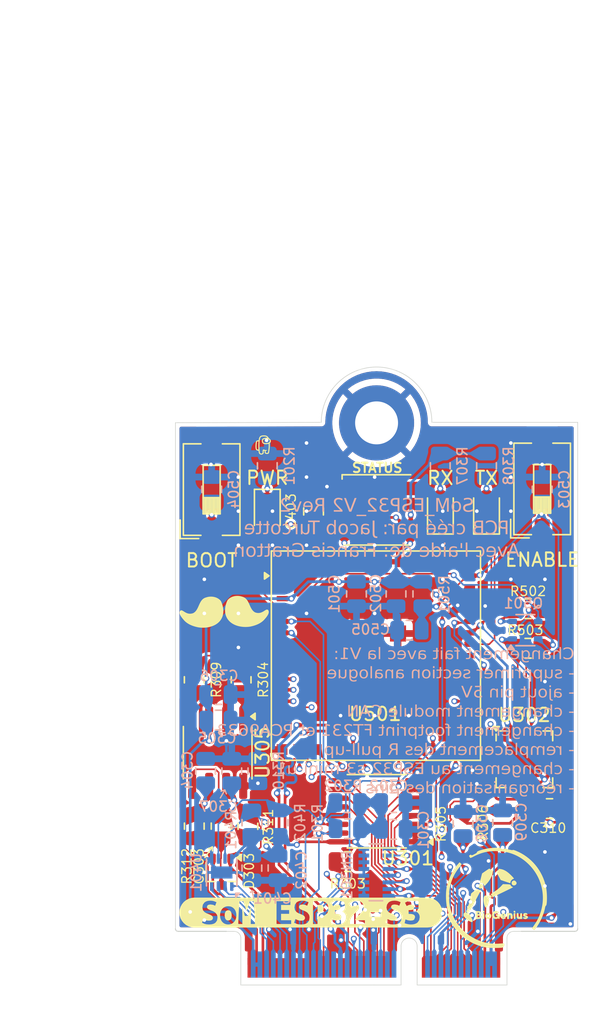
<source format=kicad_pcb>
(kicad_pcb (version 20240108) (generator "pcbnew") (generator_version "8.0")
  (layers (0 "F.Cu" signal) (1 "In1.Cu" signal) (2 "In2.Cu" signal) (31 "B.Cu" signal) (34 "B.Paste" user) (35 "F.Paste" user) (36 "B.SilkS" user "B.Silkscreen") (37 "F.SilkS" user "F.Silkscreen") (38 "B.Mask" user) (39 "F.Mask" user) (44 "Edge.Cuts" user))
  (net 0 "")
  (net 1 "GND")
  (net 2 "Vcc_3V3")
  (net 3 "/Communication/DR-")
  (net 4 "/Communication/DR+")
  (net 5 "Vref_CAN")
  (net 6 "Net-(D303-A)")
  (net 7 "GPIO0_BOOT")
  (net 8 "CHIP_EN")
  (net 9 "I2C_SDA_0_TCA")
  (net 10 "I2C_SDA_1_TCA")
  (net 11 "I2C_SDA_3_TCA")
  (net 12 "I2C_SCL_3_TCA")
  (net 13 "I2C_SDA_2_TCA")
  (net 14 "I2C_SCL_2_TCA")
  (net 15 "I2C_SCL_0_TCA")
  (net 16 "I2C_SCL_1_TCA")
  (net 17 "I2S_BCLK")
  (net 18 "Net-(D301-A)")
  (net 19 "GPIO17_U1_TXD")
  (net 20 "Net-(D302-A)")
  (net 21 "RESET_OTHERS")
  (net 22 "GPIO15")
  (net 23 "GPIO34")
  (net 24 "I2S_WS")
  (net 25 "GPIO48{slash}CAN_INT")
  (net 26 "GPIO26")
  (net 27 "GPIO46")
  (net 28 "DEBUG+")
  (net 29 "SPI_CLK_ESP32")
  (net 30 "SPI_MISO_ESP32")
  (net 31 "GPIO16")
  (net 32 "I2S_DIN{slash}DOUT")
  (net 33 "SUSCLK")
  (net 34 "SPI_MOSI_ESP32")
  (net 35 "I2C_SCL_ESP32")
  (net 36 "GPIO45")
  (net 37 "GPIO38_ADDRESSABLE_LED")
  (net 38 "GPIO18_U1_RXD")
  (net 39 "Vcc_5V")
  (net 40 "DEBUG-")
  (net 41 "I2C_SDA_ESP32")
  (net 42 "DTR")
  (net 43 "RTS")
  (net 44 "/Communication/D-")
  (net 45 "/Communication/D+")
  (net 46 "Net-(U305-D)")
  (net 47 "GPIO5{slash}TXD")
  (net 48 "Net-(U305-R)")
  (net 49 "GPIO4{slash}RXD")
  (net 50 "Net-(U305-Rs)")
  (net 54 "U0RXD")
  (net 55 "U0TXD")
  (net 56 "REFCLKn")
  (net 59 "GPIO33")
  (net 63 "/Communication/CAN-")
  (net 64 "/Communication/CAN+")
  (net 66 "CS_1")
  (net 67 "CS_2")
  (net 69 "Net-(Q501B-B2)")
  (net 70 "Net-(Q501A-B1)")
  (net 71 "Net-(U201I-PWM_1_PCA)")
  (net 72 "Net-(U201I-PWM_4_PCA)")
  (net 73 "Net-(U201I-PWM_2_PCA)")
  (net 74 "Net-(U201I-PWM_3_PCA)")
  (net 83 "Net-(D201-A)")
  (footprint "Package_SO:SOIC-8_3.9x4.9mm_P1.27mm" (layer "F.Cu") (at 124.15 121.7325 -90)
    (property "Reference" "U305")
    (property "Value" "SN65HVD230")
  )
  (footprint "Resistor_SMD:R_0805_2012Metric" (layer "F.Cu") (at 122.405 127.2075 90)
    (property "Reference" "R312")
    (property "Value" "60")
  )
  (footprint "connecteur_M2_key_E:NGFF_E" (layer "F.Cu") (at 135.8 139.05)
    (property "Reference" "U201" (hide yes))
    (property "Value" "~")
    (fp_line (start -11 -4) (end -10.425 -4) (stroke (width 0.05)) (layer "Edge.Cuts"))
    (fp_line (start -9.925 -3.5) (end -9.925 0) (stroke (width 0.05)) (layer "Edge.Cuts"))
    (fp_line (start -9.925 0) (end 0 0) (stroke (width 0.05)) (layer "Edge.Cuts"))
    (fp_line (start 0 0) (end 2.025 0) (stroke (width 0.05)) (layer "Edge.Cuts"))
    (fp_line (start 2.025 0) (end 2.025 -2.9) (stroke (width 0.05)) (layer "Edge.Cuts"))
    (fp_line (start 3.225 -2.9) (end 3.225 0) (stroke (width 0.05)) (layer "Edge.Cuts"))
    (fp_line (start 3.225 0) (end 9.925 0) (stroke (width 0.05)) (layer "Edge.Cuts"))
    (fp_line (start 9.925 0) (end 9.925 -3.5) (stroke (width 0.05)) (layer "Edge.Cuts"))
    (fp_line (start 10.425 -4) (end 11 -4) (stroke (width 0.05)) (layer "Edge.Cuts"))
    (fp_arc (start -10.425 -4) (mid -10.071447 -3.853553) (end -9.925 -3.5) (stroke (width 0.05)) (layer "Edge.Cuts"))
    (fp_arc (start 2.025 -2.9) (mid 2.625 -3.5) (end 3.225 -2.9) (stroke (width 0.05)) (layer "Edge.Cuts"))
    (fp_arc (start 9.925 -3.5) (mid 10.071447 -3.853553) (end 10.425 -4) (stroke (width 0.05)) (layer "Edge.Cuts"))
  )
  (footprint "Resistor_SMD:R_0805_2012Metric" (layer "F.Cu") (at 147.3 113.95)
    (property "Reference" "R503")
    (property "Value" "10k")
  )
  (footprint "LED_SMD:LED_Inolux_IN-PI554FCH_PLCC4_5.0x5.0mm_P3.2mm" (layer "F.Cu") (at 136.05 103.637518)
    (property "Reference" "STATUS")
    (property "Value" "FZ2812-5050")
  )
  (footprint "LED_SMD:LED_0805_2012Metric" (layer "F.Cu") (at 140.76 103.75 90)
    (property "Reference" "RX")
    (property "Value" "TX")
  )
  (footprint "Resistor_SMD:R_0805_2012Metric" (layer "F.Cu") (at 147.3 111)
    (property "Reference" "R502")
    (property "Value" "10k")
  )
  (footprint "RF_Module:ESP32-S2-MINI-1U" (layer "F.Cu") (at 135.95 114.5)
    (property "Reference" "U501")
    (property "Value" "ESP32-S3-MINI-1U")
  )
  (footprint "kibuzzard-66E094ED" (layer "F.Cu") (at 131.1 133.65)
    (property "Reference" "kibuzzard-66E094ED" (hide yes))
    (property "Value" "G***" (hide yes))
  )
  (footprint "Resistor_SMD:R_0805_2012Metric" (layer "F.Cu") (at 125.9 116.3 -90)
    (property "Reference" "R304")
    (property "Value" "1k")
  )
  (footprint "Resistor_SMD:R_0805_2012Metric" (layer "F.Cu") (at 142.45 127.05 90)
    (property "Reference" "R305")
    (property "Value" "27")
  )
  (footprint "LED_SMD:LED_0805_2012Metric" (layer "F.Cu") (at 127.85 103.79 -90)
    (property "Reference" "PWR")
    (property "Value" "GREEN")
  )
  (footprint "LED_SMD:LED_0805_2012Metric" (layer "F.Cu") (at 144.2 103.75 90)
    (property "Reference" "TX")
    (property "Value" "RX")
  )
  (footprint "Resistor_SMD:R_0805_2012Metric" (layer "F.Cu") (at 133.85 129.85 180)
    (property "Reference" "R303")
    (property "Value" "1k")
  )
  (footprint "Package_TO_SOT_SMD:SOT-323_SC-70" (layer "F.Cu") (at 124.438516 130.6075 -90)
    (property "Reference" "D303")
    (property "Value" "SP0502BAJT")
  )
  (footprint "Resistor_SMD:R_0805_2012Metric" (layer "F.Cu") (at 145.4 126.95 90)
    (property "Reference" "R306")
    (property "Value" "27")
  )
  (footprint "Resistor_SMD:R_0805_2012Metric" (layer "F.Cu") (at 124.405 127.2075 -90)
    (property "Reference" "C303")
    (property "Value" "1µF")
  )
  (footprint "Capacitor_SMD:C_0805_2012Metric" (layer "F.Cu") (at 131.3 103.75 90)
    (property "Reference" "C403")
    (property "Value" "100n")
  )
  (footprint "Package_SO:TSSOP-16_4.4x5mm_P0.65mm" (layer "F.Cu") (at 136.0125 126.1 180)
    (property "Reference" "U301")
    (property "Value" "TCA9546APWR")
  )
  (footprint "Button_Switch_SMD:SW_DIP_SPSTx01_Slide_6.7x4.1mm_W6.73mm_P2.54mm_LowProfile_JPin" (layer "F.Cu") (at 148.35 102.072518 90)
    (property "Reference" "ENABLE")
    (property "Value" "SW_CHIP_EN")
  )
  (footprint "Package_DFN_QFN:QFN-20-1EP_4x4mm_P0.5mm_EP2.5x2.5mm" (layer "F.Cu") (at 147.025 122.225)
    (property "Reference" "U302")
    (property "Value" "FT231XQ")
  )
  (footprint "MountingHole:MountingHole_3.2mm_M3_DIN965_Pad" (layer "F.Cu") (at 136 97.15)
    (property "Reference" "REF**" (hide yes))
    (property "Value" "MountingHole_3.2mm_M3_DIN965_Pad")
  )
  (footprint "Button_Switch_SMD:SW_DIP_SPSTx01_Slide_6.7x4.1mm_W6.73mm_P2.54mm_LowProfile_JPin" (layer "F.Cu") (at 123.7 102.122518 90)
    (property "Reference" "BOOT")
    (property "Value" "SW_BOOT")
  )
  (footprint "Resistor_SMD:R_0805_2012Metric" (layer "F.Cu") (at 126.405 127.22 -90)
    (property "Reference" "R311")
    (property "Value" "60")
  )
  (footprint "Resistor_SMD:R_0805_2012Metric" (layer "F.Cu") (at 122.4 116.3 -90)
    (property "Reference" "R309")
    (property "Value" "1k")
  )
  (footprint "Resistor_SMD:R_0805_2012Metric" (layer "F.Cu") (at 148.9 125.9)
    (property "Reference" "C310")
    (property "Value" "0.1µF")
  )
  (footprint "Resistor_SMD:R_0805_2012Metric" (layer "B.Cu") (at 148.35 102.1 90)
    (property "Reference" "C503")
    (property "Value" "1µF")
  )
  (footprint "Resistor_SMD:R_0805_2012Metric" (layer "B.Cu") (at 145.4 126.95 90)
    (property "Reference" "C309")
    (property "Value" "47pF")
  )
  (footprint "Resistor_SMD:R_0805_2012Metric" (layer "B.Cu") (at 123.7 102.1 90)
    (property "Reference" "C504")
    (property "Value" "0.1µF")
  )
  (footprint "Resistor_SMD:R_0805_2012Metric" (layer "B.Cu") (at 126.7 126.95 90)
    (property "Reference" "R401")
    (property "Value" "1k")
  )
  (footprint "Resistor_SMD:R_0805_2012Metric" (layer "B.Cu") (at 133.85 125.45 180)
    (property "Reference" "R302")
    (property "Value" "1k")
  )
  (footprint "Resistor_SMD:R_0805_2012Metric" (layer "B.Cu") (at 140.75 100.35 90)
    (property "Reference" "R307")
    (property "Value" "330")
  )
  (footprint "Package_DFN_QFN:DFN-8-1EP_2x2mm_P0.5mm_EP0.9x1.6mm" (layer "B.Cu") (at 124.45 130.6625 90)
    (property "Reference" "U401")
    (property "Value" "PCA9633DP1")
  )
  (footprint "Resistor_SMD:R_0805_2012Metric" (layer "B.Cu") (at 124.2 117.4)
    (property "Reference" "C306")
    (property "Value" "0.1µF")
  )
  (footprint "Resistor_SMD:R_0805_2012Metric" (layer "B.Cu") (at 144.2 100.35 90)
    (property "Reference" "R308")
    (property "Value" "330")
  )
  (footprint "Resistor_SMD:R_0805_2012Metric" (layer "B.Cu") (at 128.65 130.325 -90)
    (property "Reference" "C402")
    (property "Value" "100nF")
  )
  (footprint "Resistor_SMD:R_0805_2012Metric" (layer "B.Cu") (at 127.85 100.35 90)
    (property "Reference" "R201")
    (property "Value" "330")
  )
  (footprint "Resistor_SMD:R_0805_2012Metric" (layer "B.Cu") (at 139.45 109.9 -90)
    (property "Reference" "R501")
    (property "Value" "10k")
  )
  (footprint "Resistor_SMD:R_0805_2012Metric" (layer "B.Cu") (at 124.2 119.3)
    (property "Reference" "C305")
    (property "Value" "1µF")
  )
  (footprint "Resistor_SMD:R_0805_2012Metric" (layer "B.Cu") (at 138.45 112.6 180)
    (property "Reference" "C505")
    (property "Value" "0.1µF")
  )
  (footprint "Resistor_SMD:R_0805_2012Metric" (layer "B.Cu") (at 137.25 125.45)
    (property "Reference" "C302")
    (property "Value" "0.1µF")
  )
  (footprint "Resistor_SMD:R_0805_2012Metric" (layer "B.Cu") (at 134.5 109.9 -90)
    (property "Reference" "C501")
    (property "Value" "10µF")
  )
  (footprint "Resistor_SMD:R_0805_2012Metric" (layer "B.Cu") (at 133.85 127.4 180)
    (property "Reference" "R301")
    (property "Value" "1k")
  )
  (footprint "Resistor_SMD:R_0805_2012Metric" (layer "B.Cu") (at 128.65 126.95 90)
    (property "Reference" "R402")
    (property "Value" "1k")
  )
  (footprint "Resistor_SMD:R_0805_2012Metric" (layer "B.Cu") (at 137.45 109.9 -90)
    (property "Reference" "C502")
    (property "Value" "0.1µF")
  )
  (footprint "Resistor_SMD:R_0805_2012Metric" (layer "B.Cu") (at 126.7 130.3375 -90)
    (property "Reference" "C401")
    (property "Value" "1µF")
  )
  (footprint "Resistor_SMD:R_0805_2012Metric" (layer "B.Cu") (at 142.45 127.0375 90)
    (property "Reference" "C308")
    (property "Value" "47pF")
  )
  (footprint "Resistor_SMD:R_0805_2012Metric" (layer "B.Cu") (at 125.2 123.1 -90)
    (property "Reference" "C307")
    (property "Value" "0.1µF")
  )
  (footprint "Resistor_SMD:R_0805_2012Metric" (layer "B.Cu") (at 137.25 127.45)
    (property "Reference" "C301")
    (property "Value" "10µF")
  )
  (footprint "Resistor_SMD:R_Array_Convex_8x0602" (layer "B.Cu") (at 135.95 130.65 180)
    (property "Reference" "RN301")
    (property "Value" "R_Pack08_Split")
  )
  (footprint "Resistor_SMD:R_0805_2012Metric" (layer "B.Cu") (at 127.15 123.1 -90)
    (property "Reference" "R310")
    (property "Value" "1k")
  )
  (footprint "Resistor_SMD:R_0805_2012Metric" (layer "B.Cu") (at 123.25 123.1 90)
    (property "Reference" "C304")
    (property "Value" "0.1µF")
  )
  (footprint "Package_TO_SOT_SMD:SOT-363_SC-70-6" (layer "B.Cu") (at 147.1 112.6)
    (property "Reference" "Q501")
    (property "Value" "MBT3904DW1T1G")
  )
  (gr_line (start 124.6875 124.512568) (end 124.8 124.8) (stroke (width 0.1)) (layer "B.SilkS"))
  (gr_line (start 124.6875 124.512568) (end 124.4 124.6) (stroke (width 0.1)) (layer "B.SilkS"))
  (gr_line (start 126.7 132.0175) (end 126.85 132.1) (stroke (width 0.1)) (layer "B.SilkS"))
  (gr_line (start 126.7 132.0175) (end 126.6 132.15) (stroke (width 0.1)) (layer "B.SilkS"))
  (gr_line (start 126.85 132.6) (end 126.7 132.0175) (stroke (width 0.1)) (layer "B.SilkS"))
  (gr_line (start 124.35 125.1) (end 124.6875 124.512568) (stroke (width 0.1)) (layer "B.SilkS"))
  (gr_poly (pts (xy 145.526026 133.511155) (xy 145.530777 133.511543) (xy 145.535271 133.512143) (xy 145.539478 133.512955) (xy 145.543368 133.513982) (xy 145.546913 133.515225) (xy 145.550081 133.516688) (xy 145.552843 133.518372) (xy 145.555169 133.520279) (xy 145.557031 133.522412) (xy 145.558397 133.524773) (xy 145.559238 133.527362) (xy 145.559526 133.530183) (xy 145.559045 133.534544) (xy 145.55815 133.53907) (xy 145.556858 133.543739) (xy 145.555192 133.548532) (xy 145.553167 133.55343) (xy 145.550807 133.558413) (xy 145.545149 133.568551) (xy 145.538372 133.57879) (xy 145.530632 133.58897) (xy 145.522083 133.598934) (xy 145.512879 133.608521) (xy 145.503174 133.617576) (xy 145.493122 133.625936) (xy 145.482878 133.633446) (xy 145.472597 133.639946) (xy 145.46749 133.642768) (xy 145.462432 133.645278) (xy 145.457443 133.647456) (xy 145.45254 133.649283) (xy 145.447743 133.650737) (xy 145.443071 133.651802) (xy 145.438545 133.652455) (xy 145.434184 133.652676) (xy 145.429252 133.652503) (xy 145.424605 133.651993) (xy 145.420243 133.651157) (xy 145.416169 133.650011) (xy 145.412381 133.648567) (xy 145.408884 133.646836) (xy 145.405676 133.644834) (xy 145.40276 133.642573) (xy 145.400135 133.640065) (xy 145.397803 133.637324) (xy 145.395767 133.634363) (xy 145.394023 133.631195) (xy 145.392578 133.627832) (xy 145.39143 133.624289) (xy 145.39058 133.620578) (xy 145.390029 133.616712) (xy 145.389779 133.612704) (xy 145.38983 133.608568) (xy 145.390184 133.604314) (xy 145.390842 133.59996) (xy 145.391804 133.595515) (xy 145.393072 133.590993) (xy 145.394646 133.586407) (xy 145.396528 133.581772) (xy 145.398718 133.577098) (xy 145.40122 133.572399) (xy 145.404031 133.56769) (xy 145.407154 133.562983) (xy 145.410591 133.558289) (xy 145.414342 133.553622) (xy 145.418407 133.548998) (xy 145.422789 133.544427) (xy 145.426439 133.541039) (xy 145.430427 133.53782) (xy 145.434723 133.534772) (xy 145.439298 133.531897) (xy 145.444119 133.529198) (xy 145.44916 133.526676) (xy 145.454389 133.524332) (xy 145.459778 133.522172) (xy 145.465295 133.520194) (xy 145.470913 133.518402) (xy 145.482328 133.515384) (xy 145.493784 133.513133) (xy 145.505044 133.511667) (xy 145.515871 133.511003) (xy 145.521048 133.510975)) (fill solid) (layer "F.SilkS"))
  (gr_poly (pts (xy 143.756402 131.496749) (xy 143.766329 131.497824) (xy 143.776721 131.499559) (xy 143.787649 131.501924) (xy 143.807731 131.507457) (xy 143.826322 131.514374) (xy 143.843433 131.522571) (xy 143.859077 131.531947) (xy 143.873265 131.542399) (xy 143.886008 131.553827) (xy 143.897317 131.566126) (xy 143.907204 131.579195) (xy 143.915681 131.592933) (xy 143.922759 131.607234) (xy 143.92845 131.622) (xy 143.932764 131.637126) (xy 143.935715 131.652511) (xy 143.937311 131.668052) (xy 143.937567 131.683648) (xy 143.936493 131.699196) (xy 143.934099 131.714593) (xy 143.930398 131.729738) (xy 143.925402 131.744529) (xy 143.919122 131.758862) (xy 143.911568 131.772636) (xy 143.902754 131.785749) (xy 143.89269 131.798098) (xy 143.881388 131.809582) (xy 143.868858 131.820098) (xy 143.855114 131.829542) (xy 143.840165 131.837815) (xy 143.824025 131.844813) (xy 143.806703 131.850433) (xy 143.788212 131.854574) (xy 143.768563 131.857134) (xy 143.747767 131.858009) (xy 143.735747 131.857775) (xy 143.724249 131.85707) (xy 143.71326 131.855888) (xy 143.702767 131.854226) (xy 143.697702 131.853215) (xy 143.692758 131.852081) (xy 143.687932 131.850825) (xy 143.683221 131.849447) (xy 143.678626 131.847946) (xy 143.674142 131.846321) (xy 143.669772 131.844571) (xy 143.665512 131.842698) (xy 143.661359 131.840699) (xy 143.657313 131.838574) (xy 143.653374 131.836324) (xy 143.649537 131.833946) (xy 143.645804 131.831441) (xy 143.64217 131.828809) (xy 143.638636 131.826047) (xy 143.635199 131.823157) (xy 143.631859 131.820139) (xy 143.628613 131.81699) (xy 143.62546 131.813711) (xy 143.622397 131.8103) (xy 143.619425 131.806759) (xy 143.61654 131.803085) (xy 143.613743 131.799278) (xy 143.61103 131.79534) (xy 143.599614 131.778537) (xy 143.594558 131.770341) (xy 143.589938 131.762273) (xy 143.585754 131.754323) (xy 143.582006 131.746485) (xy 143.578695 131.73875) (xy 143.575822 131.73111) (xy 143.573387 131.723558) (xy 143.571391 131.716086) (xy 143.569834 131.708685) (xy 143.568717 131.701348) (xy 143.568041 131.69407) (xy 143.567804 131.686838) (xy 143.568009 131.679648) (xy 143.568656 131.672489) (xy 143.569746 131.665357) (xy 143.571277 131.658241) (xy 143.573252 131.651135) (xy 143.575672 131.644031) (xy 143.578536 131.63692) (xy 143.581844 131.629794) (xy 143.585599 131.622649) (xy 143.589799 131.615471) (xy 143.594446 131.608257) (xy 143.599539 131.600997) (xy 143.60508 131.593685) (xy 143.611069 131.586311) (xy 143.624394 131.57135) (xy 143.639517 131.55605) (xy 143.649442 131.545896) (xy 143.658968 131.536782) (xy 143.66816 131.528677) (xy 143.677085 131.521554) (xy 143.685808 131.515381) (xy 143.694399 131.510132) (xy 143.698665 131.507843) (xy 143.702923 131.505774) (xy 143.707181 131.503921) (xy 143.711447 131.502281) (xy 143.715729 131.500849) (xy 143.720037 131.499622) (xy 143.724378 131.498596) (xy 143.728761 131.497768) (xy 143.733194 131.497135) (xy 143.737686 131.496691) (xy 143.746876 131.496361)) (fill solid) (layer "F.SilkS"))
  (gr_poly (pts (xy 142.696604 133.652676) (xy 142.703303 133.658481) (xy 142.710536 133.664121) (xy 142.718236 133.66957) (xy 142.726337 133.674799) (xy 142.734771 133.679776) (xy 142.743474 133.684474) (xy 142.752376 133.688862) (xy 142.761412 133.692914) (xy 142.770514 133.696598) (xy 142.779616 133.699886) (xy 142.788652 133.702748) (xy 142.797554 133.705155) (xy 142.806257 133.707078) (xy 142.814691 133.708488) (xy 142.822791 133.709355) (xy 142.830492 133.70965) (xy 142.841868 133.710048) (xy 142.852602 133.711364) (xy 142.862852 133.713782) (xy 142.872778 133.717484) (xy 142.882534 133.722656) (xy 142.892284 133.72948) (xy 142.902183 133.73814) (xy 142.912392 133.74882) (xy 142.923067 133.761703) (xy 142.934369 133.776972) (xy 142.946455 133.794813) (xy 142.959483 133.815408) (xy 142.973614 133.83894) (xy 142.989005 133.865593) (xy 143.024202 133.928999) (xy 143.049608 133.977111) (xy 143.072419 134.022132) (xy 143.092642 134.064106) (xy 143.110286 134.10308) (xy 143.125359 134.139099) (xy 143.131936 134.156015) (xy 143.137871 134.17221) (xy 143.143168 134.187689) (xy 143.147829 134.202459) (xy 143.151853 134.216524) (xy 143.155242 134.229891) (xy 143.157996 134.242565) (xy 143.160116 134.254551) (xy 143.161605 134.265857) (xy 143.162463 134.276488) (xy 143.162691 134.286449) (xy 143.162289 134.295745) (xy 143.16126 134.304383) (xy 143.159603 134.312369) (xy 143.157321 134.319708) (xy 143.154414 134.326406) (xy 143.150882 134.332468) (xy 143.146729 134.337902) (xy 143.141953 134.34271) (xy 143.136556 134.346902) (xy 143.130541 134.35048) (xy 143.123905 134.353452) (xy 143.116308 134.355933) (xy 143.107954 134.357516) (xy 143.098873 134.358219) (xy 143.089093 134.358059) (xy 143.067553 134.35523) (xy 143.043565 134.349179) (xy 143.017355 134.340057) (xy 142.989155 134.328015) (xy 142.959195 134.3132) (xy 142.927704 134.295766) (xy 142.89491 134.275861) (xy 142.861043 134.253637) (xy 142.826334 134.229241) (xy 142.791011 134.202828) (xy 142.755304 134.174544) (xy 142.719444 134.14454) (xy 142.683657 134.112969) (xy 142.648177 134.079978) (xy 142.622849 134.055472) (xy 142.600183 134.033081) (xy 142.580038 134.012584) (xy 142.562271 133.993761) (xy 142.546741 133.97639) (xy 142.533306 133.960251) (xy 142.521823 133.94512) (xy 142.51677 133.937864) (xy 142.512152 133.930778) (xy 142.507951 133.923835) (xy 142.504149 133.917005) (xy 142.500731 133.910262) (xy 142.497675 133.903577) (xy 142.494965 133.896924) (xy 142.492586 133.890275) (xy 142.490516 133.883601) (xy 142.488739 133.876876) (xy 142.487238 133.870072) (xy 142.485996 133.863161) (xy 142.48421 133.848907) (xy 142.483244 133.833894) (xy 142.482953 133.8179) (xy 142.483191 133.803401) (xy 142.483921 133.789774) (xy 142.485169 133.776958) (xy 142.486959 133.764888) (xy 142.488066 133.759113) (xy 142.489317 133.753502) (xy 142.490716 133.748047) (xy 142.492267 133.742739) (xy 142.493972 133.73757) (xy 142.495835 133.732533) (xy 142.497858 133.727622) (xy 142.500045 133.722826) (xy 142.502399 133.718138) (xy 142.504923 133.713551) (xy 142.50762 133.709058) (xy 142.510494 133.704649) (xy 142.513547 133.700317) (xy 142.516783 133.696054) (xy 142.520203 133.691854) (xy 142.523814 133.687706) (xy 142.527615 133.683605) (xy 142.531613 133.679543) (xy 142.540205 133.671499) (xy 142.549615 133.663515) (xy 142.559867 133.655525) (xy 142.633933 133.595704)) (fill solid) (layer "F.SilkS"))
  (gr_poly (pts (xy 145.907421 133.687058) (xy 145.924475 133.687646) (xy 145.941068 133.688607) (xy 145.95714 133.689932) (xy 145.972628 133.691608) (xy 145.987468 133.693621) (xy 146.001599 133.695959) (xy 146.014959 133.698611) (xy 146.027483 133.701564) (xy 146.039111 133.704803) (xy 146.049779 133.708319) (xy 146.059425 133.712098) (xy 146.067985 133.716127) (xy 146.075399 133.720394) (xy 146.078655 133.722612) (xy 146.081601 133.724886) (xy 146.08423 133.727213) (xy 146.086532 133.729591) (xy 146.095405 133.739306) (xy 146.103835 133.751228) (xy 146.111782 133.765163) (xy 146.119202 133.780912) (xy 146.126055 133.79828) (xy 146.1323 133.817072) (xy 146.137892 133.837089) (xy 146.142793 133.858137) (xy 146.146959 133.880021) (xy 146.150349 133.902543) (xy 146.15292 133.925507) (xy 146.154633 133.948717) (xy 146.155444 133.971977) (xy 146.155313 133.995092) (xy 146.154194 134.017864) (xy 146.152051 134.040097) (xy 146.150843 134.051822) (xy 146.149326 134.062459) (xy 146.147457 134.072051) (xy 146.146379 134.076471) (xy 146.145197 134.080646) (xy 146.143906 134.084585) (xy 146.142503 134.08829) (xy 146.14098 134.09177) (xy 146.139333 134.095029) (xy 146.137556 134.098073) (xy 146.135646 134.100908) (xy 146.133595 134.103539) (xy 146.131399 134.105973) (xy 146.129053 134.108214) (xy 146.126551 134.11027) (xy 146.123889 134.112145) (xy 146.121061 134.113845) (xy 146.118062 134.115377) (xy 146.114886 134.116745) (xy 146.11153 134.117956) (xy 146.107986 134.119014) (xy 146.104251 134.119927) (xy 146.100317 134.120699) (xy 146.096183 134.121338) (xy 146.091839 134.121846) (xy 146.08251 134.1225) (xy 146.072288 134.122708) (xy 146.06069 134.122547) (xy 146.0504 134.121946) (xy 146.04133 134.120737) (xy 146.033386 134.118748) (xy 146.029808 134.117407) (xy 146.026477 134.115806) (xy 146.023382 134.113925) (xy 146.020511 134.111743) (xy 146.017853 134.109236) (xy 146.015397 134.106385) (xy 146.01313 134.103168) (xy 146.011042 134.099563) (xy 146.00912 134.09555) (xy 146.007354 134.091105) (xy 146.004243 134.080841) (xy 146.001615 134.068598) (xy 145.99938 134.054208) (xy 145.997445 134.037495) (xy 145.995718 134.018292) (xy 145.992525 133.971729) (xy 145.990915 133.949379) (xy 145.989259 133.929271) (xy 145.987511 133.911307) (xy 145.986589 133.9031) (xy 145.985626 133.895393) (xy 145.984618 133.888174) (xy 145.983557 133.881431) (xy 145.982439 133.875153) (xy 145.981259 133.869326) (xy 145.980009 133.86394) (xy 145.978685 133.858982) (xy 145.977281 133.854441) (xy 145.975789 133.850304) (xy 145.974206 133.846559) (xy 145.972527 133.843194) (xy 145.970744 133.840197) (xy 145.968851 133.837556) (xy 145.966844 133.835261) (xy 145.964716 133.833297) (xy 145.962463 133.831654) (xy 145.960077 133.830318) (xy 145.957554 133.829279) (xy 145.954886 133.828525) (xy 145.952071 133.828042) (xy 145.949099 133.82782) (xy 145.945968 133.827847) (xy 145.94267 133.828109) (xy 145.939199 133.828596) (xy 145.935552 133.829294) (xy 145.928872 133.830773) (xy 145.922704 133.833111) (xy 145.917031 133.836367) (xy 145.911828 133.8406) (xy 145.907076 133.845867) (xy 145.902753 133.852229) (xy 145.89884 133.859741) (xy 145.895314 133.868464) (xy 145.892156 133.878455) (xy 145.889344 133.889773) (xy 145.886858 133.902477) (xy 145.884677 133.916624) (xy 145.882778 133.932274) (xy 145.881144 133.949485) (xy 145.87975 133.968314) (xy 145.878578 133.98882) (xy 145.876994 134.013018) (xy 145.875385 134.034444) (xy 145.873658 134.053266) (xy 145.871724 134.069652) (xy 145.870649 134.076983) (xy 145.869488 134.083767) (xy 145.868229 134.090027) (xy 145.866861 134.09578) (xy 145.865372 134.101049) (xy 145.863749 134.105855) (xy 145.861983 134.110221) (xy 145.860062 134.114162) (xy 145.857974 134.117705) (xy 145.855707 134.120867) (xy 145.85325 134.123671) (xy 145.850592 134.126136) (xy 145.847722 134.128284) (xy 145.844626 134.130137) (xy 145.841296 134.131714) (xy 145.837718 134.133036) (xy 145.83388 134.134124) (xy 145.829773 134.135) (xy 145.825384 134.135684) (xy 145.820704 134.136196) (xy 145.815716 134.136558) (xy 145.810414 134.136791) (xy 145.798816 134.136952) (xy 145.78725 134.136835) (xy 145.777066 134.136279) (xy 145.768176 134.134981) (xy 145.760492 134.132635) (xy 145.757074 134.130973) (xy 145.753926 134.128937) (xy 145.751034 134.126486) (xy 145.748391 134.123582) (xy 145.745981 134.120189) (xy 145.743798 134.116267) (xy 145.740061 134.106685) (xy 145.737092 134.094533) (xy 145.734804 134.079505) (xy 145.733107 134.061299) (xy 145.731916 134.039608) (xy 145.730697 133.984553) (xy 145.730447 133.911906) (xy 145.730447 133.68686) (xy 145.889973 133.68686)) (fill solid) (layer "F.SilkS"))
  (gr_poly (pts (xy 142.260756 129.963637) (xy 142.268661 129.96954) (xy 142.276329 129.975478) (xy 142.283722 129.981413) (xy 142.290801 129.987317) (xy 142.29753 129.993153) (xy 142.30387 129.99889) (xy 142.309785 130.004493) (xy 142.315238 130.009929) (xy 142.320188 130.015164) (xy 142.324601 130.020166) (xy 142.328437 130.024901) (xy 142.331661 130.029335) (xy 142.334234 130.033435) (xy 142.335264 130.035351) (xy 142.336118 130.037169) (xy 142.33679 130.038887) (xy 142.337276 130.040501) (xy 142.337571 130.042007) (xy 142.33767 130.0434) (xy 142.337285 130.046619) (xy 142.335122 130.051924) (xy 142.331274 130.059199) (xy 142.32583 130.068326) (xy 142.31053 130.091672) (xy 142.289954 130.121027) (xy 142.264839 130.155455) (xy 142.235919 130.194024) (xy 142.203926 130.235798) (xy 142.169598 130.279841) (xy 142.094149 130.377693) (xy 142.022681 130.47685) (xy 141.955167 130.577351) (xy 141.891585 130.679235) (xy 141.831908 130.782537) (xy 141.776113 130.887294) (xy 141.724173 130.993546) (xy 141.676064 131.101328) (xy 141.631761 131.210681) (xy 141.591238 131.32164) (xy 141.554471 131.434243) (xy 141.521434 131.548527) (xy 141.492104 131.664531) (xy 141.466453 131.782291) (xy 141.444457 131.901846) (xy 141.426093 132.023233) (xy 141.419312 132.082982) (xy 141.413907 132.14843) (xy 141.407131 132.293057) (xy 141.405561 132.450368) (xy 141.409 132.61362) (xy 141.417246 132.776073) (xy 141.430099 132.93098) (xy 141.447358 133.071601) (xy 141.457577 133.134445) (xy 141.468823 133.19119) (xy 141.517861 133.390108) (xy 141.57724 133.583957) (xy 141.64675 133.772473) (xy 141.726183 133.955394) (xy 141.815331 134.132455) (xy 141.913985 134.303394) (xy 142.021936 134.467949) (xy 142.138975 134.625857) (xy 142.264893 134.776855) (xy 142.399485 134.920679) (xy 142.542538 135.057067) (xy 142.693844 135.185757) (xy 142.853196 135.306484) (xy 143.020386 135.418986) (xy 143.195203 135.523002) (xy 143.377439 135.618266) (xy 143.485949 135.669207) (xy 143.595624 135.716262) (xy 143.706359 135.75942) (xy 143.818049 135.798667) (xy 143.930591 135.833993) (xy 144.04388 135.865383) (xy 144.157811 135.892825) (xy 144.272281 135.916308) (xy 144.387184 135.93582) (xy 144.502417 135.951344) (xy 144.617875 135.962872) (xy 144.733455 135.970389) (xy 144.849051 135.973884) (xy 144.964557 135.973345) (xy 145.079874 135.968756) (xy 145.194894 135.960107) (xy 145.252636 135.955178) (xy 145.307507 135.951116) (xy 145.358238 135.947989) (xy 145.40356 135.945864) (xy 145.442207 135.944808) (xy 145.472909 135.944885) (xy 145.484883 135.945371) (xy 145.494396 135.946165) (xy 145.501288 135.947277) (xy 145.503702 135.947954) (xy 145.505401 135.948713) (xy 145.5095 135.951574) (xy 145.513253 135.955305) (xy 145.516664 135.959846) (xy 145.51974 135.965132) (xy 145.522482 135.9711) (xy 145.524898 135.977688) (xy 145.526993 135.984831) (xy 145.528769 135.992467) (xy 145.531388 136.008966) (xy 145.532792 136.026679) (xy 145.533019 136.045101) (xy 145.532107 136.063729) (xy 145.530094 136.082055) (xy 145.527017 136.099576) (xy 145.522912 136.115788) (xy 145.520487 136.123243) (xy 145.517819 136.130182) (xy 145.514914 136.136542) (xy 145.511775 136.142258) (xy 145.508408 136.147269) (xy 145.504817 136.151509) (xy 145.501007 136.154917) (xy 145.496983 136.157429) (xy 145.492748 136.158983) (xy 145.488309 136.159515) (xy 145.486181 136.159573) (xy 145.484074 136.159744) (xy 145.481989 136.160027) (xy 145.47993 136.160416) (xy 145.477901 136.160911) (xy 145.475903 136.161505) (xy 145.473941 136.162199) (xy 145.472017 136.162987) (xy 145.470136 136.163867) (xy 145.4683 136.164835) (xy 145.466511 136.16589) (xy 145.464774 136.167026) (xy 145.463091 136.168243) (xy 145.461465 136.169535) (xy 145.459899 136.170899) (xy 145.458397 136.172333) (xy 145.456963 136.173835) (xy 145.455598 136.175402) (xy 145.454306 136.177027) (xy 145.45309 136.17871) (xy 145.451953 136.180447) (xy 145.450899 136.182236) (xy 145.44993 136.184073) (xy 145.44905 136.185954) (xy 145.448262 136.187877) (xy 145.447569 136.189839) (xy 145.446974 136.191837) (xy 145.44648 136.193866) (xy 145.446091 136.195924) (xy 145.445808 136.198009) (xy 145.445637 136.200117) (xy 145.445579 136.202244) (xy 145.443982 136.214471) (xy 145.438953 136.225546) (xy 145.430124 136.235519) (xy 145.417136 136.244441) (xy 145.399625 136.252361) (xy 145.377227 136.25933) (xy 145.34958 136.265397) (xy 145.31632 136.270613) (xy 145.277085 136.275028) (xy 145.231511 136.278693) (xy 145.119894 136.283966) (xy 144.978568 136.286837) (xy 144.804627 136.287705) (xy 144.623558 136.285958) (xy 144.46332 136.280139) (xy 144.38926 136.27543) (xy 144.318304 136.269378) (xy 144.249752 136.261874) (xy 144.182904 136.252809) (xy 144.117055 136.242075) (xy 144.051508 136.229563) (xy 143.985559 136.215165) (xy 143.91851 136.198773) (xy 143.849658 136.180277) (xy 143.778301 136.15957) (xy 143.625274 136.111087) (xy 143.453145 136.050283) (xy 143.284189 135.980248) (xy 143.118771 135.9013) (xy 142.957258 135.813756) (xy 142.800019 135.717933) (xy 142.64742 135.614149) (xy 142.499828 135.502719) (xy 142.357611 135.383962) (xy 142.221136 135.258195) (xy 142.09077 135.125734) (xy 141.96688 134.986897) (xy 141.849834 134.842) (xy 141.739999 134.691362) (xy 141.637741 134.5353) (xy 141.543428 134.37413) (xy 141.457429 134.20817) (xy 141.420245 134.131657) (xy 141.387635 134.064105) (xy 141.359432 134.004923) (xy 141.33547 133.953523) (xy 141.325025 133.930559) (xy 141.315578 133.909319) (xy 141.307108 133.88973) (xy 141.299594 133.871718) (xy 141.293013 133.855212) (xy 141.287347 133.840137) (xy 141.282574 133.826418) (xy 141.278673 133.813982) (xy 141.275624 133.802758) (xy 141.273404 133.79267) (xy 141.271995 133.783645) (xy 141.271587 133.779508) (xy 141.271374 133.775609) (xy 141.271352 133.771939) (xy 141.27152 133.76849) (xy 141.271876 133.76525) (xy 141.272414 133.762212) (xy 141.273134 133.759367) (xy 141.274034 133.756703) (xy 141.275109 133.754215) (xy 141.276359 133.75189) (xy 141.277779 133.749721) (xy 141.279368 133.747699) (xy 141.281123 133.745813) (xy 141.283041 133.744057) (xy 141.28512 133.742417) (xy 141.287356 133.740887) (xy 141.292294 133.73812) (xy 141.297831 133.73568) (xy 141.30395 133.733494) (xy 141.310627 133.731489) (xy 141.317842 133.729591) (xy 141.325989 133.727383) (xy 141.333343 133.725017) (xy 141.336725 133.723767) (xy 141.339913 133.722468) (xy 141.342906 133.721116) (xy 141.345707 133.719709) (xy 141.348314 133.718244) (xy 141.350732 133.716717) (xy 141.35296 133.715126) (xy 141.354998 133.713467) (xy 141.356848 133.711737) (xy 141.358513 133.709933) (xy 141.359992 133.708051) (xy 141.361285 133.706089) (xy 141.362395 133.704043) (xy 141.363324 133.701912) (xy 141.364068 133.699691) (xy 141.364635 133.697376) (xy 141.36502 133.694966) (xy 141.365228 133.692456) (xy 141.365259 133.689845) (xy 141.365112 133.687128) (xy 141.364792 133.684302) (xy 141.364296 133.681365) (xy 141.363628 133.678313) (xy 141.362787 133.675144) (xy 141.361775 133.671852) (xy 141.360594 133.668437) (xy 141.357724 133.661222) (xy 141.352171 133.645288) (xy 141.344283 133.619739) (xy 141.322828 133.545138) (xy 141.266566 133.339322) (xy 141.249246 133.26654) (xy 141.233629 133.186639) (xy 141.219746 133.100579) (xy 141.207635 133.00932) (xy 141.18885 132.815042) (xy 141.177545 132.611484) (xy 141.173985 132.406325) (xy 141.178435 132.207241) (xy 141.183749 132.112375) (xy 141.191165 132.021909) (xy 141.200719 131.9368) (xy 141.212442 131.858009) (xy 141.236878 131.733502) (xy 141.26625 131.608121) (xy 141.300354 131.482333) (xy 141.338985 131.356597) (xy 141.38194 131.23138) (xy 141.429013 131.107143) (xy 141.480002 130.98435) (xy 141.534699 130.863465) (xy 141.592901 130.744948) (xy 141.654404 130.629266) (xy 141.719004 130.51688) (xy 141.786495 130.408254) (xy 141.856675 130.303851) (xy 141.929335 130.204134) (xy 142.004275 130.109566) (xy 142.081289 130.020611) (xy 142.183841 129.903815)) (fill solid) (layer "F.SilkS"))
  (gr_poly (pts (xy 147.122318 133.684981) (xy 147.13627 133.686149) (xy 147.142997 133.687058) (xy 147.149555 133.688184) (xy 147.155946 133.689528) (xy 147.162164 133.691089) (xy 147.168214 133.692868) (xy 147.17409 133.694862) (xy 147.179793 133.697073) (xy 147.185322 133.699502) (xy 147.190675 133.702147) (xy 147.195852 133.70501) (xy 147.200853 133.70809) (xy 147.205674 133.711386) (xy 147.210316 133.7149) (xy 147.214778 133.718631) (xy 147.219058 133.722578) (xy 147.223156 133.726743) (xy 147.228498 133.732057) (xy 147.233313 133.737312) (xy 147.237608 133.742494) (xy 147.241389 133.747595) (xy 147.244662 133.752606) (xy 147.247435 133.757513) (xy 147.249715 133.762308) (xy 147.251509 133.76698) (xy 147.252822 133.771518) (xy 147.253663 133.775913) (xy 147.254036 133.780153) (xy 147.253951 133.784228) (xy 147.253413 133.788127) (xy 147.252429 133.791842) (xy 147.251005 133.79536) (xy 147.249149 133.798671) (xy 147.246868 133.801766) (xy 147.244167 133.804633) (xy 147.241056 133.807263) (xy 147.237537 133.809643) (xy 147.233621 133.811765) (xy 147.229314 133.813618) (xy 147.22462 133.815193) (xy 147.219549 133.816475) (xy 147.214108 133.817459) (xy 147.2083 133.818131) (xy 147.202136 133.818482) (xy 147.195621 133.8185) (xy 147.18876 133.818177) (xy 147.181562 133.817502) (xy 147.174034 133.816464) (xy 147.166182 133.815052) (xy 147.158743 133.814115) (xy 147.151409 133.813438) (xy 147.144218 133.813011) (xy 147.137206 133.812826) (xy 147.13041 133.812875) (xy 147.123869 133.813148) (xy 147.11762 133.813639) (xy 147.1117 133.814339) (xy 147.106149 133.815239) (xy 147.101001 133.816331) (xy 147.096297 133.817606) (xy 147.092071 133.819058) (xy 147.088364 133.820675) (xy 147.086715 133.821544) (xy 147.085212 133.822451) (xy 147.083855 133.823397) (xy 147.082651 133.824377) (xy 147.081605 133.825395) (xy 147.080721 133.826446) (xy 147.079995 133.827773) (xy 147.079416 133.829082) (xy 147.078981 133.83037) (xy 147.078691 133.831637) (xy 147.078539 133.832882) (xy 147.078524 133.834101) (xy 147.078644 133.835295) (xy 147.078897 133.836461) (xy 147.079278 133.837598) (xy 147.079786 133.838704) (xy 147.080418 133.839778) (xy 147.081172 133.840818) (xy 147.082044 133.841822) (xy 147.083033 133.842789) (xy 147.084137 133.843718) (xy 147.08535 133.844606) (xy 147.086673 133.845453) (xy 147.088101 133.846257) (xy 147.091265 133.847728) (xy 147.094821 133.849006) (xy 147.098748 133.850081) (xy 147.103026 133.850938) (xy 147.107633 133.851567) (xy 147.11255 133.851953) (xy 147.117754 133.852085) (xy 147.124534 133.852315) (xy 147.131505 133.852992) (xy 147.13864 133.854098) (xy 147.145913 133.855611) (xy 147.153295 133.857513) (xy 147.160762 133.859783) (xy 147.168285 133.862401) (xy 147.175841 133.865349) (xy 147.1834 133.868604) (xy 147.190936 133.872149) (xy 147.205835 133.880025) (xy 147.220325 133.88882) (xy 147.234193 133.898375) (xy 147.247228 133.90853) (xy 147.259214 133.919128) (xy 147.264748 133.924543) (xy 147.269941 133.93001) (xy 147.274765 133.935507) (xy 147.279194 133.941016) (xy 147.283202 133.946517) (xy 147.286762 133.95199) (xy 147.289846 133.957414) (xy 147.29243 133.962771) (xy 147.294486 133.96804) (xy 147.295988 133.973202) (xy 147.296908 133.978236) (xy 147.297221 133.983124) (xy 147.296908 133.98958) (xy 147.295983 133.996118) (xy 147.294473 134.002718) (xy 147.292397 134.009363) (xy 147.289782 134.016032) (xy 147.286649 134.022708) (xy 147.283023 134.02937) (xy 147.278928 134.036002) (xy 147.269419 134.049097) (xy 147.258313 134.061841) (xy 147.245797 134.074084) (xy 147.232058 134.085676) (xy 147.217283 134.096467) (xy 147.201662 134.106307) (xy 147.185381 134.115045) (xy 147.168629 134.122531) (xy 147.151595 134.128615) (xy 147.143029 134.131084) (xy 147.134462 134.133147) (xy 147.125919 134.134784) (xy 147.117422 134.135975) (xy 147.108996 134.136705) (xy 147.100662 134.136952) (xy 147.091895 134.136657) (xy 147.08273 134.135795) (xy 147.073241 134.134398) (xy 147.063495 134.132501) (xy 147.053568 134.130137) (xy 147.043527 134.127338) (xy 147.033445 134.124138) (xy 147.023391 134.120573) (xy 147.013438 134.116672) (xy 147.003656 134.112471) (xy 146.994117 134.108003) (xy 146.98489 134.103303) (xy 146.976047 134.098401) (xy 146.967659 134.093333) (xy 146.959796 134.088129) (xy 146.952531 134.082827) (xy 146.884162 134.028702) (xy 146.961077 134.008762) (xy 146.969114 134.006758) (xy 146.977173 134.005017) (xy 146.985207 134.003535) (xy 146.993169 134.002307) (xy 147.001014 134.001331) (xy 147.008698 134.0006) (xy 147.016172 134.00011) (xy 147.023391 133.999859) (xy 147.030311 133.999842) (xy 147.036884 134.000054) (xy 147.043065 134.000492) (xy 147.048807 134.00115) (xy 147.054066 134.002026) (xy 147.058794 134.003114) (xy 147.062947 134.004412) (xy 147.066478 134.005913) (xy 147.06783 134.006931) (xy 147.069212 134.007852) (xy 147.07062 134.008674) (xy 147.072053 134.009401) (xy 147.073507 134.010035) (xy 147.074978 134.010575) (xy 147.076464 134.011026) (xy 147.077962 134.011387) (xy 147.079468 134.011661) (xy 147.080978 134.011848) (xy 147.082492 134.011952) (xy 147.084004 134.011972) (xy 147.085512 134.011911) (xy 147.087013 134.011769) (xy 147.088503 134.01155) (xy 147.08998 134.011254) (xy 147.09144 134.010882) (xy 147.09288 134.010438) (xy 147.094296 134.009922) (xy 147.095688 134.009335) (xy 147.09705 134.008679) (xy 147.098379 134.007955) (xy 147.099673 134.007167) (xy 147.100929 134.006314) (xy 147.102143 134.005398) (xy 147.103313 134.004421) (xy 147.104433 134.003385) (xy 147.105504 134.00229) (xy 147.106518 134.001141) (xy 147.107477 133.999935) (xy 147.108374 133.998677) (xy 147.109209 133.997367) (xy 147.109893 133.996024) (xy 147.110349 133.994666) (xy 147.110581 133.993293) (xy 147.110594 133.991909) (xy 147.110391 133.990514) (xy 147.109978 133.989111) (xy 147.10936 133.9877) (xy 147.10854 133.986284) (xy 147.106319 133.98344) (xy 147.10335 133.980592) (xy 147.099671 133.977753) (xy 147.09532 133.974933) (xy 147.090336 133.972149) (xy 147.084756 133.969409) (xy 147.078615 133.966728) (xy 147.071952 133.964117) (xy 147.064806 133.961591) (xy 147.057214 133.95916) (xy 147.049212 133.956838) (xy 147.040839 133.954637) (xy 147.031801 133.952839) (xy 147.02288 133.950664) (xy 147.014125 133.948139) (xy 147.005587 133.945289) (xy 146.997317 133.942139) (xy 146.989363 133.938713) (xy 146.981776 133.935037) (xy 146.974608 133.931134) (xy 146.967906 133.927033) (xy 146.964746 133.924915) (xy 146.961722 133.922756) (xy 146.95884 133.92056) (xy 146.956106 133.918328) (xy 146.953525 133.916065) (xy 146.951106 133.913776) (xy 146.948854 133.911461) (xy 146.946775 133.909123) (xy 146.944876 133.906767) (xy 146.943161 133.904395) (xy 146.941639 133.90201) (xy 146.940316 133.899617) (xy 146.939197 133.897217) (xy 146.938287 133.894814) (xy 146.936066 133.888284) (xy 146.934204 133.881528) (xy 146.932694 133.874574) (xy 146.931527 133.867445) (xy 146.930696 133.86017) (xy 146.930194 133.852771) (xy 146.930012 133.845275) (xy 146.930141 133.837707) (xy 146.930577 133.830094) (xy 146.931309 133.82246) (xy 146.932328 133.814832) (xy 146.93363 133.807234) (xy 146.935206 133.799693) (xy 146.937046 133.792233) (xy 146.939143 133.784881) (xy 146.941492 133.777663) (xy 146.944082 133.770602) (xy 146.946906 133.763725) (xy 146.949957 133.757059) (xy 146.953225 133.750628) (xy 146.956706 133.744457) (xy 146.960389 133.738573) (xy 146.964266 133.733) (xy 146.968331 133.727766) (xy 146.972577 133.722894) (xy 146.976992 133.718411) (xy 146.981573 133.714341) (xy 146.986309 133.710713) (xy 146.991193 133.707549) (xy 146.996216 133.704876) (xy 147.001374 133.702719) (xy 147.006655 133.701104) (xy 147.025048 133.696196) (xy 147.042831 133.692157) (xy 147.059998 133.688986) (xy 147.076537 133.686682) (xy 147.092444 133.685247) (xy 147.107706 133.68468)) (fill solid) (layer "F.SilkS"))
  (gr_poly (pts (xy 144.99946 128.820126) (xy 145.080777 128.823293) (xy 145.162135 128.828438) (xy 145.24376 128.835586) (xy 145.325879 128.844762) (xy 145.408714 128.855992) (xy 145.492493 128.869299) (xy 145.57744 128.884709) (xy 145.663782 128.902248) (xy 145.841546 128.943809) (xy 145.878238 128.952488) (xy 145.912495 128.960368) (xy 145.944348 128.967444) (xy 145.97383 128.973721) (xy 146.000977 128.979196) (xy 146.025819 128.983869) (xy 146.048392 128.987742) (xy 146.068728 128.990812) (xy 146.08686 128.993083) (xy 146.102823 128.994551) (xy 146.116649 128.995219) (xy 146.128372 128.995086) (xy 146.133455 128.994719) (xy 146.138025 128.994151) (xy 146.142086 128.993383) (xy 146.145643 128.992415) (xy 146.148697 128.991246) (xy 146.151256 128.989877) (xy 146.153322 128.988309) (xy 146.1549 128.986539) (xy 146.15787 128.983268) (xy 146.162506 128.980931) (xy 146.168803 128.979529) (xy 146.176755 128.979062) (xy 146.18636 128.979529) (xy 146.197614 128.980931) (xy 146.210511 128.983268) (xy 146.225048 128.986539) (xy 146.241222 128.990746) (xy 146.259028 128.995887) (xy 146.299515 129.008973) (xy 146.34648 129.025799) (xy 146.399886 129.046363) (xy 146.609964 129.139254) (xy 146.812618 129.244551) (xy 147.007434 129.361775) (xy 147.194001 129.490445) (xy 147.371904 129.630081) (xy 147.540733 129.780203) (xy 147.700071 129.940333) (xy 147.849508 130.109988) (xy 147.98863 130.288691) (xy 148.117023 130.475961) (xy 148.234275 130.671317) (xy 148.339972 130.87428) (xy 148.4337 131.084371) (xy 148.515049 131.30111) (xy 148.583603 131.524016) (xy 148.63895 131.752609) (xy 148.655878 131.842831) (xy 148.670358 131.942263) (xy 148.682408 132.048831) (xy 148.69205 132.16046) (xy 148.699306 132.275076) (xy 148.704197 132.390608) (xy 148.706741 132.504978) (xy 148.706961 132.616113) (xy 148.704879 132.721942) (xy 148.700514 132.82039) (xy 148.693886 132.909381) (xy 148.685018 132.986842) (xy 148.67393 133.0507) (xy 148.660643 133.098881) (xy 148.653181 133.116444) (xy 148.645178 133.12931) (xy 148.636635 133.13722) (xy 148.627555 133.139914) (xy 148.625654 133.140138) (xy 148.623689 133.140803) (xy 148.619593 133.143419) (xy 148.615305 133.147688) (xy 148.610863 133.153534) (xy 148.606304 133.160883) (xy 148.601666 133.169658) (xy 148.596986 133.179786) (xy 148.592302 133.19119) (xy 148.587652 133.203797) (xy 148.583073 133.217529) (xy 148.5786 133.232313) (xy 148.574276 133.248075) (xy 148.570134 133.264737) (xy 148.566214 133.282225) (xy 148.562552 133.300465) (xy 148.559187 133.319381) (xy 148.541355 133.40438) (xy 148.520017 133.49142) (xy 148.495342 133.580137) (xy 148.467495 133.670169) (xy 148.436644 133.761153) (xy 148.402955 133.852724) (xy 148.366594 133.944521) (xy 148.327731 134.03618) (xy 148.286531 134.127339) (xy 148.243161 134.217633) (xy 148.197788 134.306702) (xy 148.150579 134.394179) (xy 148.1017 134.479704) (xy 148.05132 134.562913) (xy 147.999605 134.643443) (xy 147.946719 134.720932) (xy 147.911061 134.769776) (xy 147.877239 134.815249) (xy 147.84602 134.856383) (xy 147.818174 134.892208) (xy 147.794466 134.921758) (xy 147.784405 134.933876) (xy 147.775666 134.944063) (xy 147.768346 134.952196) (xy 147.762541 134.958157) (xy 147.758345 134.961822) (xy 147.756882 134.962755) (xy 147.755858 134.96307) (xy 147.753863 134.962677) (xy 147.751118 134.961528) (xy 147.747671 134.959671) (xy 147.743574 134.95715) (xy 147.733625 134.950301) (xy 147.721674 134.941348) (xy 147.708121 134.93066) (xy 147.693365 134.918603) (xy 147.677809 134.905545) (xy 147.661852 134.891852) (xy 147.582089 134.823485) (xy 147.741615 134.601288) (xy 147.832486 134.468484) (xy 147.916566 134.333005) (xy 147.99387 134.195062) (xy 148.064417 134.05487) (xy 148.128225 133.912638) (xy 148.185312 133.768581) (xy 148.235696 133.622909) (xy 148.279393 133.475836) (xy 148.316421 133.327574) (xy 148.346799 133.178334) (xy 148.370545 133.028331) (xy 148.387676 132.877774) (xy 148.398208 132.726878) (xy 148.402162 132.575854) (xy 148.399555 132.424916) (xy 148.390402 132.274274) (xy 148.374723 132.124139) (xy 148.352536 131.974727) (xy 148.323858 131.826248) (xy 148.288707 131.678915) (xy 148.2471 131.532941) (xy 148.199055 131.388537) (xy 148.14459 131.245917) (xy 148.083724 131.10529) (xy 148.016472 130.966872) (xy 147.942854 130.830874) (xy 147.862887 130.697507) (xy 147.776589 130.566984) (xy 147.683978 130.439519) (xy 147.58507 130.315322) (xy 147.479884 130.194607) (xy 147.368438 130.077584) (xy 147.241086 129.955438) (xy 147.110082 129.84111) (xy 146.975448 129.734612) (xy 146.837204 129.635951) (xy 146.695371 129.545133) (xy 146.549971 129.462169) (xy 146.401024 129.387068) (xy 146.24855 129.319835) (xy 146.092572 129.260482) (xy 145.933109 129.209015) (xy 145.770184 129.165443) (xy 145.603814 129.129775) (xy 145.434023 129.102018) (xy 145.260832 129.082182) (xy 145.084261 129.070274) (xy 144.904331 129.066303) (xy 144.787782 129.067749) (xy 144.67405 129.072128) (xy 144.56288 129.079503) (xy 144.454017 129.089938) (xy 144.347208 129.103494) (xy 144.242196 129.120234) (xy 144.13873 129.140219) (xy 144.036552 129.163515) (xy 143.93541 129.190181) (xy 143.835047 129.220282) (xy 143.73521 129.25388) (xy 143.635646 129.291037) (xy 143.536096 129.331817) (xy 143.43631 129.37628) (xy 143.336031 129.424492) (xy 143.235005 129.476513) (xy 143.205022 129.492372) (xy 143.177012 129.506842) (xy 143.150948 129.519934) (xy 143.126799 129.531662) (xy 143.104537 129.542037) (xy 143.08413 129.551074) (xy 143.065552 129.558783) (xy 143.048772 129.565178) (xy 143.033762 129.57027) (xy 143.02691 129.572333) (xy 143.020491 129.574075) (xy 143.0145 129.575496) (xy 143.008932 129.576601) (xy 143.003784 129.57739) (xy 142.999054 129.577864) (xy 142.994737 129.578024) (xy 142.990828 129.577874) (xy 142.987326 129.577414) (xy 142.984226 129.576645) (xy 142.981525 129.57557) (xy 142.979217 129.574189) (xy 142.977302 129.572505) (xy 142.975775 129.570519) (xy 142.973946 129.566522) (xy 142.971692 129.56204) (xy 142.966071 129.551825) (xy 142.95925 129.540274) (xy 142.951561 129.527789) (xy 142.9188 129.476513) (xy 142.912832 129.466847) (xy 142.907774 129.458075) (xy 142.903666 129.450086) (xy 142.901982 129.446352) (xy 142.900552 129.442774) (xy 142.89938 129.439337) (xy 142.898472 129.436029) (xy 142.897834 129.432836) (xy 142.897469 129.429743) (xy 142.897385 129.426739) (xy 142.897585 129.423808) (xy 142.898075 129.420938) (xy 142.898861 129.418115) (xy 142.899947 129.415325) (xy 142.901337 129.412555) (xy 142.90304 129.409792) (xy 142.905059 129.407021) (xy 142.907398 129.404229) (xy 142.910064 129.401402) (xy 142.913062 129.398529) (xy 142.916398 129.395592) (xy 142.920075 129.392582) (xy 142.924099 129.389482) (xy 142.933212 129.382962) (xy 142.943776 129.375925) (xy 142.955834 129.368262) (xy 142.967033 129.360718) (xy 142.977188 129.354108) (xy 142.986392 129.348433) (xy 142.990666 129.345946) (xy 142.994737 129.343693) (xy 142.998615 129.341673) (xy 143.002313 129.339888) (xy 143.005842 129.338335) (xy 143.009214 129.337016) (xy 143.012438 129.335932) (xy 143.015529 129.335081) (xy 143.018497 129.334463) (xy 143.021353 129.334079) (xy 143.02411 129.333929) (xy 143.026777 129.334012) (xy 143.029367 129.334328) (xy 143.031891 129.33488) (xy 143.034362 129.335664) (xy 143.036789 129.336683) (xy 143.039185 129.337935) (xy 143.041562 129.33942) (xy 143.04393 129.341139) (xy 143.0463 129.343092) (xy 143.048686 129.345278) (xy 143.051097 129.3477) (xy 143.053547 129.350353) (xy 143.056046 129.35324) (xy 143.058604 129.356363) (xy 143.061235 129.359717) (xy 143.066675 129.365617) (xy 143.072441 129.370461) (xy 143.078723 129.374195) (xy 143.085716 129.376765) (xy 143.09361 129.378116) (xy 143.102597 129.378195) (xy 143.112869 129.376946) (xy 143.124618 129.374316) (xy 143.138037 129.370252) (xy 143.153316 129.364696) (xy 143.170649 129.357598) (xy 143.190227 129.348901) (xy 143.236886 129.326496) (xy 143.294826 129.297046) (xy 143.320505 129.283989) (xy 143.344155 129.271514) (xy 143.36582 129.259597) (xy 143.38554 129.248218) (xy 143.403356 129.237356) (xy 143.419312 129.226992) (xy 143.426605 129.221989) (xy 143.433448 129.217102) (xy 143.439848 129.21233) (xy 143.445807 129.207669) (xy 143.451332 129.203115) (xy 143.456429 129.198668) (xy 143.461103 129.194324) (xy 143.465358 129.190081) (xy 143.4692 129.185937) (xy 143.472634 129.181887) (xy 143.475666 129.17793) (xy 143.4783 129.174063) (xy 143.480541 129.170284) (xy 143.482396 129.16659) (xy 143.483869 129.162979) (xy 143.484966 129.159447) (xy 143.48569 129.155993) (xy 143.486048 129.152612) (xy 143.486047 129.149305) (xy 143.485688 129.146066) (xy 143.4858 129.138061) (xy 143.489253 129.129561) (xy 143.505663 129.111237) (xy 143.533873 129.09141) (xy 143.57284 129.070398) (xy 143.621523 129.048518) (xy 143.678875 129.026088) (xy 143.743857 129.003424) (xy 143.815423 128.980843) (xy 143.974137 128.9372) (xy 144.146672 128.897697) (xy 144.324681 128.86487) (xy 144.41313 128.851753) (xy 144.499819 128.841258) (xy 144.670105 128.826736) (xy 144.753509 128.822241) (xy 144.836052 128.819625) (xy 144.917961 128.818912)) (fill solid) (layer "F.SilkS"))
  (gr_poly (pts (xy 146.262161 131.260109) (xy 146.26986 131.261054) (xy 146.277676 131.2626) (xy 146.285584 131.264716) (xy 146.293558 131.267381) (xy 146.301574 131.270565) (xy 146.309607 131.274245) (xy 146.317631 131.278392) (xy 146.325622 131.282982) (xy 146.333555 131.287988) (xy 146.349145 131.299145) (xy 146.3642 131.311654) (xy 146.378522 131.325306) (xy 146.391908 131.339893) (xy 146.404159 131.355206) (xy 146.415076 131.371037) (xy 146.424457 131.387177) (xy 146.428508 131.395296) (xy 146.432102 131.403416) (xy 146.43521 131.411508) (xy 146.437809 131.419546) (xy 146.439876 131.427506) (xy 146.441381 131.435361) (xy 146.442304 131.443083) (xy 146.442616 131.450648) (xy 146.442024 131.464348) (xy 146.440285 131.477659) (xy 146.437453 131.490555) (xy 146.433581 131.503015) (xy 146.428724 131.515016) (xy 146.422938 131.526536) (xy 146.416275 131.53755) (xy 146.408789 131.548037) (xy 146.400535 131.557974) (xy 146.391569 131.567336) (xy 146.381943 131.576101) (xy 146.371712 131.584247) (xy 146.36093 131.59175) (xy 146.349651 131.598588) (xy 146.33793 131.604737) (xy 146.32582 131.610175) (xy 146.313378 131.614878) (xy 146.300656 131.618824) (xy 146.287708 131.621989) (xy 146.274589 131.624351) (xy 146.261353 131.625887) (xy 146.248055 131.626574) (xy 146.234749 131.626389) (xy 146.221488 131.625309) (xy 146.208328 131.62331) (xy 146.195322 131.62037) (xy 146.182524 131.616467) (xy 146.169989 131.611576) (xy 146.157772 131.605677) (xy 146.145926 131.598744) (xy 146.134506 131.590755) (xy 146.123565 131.581687) (xy 146.116855 131.575284) (xy 146.11061 131.568382) (xy 146.104832 131.561016) (xy 146.099518 131.553224) (xy 146.094666 131.545037) (xy 146.090277 131.536496) (xy 146.08635 131.527632) (xy 146.082882 131.518483) (xy 146.079873 131.509083) (xy 146.077322 131.499468) (xy 146.075229 131.489674) (xy 146.07359 131.479736) (xy 146.072407 131.46969) (xy 146.071677 131.459571) (xy 146.071401 131.449413) (xy 146.071576 131.439254) (xy 146.072202 131.429128) (xy 146.073277 131.419071) (xy 146.074801 131.409119) (xy 146.076773 131.399305) (xy 146.079191 131.389668) (xy 146.082054 131.380241) (xy 146.085362 131.37106) (xy 146.089114 131.362161) (xy 146.093307 131.353579) (xy 146.097942 131.34535) (xy 146.103017 131.337509) (xy 146.108532 131.330091) (xy 146.114483 131.323133) (xy 146.120873 131.316669) (xy 146.127699 131.310734) (xy 146.134959 131.305366) (xy 146.141592 131.300629) (xy 146.148629 131.296046) (xy 146.156009 131.291638) (xy 146.163669 131.287428) (xy 146.171545 131.283434) (xy 146.179576 131.279677) (xy 146.187699 131.27618) (xy 146.19585 131.272962) (xy 146.203968 131.270045) (xy 146.211991 131.267448) (xy 146.219854 131.265195) (xy 146.227497 131.263303) (xy 146.234856 131.261796) (xy 146.241868 131.260694) (xy 146.248471 131.260016) (xy 146.254604 131.259787)) (fill solid) (layer "F.SilkS"))
  (gr_poly (pts (xy 143.975453 133.516236) (xy 143.980545 133.516614) (xy 143.985632 133.517365) (xy 143.990685 133.518482) (xy 143.995678 133.519961) (xy 144.000582 133.521797) (xy 144.005372 133.523985) (xy 144.010021 133.526519) (xy 144.0145 133.529395) (xy 144.018783 133.532606) (xy 144.022843 133.536148) (xy 144.026652 133.540015) (xy 144.030184 133.544202) (xy 144.033412 133.548705) (xy 144.036307 133.553518) (xy 144.038845 133.558635) (xy 144.040994 133.564051) (xy 144.042733 133.569762) (xy 144.044031 133.575762) (xy 144.044827 133.581051) (xy 144.045098 133.586228) (xy 144.044866 133.591281) (xy 144.044158 133.596198) (xy 144.042997 133.600967) (xy 144.041408 133.605575) (xy 144.039414 133.610012) (xy 144.037042 133.614264) (xy 144.034314 133.618319) (xy 144.031257 133.622168) (xy 144.027895 133.625796) (xy 144.024251 133.629191) (xy 144.020349 133.632342) (xy 144.016217 133.635239) (xy 144.011876 133.637866) (xy 144.007353 133.640213) (xy 144.002671 133.642269) (xy 143.997855 133.64402) (xy 143.992929 133.645455) (xy 143.987919 133.646562) (xy 143.982848 133.647328) (xy 143.97774 133.647744) (xy 143.972621 133.647794) (xy 143.967517 133.647469) (xy 143.962448 133.646755) (xy 143.957442 133.645641) (xy 143.952523 133.644116) (xy 143.947714 133.642167) (xy 143.943042 133.639781) (xy 143.938529 133.636947) (xy 143.934201 133.633653) (xy 143.930082 133.629887) (xy 143.927013 133.626488) (xy 143.924219 133.622726) (xy 143.921708 133.618639) (xy 143.919489 133.614264) (xy 143.91757 133.609638) (xy 143.915961 133.6048) (xy 143.914669 133.599786) (xy 143.913703 133.594635) (xy 143.91307 133.589383) (xy 143.91278 133.584069) (xy 143.912839 133.57873) (xy 143.913257 133.573403) (xy 143.914044 133.568126) (xy 143.915205 133.562937) (xy 143.916751 133.557874) (xy 143.918688 133.552973) (xy 143.921021 133.547589) (xy 143.923726 133.542651) (xy 143.926778 133.538152) (xy 143.930149 133.534089) (xy 143.933813 133.530456) (xy 143.937742 133.527247) (xy 143.941908 133.524457) (xy 143.946285 133.522082) (xy 143.950845 133.520116) (xy 143.955562 133.518554) (xy 143.960409 133.517389) (xy 143.965357 133.516618) (xy 143.970381 133.516236)) (fill solid) (layer "F.SilkS"))
  (gr_line (start 123.75 128.75) (end 123.455 128.8875) (stroke (width 0.1)) (layer "F.SilkS"))
  (gr_poly (pts (xy 144.460256 132.343459) (xy 144.46688 132.34415) (xy 144.473539 132.345287) (xy 144.480217 132.346876) (xy 144.486905 132.348916) (xy 144.493587 132.35141) (xy 144.500253 132.354359) (xy 144.50689 132.357763) (xy 144.513486 132.361626) (xy 144.520026 132.365948) (xy 144.526501 132.370732) (xy 144.532896 132.375978) (xy 144.539199 132.381688) (xy 144.545397 132.387864) (xy 144.554916 132.396972) (xy 144.56319 132.405173) (xy 144.570247 132.412632) (xy 144.57611 132.419511) (xy 144.578601 132.422784) (xy 144.580804 132.425972) (xy 144.582722 132.429099) (xy 144.584356 132.43218) (xy 144.58571 132.435239) (xy 144.586788 132.438295) (xy 144.587593 132.441369) (xy 144.588128 132.444481) (xy 144.588395 132.447652) (xy 144.588399 132.450901) (xy 144.588142 132.45425) (xy 144.587627 132.457718) (xy 144.586858 132.461326) (xy 144.585837 132.465093) (xy 144.584567 132.469043) (xy 144.583053 132.473191) (xy 144.579302 132.482173) (xy 144.574608 132.492203) (xy 144.568995 132.503443) (xy 144.562489 132.516055) (xy 144.558805 132.522021) (xy 144.554711 132.527638) (xy 144.550232 132.532901) (xy 144.545391 132.53781) (xy 144.540217 132.542364) (xy 144.534729 132.546563) (xy 144.528955 132.550404) (xy 144.52292 132.553887) (xy 144.516645 132.557013) (xy 144.510159 132.559778) (xy 144.503482 132.562182) (xy 144.496642 132.564225) (xy 144.489661 132.565905) (xy 144.482566 132.567219) (xy 144.47538 132.56817) (xy 144.468127 132.568754) (xy 144.460833 132.56897) (xy 144.453522 132.568819) (xy 144.446217 132.568299) (xy 144.438945 132.567406) (xy 144.431729 132.566145) (xy 144.424594 132.56451) (xy 144.417564 132.562502) (xy 144.410663 132.560118) (xy 144.403918 132.55736) (xy 144.397352 132.554225) (xy 144.390989 132.550714) (xy 144.384854 132.546823) (xy 144.37897 132.542552) (xy 144.373364 132.5379) (xy 144.36806 132.532866) (xy 144.363082 132.527449) (xy 144.358073 132.521132) (xy 144.353723 132.514959) (xy 144.350025 132.508879) (xy 144.34697 132.502835) (xy 144.344548 132.496776) (xy 144.342752 132.490646) (xy 144.341574 132.484389) (xy 144.341004 132.477954) (xy 144.341037 132.471285) (xy 144.341661 132.464328) (xy 144.34287 132.457029) (xy 144.344654 132.449334) (xy 144.347007 132.441188) (xy 144.349917 132.432536) (xy 144.35338 132.423327) (xy 144.357384 132.413503) (xy 144.360996 132.405967) (xy 144.364879 132.39885) (xy 144.369021 132.392153) (xy 144.373409 132.385878) (xy 144.37803 132.380027) (xy 144.382873 132.374601) (xy 144.387923 132.369602) (xy 144.393172 132.365031) (xy 144.398602 132.360889) (xy 144.404204 132.357179) (xy 144.409965 132.353902) (xy 144.415872 132.351059) (xy 144.421912 132.348653) (xy 144.428073 132.346684) (xy 144.434343 132.345155) (xy 144.440708 132.344065) (xy 144.447157 132.343419) (xy 144.453677 132.343217)) (fill solid) (layer "F.SilkS"))
  (gr_poly (pts (xy 143.952004 133.684724) (xy 143.956717 133.685002) (xy 143.961749 133.685476) (xy 143.972813 133.68686) (xy 143.983375 133.688574) (xy 143.992681 133.690683) (xy 144.00081 133.693452) (xy 144.007843 133.697143) (xy 144.013857 133.702019) (xy 144.018932 133.708343) (xy 144.023147 133.716377) (xy 144.026582 133.726387) (xy 144.029316 133.738631) (xy 144.031428 133.753376) (xy 144.032997 133.770884) (xy 144.034103 133.791416) (xy 144.035245 133.84261) (xy 144.035484 133.909057) (xy 144.035437 133.94432) (xy 144.035245 133.975507) (xy 144.034826 134.002878) (xy 144.034103 134.026699) (xy 144.033603 134.03736) (xy 144.032997 134.047232) (xy 144.032275 134.056347) (xy 144.031428 134.064739) (xy 144.030444 134.072441) (xy 144.029316 134.079483) (xy 144.028031 134.085903) (xy 144.026582 134.091729) (xy 144.024958 134.096997) (xy 144.023147 134.101737) (xy 144.021141 134.105986) (xy 144.018932 134.109773) (xy 144.016506 134.113132) (xy 144.013857 134.116096) (xy 144.010972 134.118699) (xy 144.007843 134.120973) (xy 144.004458 134.12295) (xy 144.00081 134.124664) (xy 143.996889 134.126147) (xy 143.992681 134.127432) (xy 143.98818 134.128553) (xy 143.983375 134.129542) (xy 143.972813 134.131255) (xy 143.961749 134.13264) (xy 143.952004 134.133391) (xy 143.943494 134.133208) (xy 143.936136 134.131789) (xy 143.932863 134.130522) (xy 143.929845 134.128835) (xy 143.927076 134.126688) (xy 143.924542 134.124044) (xy 143.922232 134.120866) (xy 143.920137 134.117117) (xy 143.916551 134.107754) (xy 143.9137 134.095652) (xy 143.911499 134.080512) (xy 143.909867 134.062035) (xy 143.908717 134.039919) (xy 143.907538 133.983569) (xy 143.907293 133.909057) (xy 143.907341 133.869381) (xy 143.907538 133.834547) (xy 143.907969 133.804252) (xy 143.908717 133.778197) (xy 143.909237 133.766665) (xy 143.909867 133.75608) (xy 143.910617 133.746405) (xy 143.911499 133.737603) (xy 143.912523 133.729635) (xy 143.9137 133.722464) (xy 143.91504 133.716052) (xy 143.916551 133.710363) (xy 143.918248 133.705356) (xy 143.920137 133.700999) (xy 143.922232 133.697249) (xy 143.924542 133.694071) (xy 143.927076 133.691428) (xy 143.928431 133.690294) (xy 143.929845 133.689281) (xy 143.932863 133.687592) (xy 143.936136 133.686327) (xy 143.939676 133.685443) (xy 143.943494 133.684908) (xy 143.9476 133.68468)) (fill solid) (layer "F.SilkS"))
  (gr_poly (pts (xy 125.690939 110.047261) (xy 125.765835 110.054412) (xy 125.839591 110.066482) (xy 125.911707 110.083413) (xy 125.981685 110.105149) (xy 126.034307 110.121104) (xy 126.083183 110.140485) (xy 126.12854 110.163084) (xy 126.170607 110.18869) (xy 126.209615 110.217095) (xy 126.245793 110.248089) (xy 126.27937 110.281462) (xy 126.310573 110.317004) (xy 126.339633 110.354506) (xy 126.366779 110.393757) (xy 126.416243 110.476673) (xy 126.460798 110.564075) (xy 126.502277 110.654283) (xy 126.583337 110.836415) (xy 126.626583 110.924984) (xy 126.674083 111.009652) (xy 126.7 111.05) (xy 126.727669 111.088743) (xy 126.757317 111.125672) (xy 126.789174 111.160579) (xy 126.823469 111.193252) (xy 126.860432 111.223482) (xy 126.90029 111.251058) (xy 126.943273 111.275775) (xy 126.96956 111.284853) (xy 126.995366 111.292819) (xy 127.020693 111.299708) (xy 127.045551 111.305554) (xy 127.069944 111.310395) (xy 127.09388 111.314265) (xy 127.117364 111.317202) (xy 127.140405 111.319241) (xy 127.163006 111.320417) (xy 127.185177 111.320768) (xy 127.206921 111.320329) (xy 127.228248 111.319134) (xy 127.249162 111.317222) (xy 127.269671 111.314627) (xy 127.309496 111.307533) (xy 127.347776 111.29814) (xy 127.384564 111.286735) (xy 127.419909 111.273607) (xy 127.453864 111.259041) (xy 127.486483 111.243326) (xy 127.517814 111.226752) (xy 127.547912 111.2096) (xy 127.576827 111.192161) (xy 127.673659 111.129901) (xy 127.695853 111.116114) (xy 127.717307 111.103462) (xy 127.738055 111.092159) (xy 127.758129 111.082414) (xy 127.767924 111.078193) (xy 127.777563 111.074441) (xy 127.78705 111.071185) (xy 127.796389 111.068452) (xy 127.805584 111.066266) (xy 127.814639 111.064657) (xy 127.82356 111.063648) (xy 127.832349 111.063269) (xy 127.84101 111.063544) (xy 127.849549 111.064501) (xy 127.857969 111.066166) (xy 127.866274 111.068564) (xy 127.874469 111.071724) (xy 127.882556 111.075671) (xy 127.890541 111.080432) (xy 127.898428 111.086032) (xy 127.915834 111.106675) (xy 127.930156 111.128156) (xy 127.941529 111.15041) (xy 127.950092 111.173373) (xy 127.95598 111.19698) (xy 127.959333 111.221164) (xy 127.960287 111.245858) (xy 127.958979 111.271001) (xy 127.955547 111.296525) (xy 127.950126 111.322366) (xy 127.942856 111.348459) (xy 127.933874 111.374736) (xy 127.923314 111.401133) (xy 127.911316 111.427586) (xy 127.883554 111.480393) (xy 127.851684 111.532635) (xy 127.816803 111.583789) (xy 127.78001 111.633332) (xy 127.742401 111.680741) (xy 127.66913 111.767064) (xy 127.605771 111.838576) (xy 127.55436 111.889434) (xy 127.500359 111.937155) (xy 127.443963 111.981841) (xy 127.385374 112.023598) (xy 127.324787 112.062527) (xy 127.262399 112.098734) (xy 127.19841 112.132322) (xy 127.133017 112.163394) (xy 127.066419 112.192053) (xy 126.998812 112.218405) (xy 126.930394 112.242552) (xy 126.861365 112.264597) (xy 126.791921 112.284646) (xy 126.72226 112.3028) (xy 126.65258 112.319165) (xy 126.58308 112.333842) (xy 126.539368 112.340625) (xy 126.495092 112.346505) (xy 126.450287 112.35148) (xy 126.404993 112.355551) (xy 126.359247 112.358716) (xy 126.313085 112.360977) (xy 126.266548 112.362334) (xy 126.21967 112.362787) (xy 126.102927 112.359707) (xy 125.985957 112.350362) (xy 125.869515 112.334591) (xy 125.754354 112.312235) (xy 125.69749 112.298537) (xy 125.641229 112.283132) (xy 125.585664 112.266001) (xy 125.530891 112.247123) (xy 125.477005 112.226479) (xy 125.424098 112.204047) (xy 125.372264 112.17981) (xy 125.3216 112.153745) (xy 125.272198 112.125835) (xy 125.224153 112.096057) (xy 125.177558 112.064392) (xy 125.132509 112.030821) (xy 125.089099 111.995322) (xy 125.047422 111.957878) (xy 125.007574 111.918466) (xy 124.969647 111.877069) (xy 124.933737 111.833662) (xy 124.899938 111.788231) (xy 124.868343 111.740751) (xy 124.839047 111.691205) (xy 124.812145 111.639573) (xy 124.787729 111.585832) (xy 124.765896 111.529965) (xy 124.746738 111.471951) (xy 124.729 111.402784) (xy 124.715482 111.332871) (xy 124.706036 111.262375) (xy 124.700508 111.191457) (xy 124.698749 111.120273) (xy 124.700609 111.048985) (xy 124.705935 110.977754) (xy 124.714578 110.906739) (xy 124.726387 110.836102) (xy 124.741211 110.766001) (xy 124.758899 110.696599) (xy 124.7793 110.628052) (xy 124.802264 110.560524) (xy 124.827641 110.494174) (xy 124.855279 110.429161) (xy 124.885026 110.365646) (xy 124.909202 110.336804) (xy 124.934653 110.309369) (xy 124.961317 110.283333) (xy 124.989132 110.258689) (xy 125.018035 110.23543) (xy 125.047964 110.213548) (xy 125.11065 110.173891) (xy 125.176689 110.139662) (xy 125.245584 110.110803) (xy 125.316834 110.087257) (xy 125.38994 110.068969) (xy 125.464403 110.055882) (xy 125.539724 110.047939) (xy 125.615402 110.045084)) (fill solid) (layer "F.SilkS"))
  (gr_poly (pts (xy 142.813756 133.426206) (xy 142.821684 133.427041) (xy 142.829554 133.428474) (xy 142.837335 133.430503) (xy 142.844997 133.433127) (xy 142.852506 133.436345) (xy 142.859831 133.440152) (xy 142.86694 133.444548) (xy 142.873802 133.44953) (xy 142.880382 133.455096) (xy 142.886652 133.461244) (xy 142.892579 133.467973) (xy 142.898131 133.475279) (xy 142.903276 133.483162) (xy 142.907983 133.491618) (xy 142.912219 133.500645) (xy 142.915953 133.510243) (xy 142.9191 133.52108) (xy 142.921097 133.531675) (xy 142.922 133.542) (xy 142.921861 133.552033) (xy 142.920734 133.561746) (xy 142.918669 133.571115) (xy 142.915722 133.580113) (xy 142.911947 133.588715) (xy 142.907394 133.596896) (xy 142.902119 133.604629) (xy 142.896174 133.611891) (xy 142.889613 133.618654) (xy 142.882488 133.624893) (xy 142.874854 133.630583) (xy 142.866762 133.635699) (xy 142.858266 133.640213) (xy 142.84942 133.644102) (xy 142.840277 133.647341) (xy 142.83089 133.649901) (xy 142.821312 133.651758) (xy 142.811596 133.652888) (xy 142.801795 133.653264) (xy 142.791964 133.652861) (xy 142.782153 133.651653) (xy 142.772419 133.649614) (xy 142.762812 133.64672) (xy 142.753387 133.642943) (xy 142.744197 133.638261) (xy 142.735295 133.632644) (xy 142.726734 133.626071) (xy 142.718567 133.618513) (xy 142.710848 133.609947) (xy 142.705839 133.603628) (xy 142.701489 133.597455) (xy 142.69779 133.591375) (xy 142.694735 133.585331) (xy 142.692313 133.579272) (xy 142.690517 133.573142) (xy 142.689339 133.566886) (xy 142.68877 133.56045) (xy 142.688802 133.553781) (xy 142.689427 133.546824) (xy 142.690635 133.539525) (xy 142.69242 133.53183) (xy 142.694772 133.523684) (xy 142.697683 133.515033) (xy 142.701146 133.505823) (xy 142.70515 133.495999) (xy 142.70966 133.486968) (xy 142.714622 133.47857) (xy 142.720004 133.470802) (xy 142.725776 133.463662) (xy 142.731903 133.457148) (xy 142.738356 133.451258) (xy 142.745102 133.445988) (xy 142.752109 133.44134) (xy 142.759346 133.437309) (xy 142.76678 133.433893) (xy 142.77438 133.43109) (xy 142.782114 133.4289) (xy 142.789951 133.427318) (xy 142.797859 133.426343) (xy 142.805804 133.425973)) (fill solid) (layer "F.SilkS"))
  (gr_poly (pts (xy 127.621246 98.079202) (xy 127.649998 98.080413) (xy 127.67874 98.082463) (xy 127.692068 98.08382) (xy 127.705292 98.085667) (xy 127.718398 98.088003) (xy 127.731372 98.090827) (xy 127.7442 98.094139) (xy 127.756867 98.097937) (xy 127.76936 98.102221) (xy 127.781663 98.10699) (xy 127.793763 98.112242) (xy 127.805645 98.117977) (xy 127.817295 98.124194) (xy 127.828699 98.130892) (xy 127.839843 98.138069) (xy 127.850712 98.145726) (xy 127.861292 98.153861) (xy 127.871568 98.162473) (xy 127.879426 98.16966) (xy 127.886917 98.17715) (xy 127.894083 98.184905) (xy 127.90097 98.19289) (xy 127.907621 98.20107) (xy 127.914081 98.20941) (xy 127.926602 98.226423) (xy 127.951281 98.260789) (xy 127.957632 98.269243) (xy 127.964144 98.277571) (xy 127.97086 98.285738) (xy 127.977825 98.293706) (xy 127.98546 98.301806) (xy 127.993256 98.30949) (xy 128.001171 98.316837) (xy 128.009162 98.323928) (xy 128.041034 98.351333) (xy 128.048767 98.358343) (xy 128.056321 98.365578) (xy 128.063654 98.373116) (xy 128.070723 98.381039) (xy 128.077486 98.389425) (xy 128.080739 98.393817) (xy 128.0839 98.398355) (xy 128.086963 98.403049) (xy 128.089923 98.407909) (xy 128.092774 98.412945) (xy 128.095512 98.418166) (xy 128.099339 98.426169) (xy 128.102803 98.434178) (xy 128.105907 98.442188) (xy 128.10865 98.450195) (xy 128.111034 98.458191) (xy 128.11306 98.466172) (xy 128.11473 98.474133) (xy 128.116043 98.482067) (xy 128.117002 98.489969) (xy 128.117607 98.497833) (xy 128.11786 98.505655) (xy 128.117761 98.513427) (xy 128.117312 98.521146) (xy 128.116514 98.528806) (xy 128.115367 98.5364) (xy 128.113874 98.543923) (xy 128.112034 98.55137) (xy 128.109849 98.558735) (xy 128.107321 98.566013) (xy 128.104449 98.573198) (xy 128.101237 98.580284) (xy 128.097683 98.587267) (xy 128.09379 98.59414) (xy 128.089558 98.600898) (xy 128.08499 98.607535) (xy 128.080084 98.614046) (xy 128.074844 98.620425) (xy 128.06927 98.626668) (xy 128.063362 98.632767) (xy 128.057123 98.638718) (xy 128.050553 98.644515) (xy 128.043653 98.650153) (xy 128.041678 98.651777) (xy 128.039876 98.653399) (xy 128.038243 98.655028) (xy 128.036774 98.656672) (xy 128.035463 98.658339) (xy 128.034307 98.660039) (xy 128.033299 98.661779) (xy 128.032435 98.663567) (xy 128.03171 98.665413) (xy 128.031118 98.667324) (xy 128.030656 98.669309) (xy 128.030318 98.671376) (xy 128.030099 98.673534) (xy 128.029994 98.67579) (xy 128.029998 98.678154) (xy 128.030106 98.680633) (xy 128.031835 98.711272) (xy 128.033218 98.741911) (xy 128.035001 98.803188) (xy 128.035554 98.864466) (xy 128.034975 98.925743) (xy 128.034221 98.950321) (xy 128.032951 98.974846) (xy 128.031224 98.999327) (xy 128.029101 99.023771) (xy 128.02664 99.048185) (xy 128.023902 99.072577) (xy 128.01783 99.121323) (xy 128.012178 99.164215) (xy 128.006268 99.207127) (xy 128 99.25) (xy 127.993277 99.292773) (xy 127.985789 99.337435) (xy 127.981876 99.359746) (xy 127.977825 99.382096) (xy 127.975647 99.391569) (xy 127.97275 99.400392) (xy 127.96917 99.408585) (xy 127.964944 99.416166) (xy 127.96011 99.423154) (xy 127.954705 99.429567) (xy 127.948765 99.435423) (xy 127.942328 99.440741) (xy 127.93543 99.44554) (xy 127.928109 99.449837) (xy 127.920401 99.453651) (xy 127.912344 99.457002) (xy 127.903975 99.459906) (xy 127.89533 99.462383) (xy 127.877363 99.466128) (xy 127.858738 99.468385) (xy 127.839752 99.469301) (xy 127.8207 99.469025) (xy 127.80188 99.467702) (xy 127.783587 99.465482) (xy 127.766117 99.462512) (xy 127.749767 99.458938) (xy 127.734832 99.45491) (xy 127.730051 99.453383) (xy 127.725433 99.451702) (xy 127.720974 99.44987) (xy 127.716672 99.447891) (xy 127.712526 99.445767) (xy 127.708533 99.443503) (xy 127.704691 99.441101) (xy 127.700998 99.438565) (xy 127.697452 99.435898) (xy 127.694051 99.433104) (xy 127.687675 99.427146) (xy 127.681854 99.420718) (xy 127.67657 99.413846) (xy 127.671807 99.406558) (xy 127.667549 99.39888) (xy 127.663778 99.390839) (xy 127.660477 99.38246) (xy 127.65763 99.373772) (xy 127.655221 99.3648) (xy 127.653232 99.355572) (xy 127.651647 99.346113) (xy 127.650494 99.336667) (xy 127.649685 99.327219) (xy 127.64915 99.317765) (xy 127.648816 99.308304) (xy 127.648048 99.270336) (xy 127.647673 99.263479) (xy 127.647012 99.257536) (xy 127.646568 99.254881) (xy 127.646046 99.252424) (xy 127.645443 99.250155) (xy 127.644757 99.248062) (xy 127.643986 99.246135) (xy 127.643128 99.244365) (xy 127.642179 99.242741) (xy 127.641139 99.241252) (xy 127.640004 99.239888) (xy 127.638772 99.238639) (xy 127.637442 99.237494) (xy 127.63601 99.236443) (xy 127.634474 99.235476) (xy 127.632833 99.234583) (xy 127.629224 99.232974) (xy 127.625163 99.231535) (xy 127.620634 99.230183) (xy 127.59746 99.223981) (xy 127.593834 99.222954) (xy 127.59237 99.222581) (xy 127.591113 99.222315) (xy 127.590557 99.222225) (xy 127.590047 99.222168) (xy 127.589579 99.222142) (xy 127.589152 99.222151) (xy 127.588763 99.222195) (xy 127.58841 99.222275) (xy 127.58809 99.222394) (xy 127.587803 99.222553) (xy 127.587544 99.222752) (xy 127.587312 99.222994) (xy 127.587105 99.223279) (xy 127.58692 99.223609) (xy 127.586755 99.223986) (xy 127.586608 99.224411) (xy 127.586476 99.224885) (xy 127.586357 99.22541) (xy 127.58615 99.226617) (xy 127.585968 99.228044) (xy 127.585607 99.231601) (xy 127.583067 99.363046) (xy 127.582352 99.370473) (xy 127.581465 99.377822) (xy 127.58039 99.38508) (xy 127.579108 99.392233) (xy 127.577601 99.399269) (xy 127.575852 99.406173) (xy 127.573843 99.412933) (xy 127.571557 99.419535) (xy 127.568976 99.425966) (xy 127.566082 99.432212) (xy 127.562857 99.438261) (xy 127.559284 99.444098) (xy 127.555345 99.449711) (xy 127.551023 99.455086) (xy 127.546299 99.46021) (xy 127.541157 99.46507) (xy 127.532514 99.472279) (xy 127.523551 99.478943) (xy 127.514293 99.485063) (xy 127.504767 99.490638) (xy 127.495 99.495669) (xy 127.485018 99.500156) (xy 127.474847 99.504098) (xy 127.464513 99.507496) (xy 127.454044 99.510349) (xy 127.443466 99.512657) (xy 127.432805 99.514422) (xy 127.422087 99.515641) (xy 127.411339 99.516317) (xy 127.400587 99.516448) (xy 127.389858 99.516034) (xy 127.379179 99.515076) (xy 127.368575 99.513573) (xy 127.358073 99.511526) (xy 127.3477 99.508935) (xy 127.337481 99.505799) (xy 127.327444 99.502119) (xy 127.317615 99.497894) (xy 127.30802 99.493124) (xy 127.298686 99.487811) (xy 127.289639 99.481952) (xy 127.280905 99.47555) (xy 127.272512 99.468602) (xy 127.264484 99.461111) (xy 127.25685 99.453075) (xy 127.249635 99.444494) (xy 127.242866 99.435369) (xy 127.236568 99.4257) (xy 127.234277 99.421702) (xy 127.232158 99.417648) (xy 127.2302 99.413542) (xy 127.228393 99.409388) (xy 127.226724 99.405189) (xy 127.225183 99.40095) (xy 127.223759 99.396673) (xy 127.22244 99.392362) (xy 127.220073 99.383656) (xy 127.217995 99.37486) (xy 127.216114 99.366005) (xy 127.214343 99.35712) (xy 127.211429 99.341781) (xy 127.20885 99.326405) (xy 127.206563 99.310994) (xy 127.204527 99.295551) (xy 127.2027 99.280078) (xy 127.201038 99.264578) (xy 127.198045 99.233506) (xy 127.197908 99.23222) (xy 127.197731 99.231058) (xy 127.197509 99.230013) (xy 127.19738 99.229534) (xy 127.197238 99.229081) (xy 127.197082 99.228655) (xy 127.196912 99.228255) (xy 127.196727 99.227881) (xy 127.196527 99.227531) (xy 127.19631 99.227205) (xy 127.196077 99.226902) (xy 127.195826 99.226621) (xy 127.195558 99.226362) (xy 127.195271 99.226125) (xy 127.194964 99.225908) (xy 127.194638 99.22571) (xy 127.194291 99.225531) (xy 127.193923 99.225371) (xy 127.193534 99.225229) (xy 127.193122 99.225103) (xy 127.192687 99.224993) (xy 127.192229 99.224899) (xy 127.191746 99.22482) (xy 127.190706 99.224703) (xy 127.189562 99.224637) (xy 127.188308 99.224616) (xy 127.176582 99.224466) (xy 127.164906 99.223849) (xy 127.159089 99.223363) (xy 127.153289 99.222756) (xy 127.147506 99.222028) (xy 127.141742 99.221177) (xy 127.135997 99.220202) (xy 127.130274 99.219101) (xy 127.124572 99.217875) (xy 127.118895 99.21652) (xy 127.113242 99.215036) (xy 127.107615 99.213423) (xy 127.102016 99.211677) (xy 127.096445 99.2098) (xy 127.085281 99.205599) (xy 127.074652 99.200932) (xy 127.064562 99.195792) (xy 127.055015 99.190174) (xy 127.046014 99.184072) (xy 127.037565 99.177482) (xy 127.02967 99.170396) (xy 127.022335 99.16281) (xy 127.015563 99.154717) (xy 127.009358 99.146114) (xy 127.003724 99.136993) (xy 126.998665 99.127349) (xy 126.994185 99.117177) (xy 126.990289 99.106471) (xy 126.98698 99.095225) (xy 126.984262 99.083435) (xy 126.979509 99.057212) (xy 126.975812 99.030935) (xy 126.973051 99.004608) (xy 126.971112 98.978236) (xy 126.969877 98.951825) (xy 126.96923 98.925379) (xy 126.969164 98.915371) (xy 127.050937 98.915371) (xy 127.051196 98.933943) (xy 127.051704 98.952506) (xy 127.052529 98.971048) (xy 127.053741 98.98956) (xy 127.05541 99.008033) (xy 127.057604 99.026457) (xy 127.060394 99.04482) (xy 127.063848 99.063115) (xy 127.06543 99.070623) (xy 127.066303 99.07434) (xy 127.067255 99.078021) (xy 127.068303 99.081655) (xy 127.069467 99.085234) (xy 127.070762 99.08875) (xy 127.072209 99.092192) (xy 127.073824 99.095553) (xy 127.075626 99.098823) (xy 127.077633 99.101993) (xy 127.079862 99.105054) (xy 127.081066 99.106541) (xy 127.082332 99.107998) (xy 127.083663 99.109423) (xy 127.08506 99.110814) (xy 127.086527 99.112172) (xy 127.088065 99.113495) (xy 127.089677 99.114782) (xy 127.091365 99.116031) (xy 127.096807 99.119708) (xy 127.102334 99.123048) (xy 127.107944 99.126068) (xy 127.113633 99.128784) (xy 127.119398 99.131213) (xy 127.125235 99.13337) (xy 127.13114 99.135271) (xy 127.137111 99.136933) (xy 127.143145 99.138372) (xy 127.149236 99.139604) (xy 127.155383 99.140645) (xy 127.161582 99.141511) (xy 127.167829 99.142218) (xy 127.174121 99.142782) (xy 127.186827 99.143548) (xy 127.187417 99.143554) (xy 127.187958 99.143534) (xy 127.188452 99.143489) (xy 127.188901 99.14342) (xy 127.189307 99.143328) (xy 127.189672 99.143214) (xy 127.189998 99.143078) (xy 127.190286 99.142923) (xy 127.190539 99.142749) (xy 127.190759 99.142557) (xy 127.190947 99.142348) (xy 127.191105 99.142123) (xy 127.191236 99.141884) (xy 127.191342 99.14163) (xy 127.191423 99.141365) (xy 127.191483 99.141087) (xy 127.191523 99.140799) (xy 127.191545 99.140502) (xy 127.191544 99.139883) (xy 127.191494 99.139239) (xy 127.191411 99.138577) (xy 127.191208 99.137236) (xy 127.191119 99.136574) (xy 127.19106 99.135928) (xy 127.187713 99.061438) (xy 127.185557 98.986888) (xy 127.184512 98.912299) (xy 127.184506 98.882172) (xy 127.26517 98.882172) (xy 127.26599 98.967335) (xy 127.268398 99.052498) (xy 127.270247 99.095067) (xy 127.272552 99.137621) (xy 127.2757 99.187773) (xy 127.277597 99.212824) (xy 127.279801 99.237845) (xy 127.282383 99.262827) (xy 127.28541 99.287759) (xy 127.288954 99.312631) (xy 127.293083 99.337434) (xy 127.295299 99.350601) (xy 127.296499 99.357195) (xy 127.297185 99.360466) (xy 127.297952 99.363707) (xy 127.298818 99.366912) (xy 127.299801 99.370071) (xy 127.30092 99.373176) (xy 127.302192 99.376219) (xy 127.303635 99.379191) (xy 127.305267 99.382084) (xy 127.307106 99.38489) (xy 127.30917 99.387599) (xy 127.313417 99.392556) (xy 127.317856 99.397298) (xy 127.322479 99.401819) (xy 127.327274 99.406107) (xy 127.332234 99.410156) (xy 127.337347 99.413954) (xy 127.342605 99.417495) (xy 127.347998 99.420768) (xy 127.353516 99.423765) (xy 127.359149 99.426477) (xy 127.364889 99.428894) (xy 127.370725 99.431009) (xy 127.376648 99.432811) (xy 127.382649 99.434292) (xy 127.388716 99.435444) (xy 127.394842 99.436256) (xy 127.401016 99.436721) (xy 127.407229 99.436828) (xy 127.413471 99.43657) (xy 127.419733 99.435937) (xy 127.426004 99.434921) (xy 127.432276 99.433512) (xy 127.438539 99.431701) (xy 127.444782 99.42948) (xy 127.450997 99.426839) (xy 127.457174 99.423769) (xy 127.463303 99.420263) (xy 127.469375 99.41631) (xy 127.47538 99.411901) (xy 127.481308 99.407028) (xy 127.48715 99.401682) (xy 127.492897 99.395854) (xy 127.49336 99.395336) (xy 127.493799 99.394811) (xy 127.494211 99.394279) (xy 127.494597 99.393738) (xy 127.494955 99.393187) (xy 127.495285 99.392625) (xy 127.495587 99.39205) (xy 127.49586 99.391462) (xy 127.496103 99.390859) (xy 127.496316 99.39024) (xy 127.496497 99.389604) (xy 127.496647 99.388949) (xy 127.496765 99.388274) (xy 127.49685 99.387578) (xy 127.496901 99.38686) (xy 127.496918 99.386118) (xy 127.497183 99.356749) (xy 127.497924 99.32738) (xy 127.499062 99.298012) (xy 127.500517 99.268643) (xy 127.501906 99.246236) (xy 127.502779 99.235034) (xy 127.50385 99.223849) (xy 127.50518 99.212694) (xy 127.506827 99.201581) (xy 127.508851 99.190522) (xy 127.511312 99.179531) (xy 127.512274 99.175839) (xy 127.513341 99.172231) (xy 127.514526 99.168715) (xy 127.515839 99.1653) (xy 127.517293 99.161996) (xy 127.518898 99.158811) (xy 127.520667 99.155754) (xy 127.522609 99.152835) (xy 127.52365 99.151429) (xy 127.524738 99.150062) (xy 127.525876 99.148733) (xy 127.527065 99.147444) (xy 127.528306 99.146197) (xy 127.5296 99.144991) (xy 127.53095 99.143829) (xy 127.532356 99.142711) (xy 127.53382 99.141639) (xy 127.535344 99.140613) (xy 127.536928 99.139636) (xy 127.538575 99.138707) (xy 127.540285 99.137829) (xy 127.542061 99.137001) (xy 127.543903 99.136226) (xy 127.545813 99.135504) (xy 127.548629 99.134603) (xy 127.551439 99.133875) (xy 127.554243 99.133313) (xy 127.557042 99.132908) (xy 127.559834 99.132651) (xy 127.56262 99.132532) (xy 127.565399 99.132542) (xy 127.568171 99.132674) (xy 127.570935 99.132916) (xy 127.573692 99.133262) (xy 127.57644 99.133701) (xy 127.579181 99.134225) (xy 127.581912 99.134824) (xy 127.584635 99.13549) (xy 127.590052 99.136986) (xy 127.610497 99.143019) (xy 127.630903 99.14921) (xy 127.651309 99.155322) (xy 127.661525 99.158274) (xy 127.671755 99.161116) (xy 127.692319 99.166467) (xy 127.712914 99.17118) (xy 127.723234 99.173192) (xy 127.733574 99.174916) (xy 127.743939 99.176312) (xy 127.754331 99.177335) (xy 127.764756 99.177945) (xy 127.775217 99.178097) (xy 127.785719 99.177751) (xy 127.796265 99.176862) (xy 127.806859 99.17539) (xy 127.817505 99.173291) (xy 127.828208 99.170523) (xy 127.838972 99.167043) (xy 127.837977 99.170605) (xy 127.836895 99.17407) (xy 127.835725 99.17744) (xy 127.834464 99.180715) (xy 127.83311 99.183899) (xy 127.83166 99.186993) (xy 127.830114 99.189999) (xy 127.828468 99.192919) (xy 127.82672 99.195755) (xy 127.824868 99.198508) (xy 127.82291 99.20118) (xy 127.820844 99.203774) (xy 127.818668 99.20629) (xy 127.816379 99.208732) (xy 127.813976 99.211101) (xy 127.811455 99.213398) (xy 127.80804 99.216197) (xy 127.804544 99.218807) (xy 127.800971 99.221234) (xy 127.797323 99.223488) (xy 127.793605 99.225578) (xy 127.789819 99.227511) (xy 127.78597 99.229295) (xy 127.78206 99.23094) (xy 127.778093 99.232453) (xy 127.774072 99.233843) (xy 127.770001 99.235119) (xy 127.765884 99.236288) (xy 127.761723 99.237359) (xy 127.757522 99.23834) (xy 127.749013 99.240068) (xy 127.743891 99.241076) (xy 127.741797 99.241544) (xy 127.739981 99.242022) (xy 127.73917 99.242275) (xy 127.73842 99.24254) (xy 127.737727 99.242821) (xy 127.737089 99.243123) (xy 127.736501 99.243447) (xy 127.735962 99.243798) (xy 127.735469 99.244178) (xy 127.735017 99.244592) (xy 127.734604 99.245043) (xy 127.734228 99.245533) (xy 127.733884 99.246067) (xy 127.73357 99.246647) (xy 127.733283 99.247278) (xy 127.73302 99.247962) (xy 127.732778 99.248703) (xy 127.732553 99.249504) (xy 127.732144 99.2513) (xy 127.731769 99.253377) (xy 127.731403 99.255762) (xy 127.731022 99.258483) (xy 127.729649 99.270855) (xy 127.728733 99.283208) (xy 127.728313 99.295541) (xy 127.728301 99.3017) (xy 127.728429 99.307854) (xy 127.7287 99.314003) (xy 127.72912 99.320147) (xy 127.729694 99.326286) (xy 127.730426 99.332421) (xy 127.731323 99.33855) (xy 127.732388 99.344674) (xy 127.733626 99.350794) (xy 127.735043 99.356908) (xy 127.735517 99.358642) (xy 127.736065 99.360276) (xy 127.736688 99.361814) (xy 127.737385 99.363258) (xy 127.738156 99.364613) (xy 127.739002 99.365882) (xy 127.739922 99.36707) (xy 127.740917 99.368179) (xy 127.741986 99.369214) (xy 127.74313 99.370178) (xy 127.744348 99.371076) (xy 127.74564 99.37191) (xy 127.747007 99.372684) (xy 127.748448 99.373403) (xy 127.749963 99.37407) (xy 127.751553 99.374688) (xy 127.757129 99.376583) (xy 127.762742 99.378303) (xy 127.76839 99.379849) (xy 127.774069 99.381223) (xy 127.779779 99.382429) (xy 127.785516 99.383469) (xy 127.791278 99.384345) (xy 127.797062 99.38506) (xy 127.807757 99.386107) (xy 127.818414 99.386813) (xy 127.823727 99.38701) (xy 127.82903 99.387091) (xy 127.834323 99.387044) (xy 127.839607 99.386859) (xy 127.84488 99.386525) (xy 127.850144 99.386031) (xy 127.855397 99.385368) (xy 127.860641 99.384524) (xy 127.865875 99.383489) (xy 127.871099 99.382253) (xy 127.876313 99.380804) (xy 127.881517 99.379133) (xy 127.883547 99.378386) (xy 127.885433 99.37757) (xy 127.887181 99.376683) (xy 127.888796 99.37572) (xy 127.890283 99.374678) (xy 127.891648 99.373552) (xy 127.892896 99.37234) (xy 127.894031 99.371037) (xy 127.89506 99.36964) (xy 127.895988 99.368145) (xy 127.89682 99.366548) (xy 127.89756 99.364846) (xy 127.898215 99.363034) (xy 127.89879 99.36111) (xy 127.89929 99.359069) (xy 127.89972 99.356908) (xy 127.907211 99.312895) (xy 127.914404 99.268802) (xy 127.92124 99.22463) (xy 127.92766 99.180378) (xy 127.940572 99.085393) (xy 127.943477 99.061609) (xy 127.946115 99.037801) (xy 127.948415 99.013962) (xy 127.950308 98.99009) (xy 127.952401 98.955235) (xy 127.953675 98.920365) (xy 127.954245 98.885486) (xy 127.954224 98.850601) (xy 127.952868 98.780837) (xy 127.95052 98.711113) (xy 127.950462 98.710024) (xy 127.950366 98.709055) (xy 127.950302 98.708614) (xy 127.950228 98.708203) (xy 127.950142 98.70782) (xy 127.950044 98.707465) (xy 127.949933 98.707138) (xy 127.94981 98.706838) (xy 127.949673 98.706564) (xy 127.949523 98.706317) (xy 127.949358 98.706096) (xy 127.949179 98.7059) (xy 127.948984 98.705729) (xy 127.948774 98.705583) (xy 127.948547 98.705461) (xy 127.948304 98.705363) (xy 127.948044 98.705288) (xy 127.947767 98.705236) (xy 127.947471 98.705207) (xy 127.947157 98.7052) (xy 127.946824 98.705214) (xy 127.946472 98.705249) (xy 127.9461 98.705305) (xy 127.945707 98.705382) (xy 127.944859 98.705594) (xy 127.943925 98.705883) (xy 127.9429 98.706245) (xy 127.928501 98.711402) (xy 127.914038 98.716158) (xy 127.899512 98.720515) (xy 127.884923 98.724474) (xy 127.870272 98.728037) (xy 127.85556 98.731203) (xy 127.840787 98.733975) (xy 127.825954 98.736354) (xy 127.811061 98.738341) (xy 127.79611 98.739938) (xy 127.7811 98.741145) (xy 127.766033 98.741963) (xy 127.750908 98.742395) (xy 127.735727 98.742441) (xy 127.72049 98.742103) (xy 127.705198 98.741381) (xy 127.689542 98.740194) (xy 127.67401 98.738507) (xy 127.658608 98.73628) (xy 127.643339 98.73347) (xy 127.635756 98.731834) (xy 127.628209 98.730035) (xy 127.620697 98.72807) (xy 127.613222 98.725933) (xy 127.605785 98.723618) (xy 127.598385 98.721121) (xy 127.591024 98.718436) (xy 127.583702 98.715558) (xy 127.573904 98.711336) (xy 127.564366 98.706835) (xy 127.555105 98.702037) (xy 127.546137 98.696928) (xy 127.53748 98.69149) (xy 127.529149 98.685707) (xy 127.521161 98.679562) (xy 127.513534 98.673039) (xy 127.506284 98.666122) (xy 127.499428 98.658795) (xy 127.492982 98.651039) (xy 127.486963 98.642841) (xy 127.481389 98.634182) (xy 127.476275 98.625046) (xy 127.471639 98.615418) (xy 127.467497 98.60528) (xy 127.464496 98.596848) (xy 127.461689 98.588382) (xy 127.459079 98.579881) (xy 127.456672 98.571344) (xy 127.454472 98.56277) (xy 127.452484 98.554161) (xy 127.450712 98.545515) (xy 127.449161 98.536832) (xy 127.447836 98.528112) (xy 127.446741 98.519354) (xy 127.445882 98.510559) (xy 127.445262 98.501725) (xy 127.444886 98.492853) (xy 127.444854 98.490592) (xy 127.525743 98.490592) (xy 127.526143 98.5008) (xy 127.527054 98.510956) (xy 127.528459 98.52106) (xy 127.530341 98.531111) (xy 127.532682 98.541108) (xy 127.535465 98.55105) (xy 127.538674 98.560936) (xy 127.542291 98.570766) (xy 127.546299 98.580538) (xy 127.550682 98.590251) (xy 127.552879 98.594535) (xy 127.555334 98.598582) (xy 127.55803 98.602404) (xy 127.560951 98.606014) (xy 127.564082 98.609423) (xy 127.567406 98.612643) (xy 127.570909 98.615685) (xy 127.574574 98.618562) (xy 127.578385 98.621285) (xy 127.582326 98.623866) (xy 127.586383 98.626317) (xy 127.590538 98.628649) (xy 127.594776 98.630875) (xy 127.599082 98.633005) (xy 127.607832 98.63703) (xy 127.615751 98.640331) (xy 127.623696 98.643336) (xy 127.631647 98.646057) (xy 127.639578 98.648506) (xy 127.647469 98.650694) (xy 127.655297 98.652634) (xy 127.663038 98.654337) (xy 127.67067 98.655815) (xy 127.678171 98.65708) (xy 127.685518 98.658143) (xy 127.692688 98.659016) (xy 127.699659 98.659711) (xy 127.712911 98.660615) (xy 127.725095 98.660948) (xy 127.738446 98.660876) (xy 127.751445 98.66058) (xy 127.764112 98.660058) (xy 127.776467 98.659311) (xy 127.788531 98.658337) (xy 127.800324 98.657134) (xy 127.811866 98.655703) (xy 127.823176 98.654042) (xy 127.834276 98.652151) (xy 127.845185 98.650028) (xy 127.855923 98.647672) (xy 127.866512 98.645083) (xy 127.876969 98.642259) (xy 127.887317 98.6392) (xy 127.897575 98.635905) (xy 127.907763 98.632373) (xy 127.921546 98.62717) (xy 127.928345 98.6244) (xy 127.935075 98.621505) (xy 127.941728 98.618474) (xy 127.948297 98.615295) (xy 127.954775 98.611959) (xy 127.961156 98.608455) (xy 127.967433 98.604772) (xy 127.973599 98.6009) (xy 127.979647 98.596828) (xy 127.985571 98.592547) (xy 127.991363 98.588044) (xy 127.997016 98.58331) (xy 128.002525 98.578334) (xy 128.007882 98.573106) (xy 128.01255 98.568126) (xy 128.016792 98.563028) (xy 128.020609 98.557814) (xy 128.024001 98.552485) (xy 128.026969 98.547044) (xy 128.029514 98.541491) (xy 128.031635 98.535829) (xy 128.033335 98.530059) (xy 128.034612 98.524181) (xy 128.035469 98.518199) (xy 128.035905 98.512113) (xy 128.035921 98.505925) (xy 128.035518 98.499637) (xy 128.034696 98.49325) (xy 128.033457 98.486765) (xy 128.0318 98.480185) (xy 128.02951 98.472425) (xy 128.026854 98.464935) (xy 128.023845 98.457709) (xy 128.020492 98.45074) (xy 128.016809 98.44402) (xy 128.012806 98.437542) (xy 128.008495 98.431299) (xy 128.003887 98.425284) (xy 127.998993 98.419489) (xy 127.993826 98.413909) (xy 127.988397 98.408534) (xy 127.982717 98.40336) (xy 127.976797 98.398377) (xy 127.97065 98.39358) (xy 127.964286 98.38896) (xy 127.957717 98.384511) (xy 127.94732 98.378012) (xy 127.936769 98.372076) (xy 127.92607 98.366684) (xy 127.915228 98.36182) (xy 127.904248 98.357466) (xy 127.893137 98.353603) (xy 127.881897 98.350216) (xy 127.870537 98.347284) (xy 127.859059 98.344792) (xy 127.84747 98.342722) (xy 127.835775 98.341055) (xy 127.82398 98.339774) (xy 127.812089 98.338861) (xy 127.800107 98.338299) (xy 127.788041 98.33807) (xy 127.775895 98.338156) (xy 127.762999 98.338583) (xy 127.750182 98.339376) (xy 127.737442 98.34052) (xy 127.724774 98.341999) (xy 127.712175 98.343799) (xy 127.699639 98.345903) (xy 127.687164 98.348296) (xy 127.674745 98.350962) (xy 127.650059 98.357053) (xy 127.625549 98.364052) (xy 127.601183 98.371835) (xy 127.576928 98.380278) (xy 127.57379 98.381483) (xy 127.5708 98.382798) (xy 127.567954 98.384221) (xy 127.565247 98.385752) (xy 127.562674 98.38739) (xy 127.56023 98.389137) (xy 127.55791 98.390991) (xy 127.555709 98.392952) (xy 127.553622 98.395019) (xy 127.551644 98.397193) (xy 127.549771 98.399473) (xy 127.547996 98.401858) (xy 127.546316 98.404349) (xy 127.544725 98.406945) (xy 127.543219 98.409646) (xy 127.541792 98.412451) (xy 127.5399 98.416301) (xy 127.538979 98.418256) (xy 127.538088 98.42023) (xy 127.537236 98.422224) (xy 127.536434 98.424239) (xy 127.535691 98.426272) (xy 127.535018 98.428326) (xy 127.531997 98.438821) (xy 127.529588 98.44927) (xy 127.527776 98.459673) (xy 127.526542 98.470028) (xy 127.52587 98.480335) (xy 127.525743 98.490592) (xy 127.444854 98.490592) (xy 127.444759 98.483942) (xy 127.444886 98.474992) (xy 127.445272 98.466003) (xy 127.445875 98.457753) (xy 127.446735 98.449595) (xy 127.447857 98.441529) (xy 127.449244 98.433558) (xy 127.450899 98.425685) (xy 127.452828 98.417909) (xy 127.455034 98.410234) (xy 127.457522 98.402662) (xy 127.460294 98.395193) (xy 127.463356 98.387831) (xy 127.466711 98.380577) (xy 127.470364 98.373432) (xy 127.474318 98.366399) (xy 127.478577 98.359479) (xy 127.483146 98.352675) (xy 127.488028 98.345988) (xy 127.490435 98.342895) (xy 127.492897 98.339891) (xy 127.495418 98.336977) (xy 127.498003 98.334158) (xy 127.500658 98.331437) (xy 127.503387 98.328817) (xy 127.506196 98.326302) (xy 127.509089 98.323895) (xy 127.512071 98.3216) (xy 127.515148 98.31942) (xy 127.518324 98.317358) (xy 127.521604 98.315419) (xy 127.524993 98.313604) (xy 127.528496 98.311918) (xy 127.532119 98.310365) (xy 127.535865 98.308946) (xy 127.577325 98.294262) (xy 127.587721 98.290721) (xy 127.598164 98.287307) (xy 127.608672 98.284056) (xy 127.619262 98.281006) (xy 127.642886 98.274866) (xy 127.666615 98.269507) (xy 127.690453 98.264996) (xy 127.714406 98.261401) (xy 127.738477 98.258788) (xy 127.750559 98.25787) (xy 127.762672 98.257224) (xy 127.774818 98.256856) (xy 127.786997 98.256776) (xy 127.799209 98.256992) (xy 127.811455 98.257511) (xy 127.816535 98.257796) (xy 127.821618 98.258163) (xy 127.831801 98.259072) (xy 127.852307 98.26111) (xy 127.852279 98.260739) (xy 127.852238 98.260382) (xy 127.852183 98.260038) (xy 127.852115 98.259705) (xy 127.852034 98.259384) (xy 127.851942 98.259074) (xy 127.851838 98.258774) (xy 127.851724 98.258484) (xy 127.851601 98.258203) (xy 127.851467 98.257931) (xy 127.851325 98.257667) (xy 127.851175 98.257411) (xy 127.851018 98.257162) (xy 127.850854 98.25692) (xy 127.850507 98.256453) (xy 127.850141 98.256006) (xy 127.84976 98.255574) (xy 127.848973 98.25474) (xy 127.848186 98.253915) (xy 127.847805 98.253496) (xy 127.847438 98.253066) (xy 127.838444 98.24321) (xy 127.829163 98.233887) (xy 127.819597 98.225102) (xy 127.809745 98.216865) (xy 127.799609 98.20918) (xy 127.789191 98.202055) (xy 127.77849 98.195498) (xy 127.767508 98.189513) (xy 127.756245 98.18411) (xy 127.744703 98.179293) (xy 127.732883 98.175071) (xy 127.720786 98.171449) (xy 127.708411 98.168435) (xy 127.695761 98.166036) (xy 127.682837 98.164258) (xy 127.669638 98.163108) (xy 127.644459 98.161766) (xy 127.619252 98.160948) (xy 127.59403 98.160701) (xy 127.568806 98.161071) (xy 127.543591 98.162105) (xy 127.518399 98.163852) (xy 127.493242 98.166358) (xy 127.468132 98.16967) (xy 127.45628 98.171771) (xy 127.444857 98.174429) (xy 127.433863 98.177647) (xy 127.423301 98.18143) (xy 127.413172 98.185784) (xy 127.403477 98.190714) (xy 127.394218 98.196224) (xy 127.385396 98.202319) (xy 127.377014 98.209005) (xy 127.369072 98.216286) (xy 127.361572 98.224167) (xy 127.354516 98.232654) (xy 127.347906 98.24175) (xy 127.341742 98.251462) (xy 127.336026 98.261794) (xy 127.33076 98.272751) (xy 127.326155 98.283604) (xy 127.321857 98.294569) (xy 127.317857 98.305638) (xy 127.314144 98.316804) (xy 127.31071 98.328059) (xy 127.307543 98.339396) (xy 127.304634 98.350808) (xy 127.301973 98.362286) (xy 127.297447 98.38432) (xy 127.2935 98.406442) (xy 127.29006 98.428637) (xy 127.287051 98.450895) (xy 127.284399 98.473202) (xy 127.28203 98.495547) (xy 127.277843 98.540298) (xy 127.27525 98.572305) (xy 127.273011 98.604347) (xy 127.269509 98.668515) (xy 127.267158 98.732762) (xy 127.265778 98.797049) (xy 127.26517 98.882172) (xy 127.184506 98.882172) (xy 127.184498 98.83769) (xy 127.184819 98.799113) (xy 127.185477 98.760537) (xy 127.186493 98.721961) (xy 127.187885 98.683385) (xy 127.189502 98.647666) (xy 127.191457 98.611947) (xy 127.193689 98.576228) (xy 127.19614 98.54051) (xy 127.196171 98.539654) (xy 127.196182 98.538836) (xy 127.196166 98.538056) (xy 127.196117 98.537318) (xy 127.196078 98.536965) (xy 127.19603 98.536623) (xy 127.19597 98.536293) (xy 127.195898 98.535974) (xy 127.195814 98.535667) (xy 127.195716 98.535373) (xy 127.195605 98.53509) (xy 127.195479 98.534821) (xy 127.195337 98.534565) (xy 127.195179 98.534322) (xy 127.195004 98.534092) (xy 127.194811 98.533876) (xy 127.1946 98.533675) (xy 127.194369 98.533488) (xy 127.194119 98.533315) (xy 127.193848 98.533158) (xy 127.193556 98.533015) (xy 127.193241 98.532888) (xy 127.192904 98.532777) (xy 127.192543 98.532682) (xy 127.192158 98.532603) (xy 127.191747 98.53254) (xy 127.191311 98.532495) (xy 127.190848 98.532466) (xy 127.181087 98.53186) (xy 127.171335 98.531388) (xy 127.161604 98.531164) (xy 127.156748 98.531181) (xy 127.151902 98.531302) (xy 127.147065 98.531543) (xy 127.142239 98.531916) (xy 127.137426 98.532438) (xy 127.132627 98.533121) (xy 127.127842 98.533981) (xy 127.123074 98.53503) (xy 127.118323 98.536285) (xy 127.11359 98.537758) (xy 127.110636 98.538812) (xy 127.107808 98.539993) (xy 127.105106 98.541301) (xy 127.102534 98.542739) (xy 127.100091 98.544308) (xy 127.097781 98.54601) (xy 127.095603 98.547848) (xy 127.093561 98.549823) (xy 127.091655 98.551937) (xy 127.089887 98.554191) (xy 127.088259 98.556588) (xy 127.086771 98.55913) (xy 127.085426 98.561818) (xy 127.084226 98.564654) (xy 127.083171 98.56764) (xy 127.082263 98.570778) (xy 127.078236 98.587644) (xy 127.07469 98.604582) (xy 127.07157 98.621584) (xy 127.068822 98.638644) (xy 127.066392 98.655753) (xy 127.064225 98.672904) (xy 127.060462 98.707303) (xy 127.056443 98.753059) (xy 127.054788 98.775961) (xy 127.053397 98.798875) (xy 127.052295 98.821799) (xy 127.051502 98.844731) (xy 127.051042 98.867667) (xy 127.050937 98.890606) (xy 127.050937 98.915371) (xy 126.969164 98.915371) (xy 126.969054 98.898903) (xy 126.969233 98.872403) (xy 126.969699 98.848433) (xy 126.97046 98.824467) (xy 126.971514 98.800512) (xy 126.972858 98.776571) (xy 126.97449 98.75265) (xy 126.976407 98.728754) (xy 126.978607 98.704888) (xy 126.981087 98.681056) (xy 126.985022 98.648913) (xy 126.987256 98.632907) (xy 126.989712 98.616948) (xy 126.992427 98.601038) (xy 126.995434 98.585181) (xy 126.998768 98.569379) (xy 127.002465 98.553633) (xy 127.005356 98.543375) (xy 127.008784 98.533706) (xy 127.012741 98.524618) (xy 127.017219 98.516099) (xy 127.022209 98.508139) (xy 127.027702 98.500728) (xy 127.033692 98.493857) (xy 127.040168 98.487514) (xy 127.047123 98.481689) (xy 127.054549 98.476373) (xy 127.062436 98.471554) (xy 127.070777 98.467223) (xy 127.079563 98.46337) (xy 127.088787 98.459984) (xy 127.098438 98.457055) (xy 127.10851 98.454573) (xy 127.113338 98.453731) (xy 127.118498 98.453231) (xy 127.123937 98.453022) (xy 127.129601 98.453048) (xy 127.141382 98.453594) (xy 127.15341 98.454441) (xy 127.165249 98.455158) (xy 127.170962 98.455334) (xy 127.176465 98.455317) (xy 127.181704 98.455053) (xy 127.186624 98.454489) (xy 127.191172 98.453571) (xy 127.19329 98.452962) (xy 127.195293 98.452245) (xy 127.197111 98.451384) (xy 127.198796 98.450318) (xy 127.200354 98.449059) (xy 127.201791 98.447618) (xy 127.203113 98.446008) (xy 127.204324 98.444239) (xy 127.205431 98.442324) (xy 127.206439 98.440276) (xy 127.208179 98.435822) (xy 127.209588 98.430973) (xy 127.210711 98.425824) (xy 127.211592 98.420468) (xy 127.21519 98.381548) (xy 127.217245 98.370455) (xy 127.219443 98.359402) (xy 127.22179 98.348389) (xy 127.224292 98.337416) (xy 127.226951 98.326482) (xy 127.229775 98.315587) (xy 127.232767 98.304733) (xy 127.235933 98.293918) (xy 127.241524 98.276681) (xy 127.24454 98.268181) (xy 127.247717 98.259767) (xy 127.251067 98.251445) (xy 127.2546 98.24322) (xy 127.258327 98.235098) (xy 127.262259 98.227084) (xy 127.266407 98.219185) (xy 127.270782 98.211405) (xy 127.275394 98.203751) (xy 127.280254 98.196227) (xy 127.285374 98.18884) (xy 127.290764 98.181595) (xy 127.296434 98.174497) (xy 127.302397 98.167553) (xy 127.309871 98.159579) (xy 127.317607 98.15208) (xy 127.325595 98.145046) (xy 127.333829 98.138465) (xy 127.342301 98.132327) (xy 127.351004 98.126622) (xy 127.35993 98.121337) (xy 127.369072 98.116462) (xy 127.378422 98.111987) (xy 127.387973 98.1079) (xy 127.397717 98.104191) (xy 127.407648 98.100848) (xy 127.417757 98.097862) (xy 127.428037 98.09522) (xy 127.438481 98.092913) (xy 127.449082 98.09093) (xy 127.477685 98.08659) (xy 127.506337 98.083237) (xy 127.53503 98.080847) (xy 127.563752 98.079394) (xy 127.592494 98.078854)) (stroke (width -0.000001)) (fill solid) (layer "F.SilkS"))
  (gr_poly (pts (xy 143.570676 133.539028) (xy 143.589543 133.539911) (xy 143.607794 133.541365) (xy 143.625412 133.543375) (xy 143.642382 133.545925) (xy 143.658686 133.549001) (xy 143.67431 133.552587) (xy 143.689236 133.556667) (xy 143.703448 133.561228) (xy 143.71693 133.566253) (xy 143.729666 133.571727) (xy 143.741642 133.577637) (xy 143.752838 133.583966) (xy 143.763239 133.590699) (xy 143.77283 133.597821) (xy 143.781595 133.605318) (xy 143.789517 133.613172) (xy 143.796579 133.621372) (xy 143.802766 133.629899) (xy 143.808063 133.638739) (xy 143.81245 133.647879) (xy 143.815915 133.657301) (xy 143.81844 133.666992) (xy 143.820008 133.676935) (xy 143.820604 133.687116) (xy 143.820212 133.69752) (xy 143.818814 133.708132) (xy 143.816396 133.718936) (xy 143.812942 133.729918) (xy 143.808434 133.741061) (xy 143.802857 133.752352) (xy 143.796195 133.763775) (xy 143.793759 133.76831) (xy 143.791794 133.77335) (xy 143.790305 133.778866) (xy 143.789296 133.784829) (xy 143.78877 133.791208) (xy 143.788733 133.797976) (xy 143.789188 133.805103) (xy 143.790141 133.812558) (xy 143.791595 133.820315) (xy 143.793552 133.828343) (xy 143.796019 133.836613) (xy 143.798999 133.845096) (xy 143.802496 133.853763) (xy 143.806515 133.862582) (xy 143.811061 133.871529) (xy 143.816135 133.880572) (xy 143.823647 133.893283) (xy 143.830156 133.904813) (xy 143.835664 133.915317) (xy 143.840171 133.924948) (xy 143.842048 133.929485) (xy 143.843677 133.933863) (xy 143.845053 133.938098) (xy 143.84618 133.942212) (xy 143.847057 133.946225) (xy 143.847683 133.950154) (xy 143.848058 133.95402) (xy 143.848183 133.957841) (xy 143.848058 133.961638) (xy 143.847683 133.965428) (xy 143.847057 133.969232) (xy 143.84618 133.97307) (xy 143.845053 133.976959) (xy 143.843677 133.980919) (xy 143.842048 133.984971) (xy 143.840171 133.989133) (xy 143.838042 133.993424) (xy 143.835664 133.997863) (xy 143.830156 134.007264) (xy 143.823647 134.017493) (xy 143.816135 134.028702) (xy 143.806385 134.042124) (xy 143.795288 134.054618) (xy 143.78283 134.066196) (xy 143.768999 134.076862) (xy 143.753783 134.086628) (xy 143.737168 134.095501) (xy 143.719143 134.10349) (xy 143.699696 134.110602) (xy 143.678813 134.116846) (xy 143.656481 134.122231) (xy 143.63269 134.126764) (xy 143.607426 134.130454) (xy 143.580675 134.13331) (xy 143.552427 134.135339) (xy 143.522668 134.136551) (xy 143.491386 134.136952) (xy 143.394531 134.136952) (xy 143.394531 133.937545) (xy 143.536964 133.937545) (xy 143.537201 133.945227) (xy 143.537922 133.952261) (xy 143.538469 133.955542) (xy 143.539144 133.958669) (xy 143.539946 133.961646) (xy 143.540882 133.964474) (xy 143.54195 133.967155) (xy 143.543155 133.969693) (xy 143.544496 133.97209) (xy 143.545978 133.97435) (xy 143.547602 133.976472) (xy 143.549369 133.978463) (xy 143.551283 133.980323) (xy 143.553345 133.982055) (xy 143.555557 133.983663) (xy 143.55792 133.985147) (xy 143.56044 133.986512) (xy 143.563115 133.987758) (xy 143.565948 133.988891) (xy 143.568943 133.989911) (xy 143.5721 133.990822) (xy 143.575422 133.991626) (xy 143.582569 133.992922) (xy 143.5904 133.993823) (xy 143.598932 133.994348) (xy 143.608182 133.994518) (xy 143.617432 133.994348) (xy 143.625964 133.993823) (xy 143.629966 133.993421) (xy 143.633795 133.992922) (xy 143.637453 133.992325) (xy 143.640942 133.991626) (xy 143.644264 133.990822) (xy 143.647421 133.989911) (xy 143.650415 133.988891) (xy 143.653249 133.987758) (xy 143.655924 133.986512) (xy 143.658443 133.985147) (xy 143.660807 133.983663) (xy 143.663019 133.982055) (xy 143.665081 133.980323) (xy 143.666994 133.978463) (xy 143.668762 133.976472) (xy 143.670385 133.97435) (xy 143.671867 133.97209) (xy 143.67321 133.969693) (xy 143.674413 133.967155) (xy 143.675482 133.964474) (xy 143.676417 133.961646) (xy 143.67722 133.958669) (xy 143.677895 133.955542) (xy 143.678442 133.952261) (xy 143.678863 133.948823) (xy 143.679162 133.945227) (xy 143.67934 133.941467) (xy 143.679399 133.937545) (xy 143.679162 133.929863) (xy 143.678442 133.922828) (xy 143.677895 133.919547) (xy 143.67722 133.91642) (xy 143.676417 133.913443) (xy 143.675482 133.910615) (xy 143.674413 133.907934) (xy 143.67321 133.905396) (xy 143.671867 133.902999) (xy 143.670385 133.900739) (xy 143.668762 133.898617) (xy 143.666994 133.896627) (xy 143.665081 133.894766) (xy 143.663019 133.893034) (xy 143.660807 133.891426) (xy 143.658443 133.889942) (xy 143.655924 133.888578) (xy 143.653249 133.887331) (xy 143.650415 133.886199) (xy 143.647421 133.885178) (xy 143.644264 133.884268) (xy 143.640942 133.883464) (xy 143.633795 133.882167) (xy 143.625964 133.881267) (xy 143.617432 133.880742) (xy 143.608182 133.880572) (xy 143.598932 133.880742) (xy 143.5904 133.881267) (xy 143.586398 133.881669) (xy 143.582569 133.882167) (xy 143.578911 133.882764) (xy 143.575422 133.883464) (xy 143.5721 133.884268) (xy 143.568943 133.885178) (xy 143.565948 133.886199) (xy 143.563115 133.887331) (xy 143.56044 133.888578) (xy 143.55792 133.889942) (xy 143.555557 133.891426) (xy 143.553345 133.893034) (xy 143.551283 133.894766) (xy 143.549369 133.896627) (xy 143.547602 133.898617) (xy 143.545978 133.900739) (xy 143.544496 133.902999) (xy 143.543155 133.905396) (xy 143.54195 133.907934) (xy 143.540882 133.910615) (xy 143.539946 133.913443) (xy 143.539144 133.91642) (xy 143.538469 133.919547) (xy 143.537922 133.922828) (xy 143.5375 133.926267) (xy 143.537201 133.929863) (xy 143.537023 133.933621) (xy 143.536964 133.937545) (xy 143.394531 133.937545) (xy 143.394531 133.70965) (xy 143.536964 133.70965) (xy 143.537022 133.713071) (xy 143.537198 133.716393) (xy 143.537488 133.719612) (xy 143.537894 133.722731) (xy 143.538414 133.725747) (xy 143.539049 133.72866) (xy 143.539797 133.73147) (xy 143.540659 133.734176) (xy 143.541634 133.736778) (xy 143.542719 133.739274) (xy 143.543918 133.741665) (xy 143.545227 133.743951) (xy 143.546647 133.74613) (xy 143.548177 133.748202) (xy 143.549816 133.750168) (xy 143.551564 133.752025) (xy 143.553421 133.753773) (xy 143.555386 133.755412) (xy 143.557458 133.756941) (xy 143.559638 133.758361) (xy 143.561923 133.759671) (xy 143.564315 133.760869) (xy 143.566811 133.761955) (xy 143.569414 133.762929) (xy 143.572119 133.763791) (xy 143.574929 133.764539) (xy 143.577842 133.765174) (xy 143.580858 133.765695) (xy 143.583976 133.7661) (xy 143.587196 133.766391) (xy 143.590517 133.766565) (xy 143.593939 133.766625) (xy 143.59736 133.766565) (xy 143.600681 133.766391) (xy 143.6039 133.7661) (xy 143.607019 133.765695) (xy 143.610035 133.765174) (xy 143.612948 133.764539) (xy 143.615758 133.763791) (xy 143.618464 133.762929) (xy 143.621066 133.761955) (xy 143.623563 133.760869) (xy 143.625954 133.759671) (xy 143.628239 133.758361) (xy 143.630418 133.756941) (xy 143.632491 133.755412) (xy 143.634455 133.753773) (xy 143.636313 133.752025) (xy 143.638061 133.750168) (xy 143.6397 133.748202) (xy 143.64123 133.74613) (xy 143.642649 133.743951) (xy 143.643958 133.741665) (xy 143.645157 133.739274) (xy 143.646244 133.736778) (xy 143.647218 133.734176) (xy 143.648079 133.73147) (xy 143.648828 133.72866) (xy 143.649462 133.725747) (xy 143.649982 133.722731) (xy 143.650389 133.719612) (xy 143.650679 133.716393) (xy 143.650853 133.713071) (xy 143.650912 133.70965) (xy 143.650853 133.706228) (xy 143.650679 133.702907) (xy 143.650389 133.699688) (xy 143.649982 133.69657) (xy 143.649462 133.693554) (xy 143.648828 133.690641) (xy 143.648079 133.687831) (xy 143.647218 133.685125) (xy 143.646244 133.682523) (xy 143.645157 133.680027) (xy 143.643958 133.677634) (xy 143.642649 133.67535) (xy 143.64123 133.673169) (xy 143.6397 133.671097) (xy 143.638061 133.669133) (xy 143.636313 133.667276) (xy 143.634455 133.665528) (xy 143.632491 133.663889) (xy 143.630418 133.662358) (xy 143.628239 133.660939) (xy 143.625954 133.65963) (xy 143.623563 133.658431) (xy 143.621066 133.657345) (xy 143.618464 133.656371) (xy 143.615758 133.655509) (xy 143.612948 133.65476) (xy 143.610035 133.654126) (xy 143.607019 133.653606) (xy 143.6039 133.653199) (xy 143.600681 133.65291) (xy 143.59736 133.652735) (xy 143.593939 133.652676) (xy 143.590517 133.652735) (xy 143.587196 133.65291) (xy 143.583976 133.653199) (xy 143.580858 133.653606) (xy 143.577842 133.654126) (xy 143.574929 133.65476) (xy 143.572119 133.655509) (xy 143.569414 133.656371) (xy 143.566811 133.657345) (xy 143.564315 133.658431) (xy 143.561923 133.65963) (xy 143.559638 133.660939) (xy 143.557458 133.662358) (xy 143.555386 133.663889) (xy 143.553421 133.665528) (xy 143.551564 133.667276) (xy 143.549816 133.669133) (xy 143.548177 133.671097) (xy 143.546647 133.673169) (xy 143.545227 133.67535) (xy 143.543918 133.677634) (xy 143.542719 133.680027) (xy 143.541634 133.682523) (xy 143.540659 133.685125) (xy 143.539797 133.687831) (xy 143.539049 133.690641) (xy 143.538414 133.693554) (xy 143.537894 133.69657) (xy 143.537488 133.699688) (xy 143.537198 133.702907) (xy 143.537022 133.706228) (xy 143.536964 133.70965) (xy 143.394531 133.70965) (xy 143.394531 133.538729) (xy 143.551208 133.538729)) (fill solid) (layer "F.SilkS"))
  (gr_poly (pts (xy 145.704808 131.538958) (xy 145.73802 131.540126) (xy 145.769272 131.541495) (xy 145.798535 131.543063) (xy 145.825788 131.544833) (xy 145.851005 131.546803) (xy 145.87416 131.548972) (xy 145.895229 131.551343) (xy 145.914186 131.553913) (xy 145.931007 131.556683) (xy 145.945667 131.559655) (xy 145.958139 131.562826) (xy 145.963547 131.564488) (xy 145.9684 131.566199) (xy 145.972694 131.56796) (xy 145.976425 131.56977) (xy 145.97959 131.571631) (xy 145.982187 131.573542) (xy 145.984214 131.575504) (xy 145.985663 131.577515) (xy 145.986537 131.579577) (xy 145.986828 131.581687) (xy 145.987164 131.586164) (xy 145.988152 131.591022) (xy 145.989757 131.59623) (xy 145.991947 131.60175) (xy 145.994687 131.607552) (xy 145.997944 131.613598) (xy 146.005879 131.626288) (xy 146.015481 131.639544) (xy 146.026487 131.653094) (xy 146.038628 131.66666) (xy 146.051635 131.679967) (xy 146.065244 131.69274) (xy 146.079187 131.704704) (xy 146.093198 131.715582) (xy 146.107007 131.7251) (xy 146.120349 131.732983) (xy 146.126761 131.736226) (xy 146.132956 131.738955) (xy 146.138901 131.741137) (xy 146.144562 131.74274) (xy 146.149907 131.743726) (xy 146.1549 131.744062) (xy 146.157246 131.744087) (xy 146.159475 131.744162) (xy 146.161584 131.744288) (xy 146.16358 131.744463) (xy 146.165458 131.744688) (xy 146.167219 131.744964) (xy 146.168862 131.74529) (xy 146.17039 131.745665) (xy 146.171801 131.746091) (xy 146.173094 131.746567) (xy 146.174271 131.747092) (xy 146.175331 131.747668) (xy 146.176273 131.748294) (xy 146.1771 131.748969) (xy 146.17781 131.749696) (xy 146.178402 131.750472) (xy 146.178877 131.751299) (xy 146.179236 131.752174) (xy 146.179479 131.753101) (xy 146.179603 131.754077) (xy 146.179613 131.755104) (xy 146.179503 131.756181) (xy 146.179278 131.757307) (xy 146.178935 131.758484) (xy 146.178477 131.759711) (xy 146.177902 131.760988) (xy 146.177208 131.762314) (xy 146.176399 131.763692) (xy 146.175473 131.765119) (xy 146.174429 131.766595) (xy 146.173269 131.768123) (xy 146.171992 131.7697) (xy 146.09934 131.808191) (xy 145.923533 131.895488) (xy 145.4 132.15) (xy 144.876467 132.400239) (xy 144.700662 132.482194) (xy 144.628009 132.513206) (xy 144.627734 132.51314) (xy 144.627444 132.512944) (xy 144.626824 132.512172) (xy 144.626162 132.510915) (xy 144.625472 132.5092) (xy 144.624765 132.507051) (xy 144.624053 132.504493) (xy 144.622668 132.49825) (xy 144.621416 132.490673) (xy 144.620398 132.48196) (xy 144.620008 132.47724) (xy 144.619714 132.472311) (xy 144.619528 132.4672) (xy 144.619464 132.46193) (xy 144.619168 132.455895) (xy 144.618301 132.449572) (xy 144.616891 132.443008) (xy 144.614967 132.436248) (xy 144.612561 132.429336) (xy 144.609699 132.422322) (xy 144.606411 132.415248) (xy 144.602728 132.408161) (xy 144.598676 132.401108) (xy 144.594287 132.394134) (xy 144.589589 132.387286) (xy 144.584611 132.380609) (xy 144.579383 132.374149) (xy 144.573934 132.367951) (xy 144.568293 132.362063) (xy 144.562489 132.356528) (xy 144.556783 132.351159) (xy 144.551423 132.345757) (xy 144.546422 132.340355) (xy 144.541792 132.334986) (xy 144.537546 132.329683) (xy 144.533697 132.324481) (xy 144.530257 132.319413) (xy 144.527238 132.314511) (xy 144.524652 132.30981) (xy 144.522513 132.305341) (xy 144.520834 132.301141) (xy 144.52017 132.299151) (xy 144.519626 132.297241) (xy 144.519203 132.295414) (xy 144.518901 132.293674) (xy 144.518726 132.292027) (xy 144.518674 132.290475) (xy 144.518751 132.289024) (xy 144.518957 132.287676) (xy 144.519292 132.286437) (xy 144.519759 132.285312) (xy 144.522872 132.281658) (xy 144.528895 132.27611) (xy 144.549047 132.259762) (xy 144.578947 132.23714) (xy 144.617327 132.209109) (xy 144.714449 132.140296) (xy 144.830266 132.060265) (xy 144.861608 132.038832) (xy 144.893526 132.016317) (xy 144.958187 131.968797) (xy 145.02245 131.919206) (xy 145.084509 131.869048) (xy 145.142561 131.819825) (xy 145.194806 131.773038) (xy 145.218187 131.75103) (xy 145.239438 131.730191) (xy 145.258338 131.710715) (xy 145.274658 131.692786) (xy 145.422789 131.530411)) (fill solid) (layer "F.SilkS"))
  (gr_poly (pts (xy 144.19497 132.370918) (xy 144.207739 132.371406) (xy 144.219174 132.372312) (xy 144.22442 132.372945) (xy 144.229372 132.37371) (xy 144.23404 132.374617) (xy 144.238436 132.375675) (xy 144.242573 132.376894) (xy 144.246464 132.378283) (xy 144.250122 132.379853) (xy 144.253558 132.381609) (xy 144.256785 132.383564) (xy 144.259817 132.385728) (xy 144.262666 132.388108) (xy 144.265343 132.390715) (xy 144.26786 132.393556) (xy 144.270232 132.396644) (xy 144.272472 132.399986) (xy 144.274589 132.403592) (xy 144.276598 132.407471) (xy 144.278513 132.411633) (xy 144.280342 132.416088) (xy 144.282101 132.420842) (xy 144.285456 132.431295) (xy 144.288677 132.443068) (xy 144.291865 132.456233) (xy 144.294229 132.465468) (xy 144.297028 132.47496) (xy 144.300228 132.484638) (xy 144.303794 132.494423) (xy 144.307695 132.504241) (xy 144.311895 132.514018) (xy 144.316362 132.523679) (xy 144.321064 132.533148) (xy 144.325966 132.542348) (xy 144.331034 132.551207) (xy 144.336236 132.559647) (xy 144.341539 132.567596) (xy 144.346908 132.574978) (xy 144.35231 132.581717) (xy 144.357712 132.587739) (xy 144.363082 132.592967) (xy 144.372562 132.601651) (xy 144.380697 132.609826) (xy 144.387481 132.617917) (xy 144.392904 132.62635) (xy 144.396959 132.635552) (xy 144.399637 132.645946) (xy 144.400929 132.65796) (xy 144.400827 132.672019) (xy 144.399324 132.688548) (xy 144.396409 132.707971) (xy 144.392076 132.730718) (xy 144.386317 132.757212) (xy 144.370481 132.823143) (xy 144.348839 132.909171) (xy 144.334919 132.962115) (xy 144.320941 133.010917) (xy 144.313933 133.033762) (xy 144.306914 133.05557) (xy 144.299884 133.07634) (xy 144.292844 133.096071) (xy 144.285796 133.114763) (xy 144.278741 133.132416) (xy 144.27168 133.149029) (xy 144.264613 133.164601) (xy 144.257543 133.179131) (xy 144.250469 133.192621) (xy 144.243393 133.205067) (xy 144.236315 133.216472) (xy 144.229239 133.226833) (xy 144.222163 133.23615) (xy 144.215089 133.244424) (xy 144.208018 133.251653) (xy 144.200952 133.257835) (xy 144.19389 133.262973) (xy 144.186835 133.267063) (xy 144.179788 133.270108) (xy 144.172747 133.272104) (xy 144.165718 133.273053) (xy 144.158698 133.272953) (xy 144.15169 133.271805) (xy 144.144694 133.269607) (xy 144.137712 133.266359) (xy 144.130745 133.26206) (xy 144.123793 133.256709) (xy 144.111445 133.244905) (xy 144.099516 133.230439) (xy 144.088026 133.213486) (xy 144.076996 133.194223) (xy 144.056386 133.14947) (xy 144.037842 133.097584) (xy 144.021519 133.039974) (xy 144.00757 132.978046) (xy 143.99615 132.913205) (xy 143.987413 132.846856) (xy 143.981513 132.780409) (xy 143.978605 132.715265) (xy 143.978844 132.652836) (xy 143.982382 132.594525) (xy 143.989377 132.54174) (xy 143.999981 132.495886) (xy 144.006685 132.475997) (xy 144.014349 132.458368) (xy 144.022992 132.443176) (xy 144.032634 132.430594) (xy 144.039275 132.42382) (xy 144.046361 132.417391) (xy 144.053873 132.411322) (xy 144.06179 132.405624) (xy 144.07009 132.40031) (xy 144.078753 132.395393) (xy 144.087759 132.390883) (xy 144.097086 132.386796) (xy 144.106714 132.383143) (xy 144.116621 132.379936) (xy 144.126787 132.377188) (xy 144.137191 132.374912) (xy 144.147811 132.373119) (xy 144.158628 132.371824) (xy 144.16962 132.371038) (xy 144.180767 132.370773)) (fill solid) (layer "F.SilkS"))
  (gr_line (start 123.75 128.75) (end 123.75 129.05) (stroke (width 0.1)) (layer "F.SilkS"))
  (gr_poly (pts (xy 145.468973 133.681517) (xy 145.478244 133.68256) (xy 145.487607 133.684262) (xy 145.497033 133.686594) (xy 145.506492 133.689527) (xy 145.515956 133.693031) (xy 145.525393 133.697078) (xy 145.534778 133.701638) (xy 145.544079 133.706683) (xy 145.553267 133.712182) (xy 145.562312 133.718106) (xy 145.571188 133.724428) (xy 145.588308 133.738142) (xy 145.604393 133.753092) (xy 145.619209 133.769043) (xy 145.626069 133.777322) (xy 145.632523 133.785762) (xy 145.638544 133.794338) (xy 145.644101 133.803016) (xy 145.649167 133.811771) (xy 145.65371 133.82057) (xy 145.657704 133.829387) (xy 145.661116 133.83819) (xy 145.663919 133.846954) (xy 145.666084 133.855644) (xy 145.667582 133.864235) (xy 145.668382 133.872698) (xy 145.668457 133.881001) (xy 145.667776 133.889117) (xy 145.666456 133.898306) (xy 145.66456 133.906682) (xy 145.661979 133.914298) (xy 145.658607 133.921209) (xy 145.654332 133.927469) (xy 145.651823 133.930372) (xy 145.649048 133.933132) (xy 145.642645 133.938254) (xy 145.635016 133.942886) (xy 145.62605 133.947085) (xy 145.615643 133.950904) (xy 145.603682 133.954397) (xy 145.590061 133.957619) (xy 145.57467 133.960624) (xy 145.557401 133.963467) (xy 145.538146 133.966201) (xy 145.516796 133.968881) (xy 145.489821 133.972081) (xy 145.466583 133.975262) (xy 145.447073 133.978401) (xy 145.431291 133.981477) (xy 145.419231 133.984469) (xy 145.410889 133.987357) (xy 145.40811 133.988757) (xy 145.406259 133.990121) (xy 145.405337 133.991449) (xy 145.405341 133.992738) (xy 145.406272 133.993984) (xy 145.408128 133.995188) (xy 145.41091 133.996343) (xy 145.414616 133.997451) (xy 145.424802 133.999504) (xy 145.438679 134.001328) (xy 145.456247 134.002902) (xy 145.477498 134.004205) (xy 145.502431 134.005215) (xy 145.531039 134.005913) (xy 145.542697 134.006385) (xy 145.553638 134.007254) (xy 145.563856 134.0085) (xy 145.573352 134.010102) (xy 145.582124 134.01204) (xy 145.590171 134.014294) (xy 145.597491 134.016842) (xy 145.604081 134.019667) (xy 145.609941 134.022745) (xy 145.61507 134.026057) (xy 145.619466 134.029584) (xy 145.623126 134.033304) (xy 145.62605 134.037196) (xy 145.628236 134.041243) (xy 145.629682 134.045421) (xy 145.630387 134.049711) (xy 145.630349 134.054094) (xy 145.629566 134.058547) (xy 145.628039 134.063052) (xy 145.625764 134.067588) (xy 145.622739 134.072134) (xy 145.618963 134.076671) (xy 145.614437 134.081176) (xy 145.609156 134.085631) (xy 145.603118 134.090016) (xy 145.596326 134.094308) (xy 145.588774 134.098491) (xy 145.580463 134.102539) (xy 145.571389 134.106437) (xy 145.561553 134.110162) (xy 145.550953 134.113693) (xy 145.539585 134.117011) (xy 145.528605 134.119975) (xy 145.517576 134.122461) (xy 145.506514 134.124475) (xy 145.495436 134.126025) (xy 145.484361 134.127115) (xy 145.473305 134.127752) (xy 145.462286 134.127943) (xy 145.451321 134.127694) (xy 145.440426 134.127011) (xy 145.429619 134.1259) (xy 145.418918 134.124367) (xy 145.40834 134.12242) (xy 145.397901 134.120063) (xy 145.387619 134.117304) (xy 145.377512 134.114147) (xy 145.367596 134.110602) (xy 145.357888 134.106672) (xy 145.348407 134.102364) (xy 145.339169 134.097685) (xy 145.33019 134.092642) (xy 145.321489 134.087239) (xy 145.313084 134.081483) (xy 145.304989 134.075381) (xy 145.297225 134.068939) (xy 145.289807 134.062164) (xy 145.282751 134.055061) (xy 145.276077 134.047636) (xy 145.2698 134.039897) (xy 145.26394 134.031849) (xy 145.258511 134.023497) (xy 145.253533 134.01485) (xy 145.24902 134.005913) (xy 145.240615 133.986356) (xy 145.23358 133.968168) (xy 145.227958 133.951181) (xy 145.225686 133.943087) (xy 145.223782 133.935231) (xy 145.22225 133.927591) (xy 145.221093 133.920147) (xy 145.220317 133.912878) (xy 145.219926 133.905764) (xy 145.219926 133.898784) (xy 145.220321 133.891916) (xy 145.221116 133.885139) (xy 145.222314 133.878435) (xy 145.223921 133.871779) (xy 145.225942 133.865154) (xy 145.228381 133.858536) (xy 145.231243 133.851906) (xy 145.234534 133.845243) (xy 145.238257 133.838525) (xy 145.242416 133.831732) (xy 145.242791 133.831171) (xy 145.400144 133.831171) (xy 145.400214 133.832574) (xy 145.400478 133.833937) (xy 145.400935 133.835259) (xy 145.401579 133.83654) (xy 145.402406 133.837778) (xy 145.403416 133.838972) (xy 145.404602 133.840122) (xy 145.405959 133.841225) (xy 145.407488 133.842282) (xy 145.411039 133.84425) (xy 145.415223 133.846018) (xy 145.420014 133.847578) (xy 145.425378 133.848919) (xy 145.431291 133.850037) (xy 145.43772 133.85092) (xy 145.444638 133.851561) (xy 145.452015 133.851952) (xy 145.459822 133.852085) (xy 145.463777 133.852051) (xy 145.467629 133.851952) (xy 145.471372 133.851788) (xy 145.475005 133.851561) (xy 145.478524 133.851272) (xy 145.481923 133.85092) (xy 145.485201 133.850508) (xy 145.488354 133.850037) (xy 145.491376 133.849507) (xy 145.494266 133.848919) (xy 145.497019 133.848276) (xy 145.499631 133.847578) (xy 145.502099 133.846825) (xy 145.504421 133.846018) (xy 145.506591 133.84516) (xy 145.508606 133.84425) (xy 145.510462 133.843291) (xy 145.512156 133.842282) (xy 145.513684 133.841225) (xy 145.515043 133.840122) (xy 145.516229 133.838972) (xy 145.517237 133.837778) (xy 145.518066 133.83654) (xy 145.51871 133.835259) (xy 145.519166 133.833937) (xy 145.519431 133.832574) (xy 145.5195 133.831171) (xy 145.519372 133.829728) (xy 145.519041 133.828249) (xy 145.518503 133.826734) (xy 145.517756 133.825183) (xy 145.516796 133.823597) (xy 145.515945 133.822012) (xy 145.514997 133.820461) (xy 145.512829 133.817466) (xy 145.510318 133.814622) (xy 145.507493 133.811936) (xy 145.504385 133.809417) (xy 145.501023 133.807073) (xy 145.497435 133.804913) (xy 145.49365 133.802944) (xy 145.489699 133.801176) (xy 145.48561 133.799617) (xy 145.481413 133.798275) (xy 145.477137 133.797159) (xy 145.47281 133.796275) (xy 145.468463 133.795634) (xy 145.464124 133.795243) (xy 145.459822 133.79511) (xy 145.455521 133.795243) (xy 145.451181 133.795634) (xy 145.446834 133.796275) (xy 145.442507 133.797159) (xy 145.438232 133.798275) (xy 145.434034 133.799617) (xy 145.429945 133.801176) (xy 145.425994 133.802944) (xy 145.42221 133.804913) (xy 145.418622 133.807073) (xy 145.416911 133.808221) (xy 145.41526 133.809417) (xy 145.413672 133.810654) (xy 145.412151 133.811936) (xy 145.410702 133.813258) (xy 145.409327 133.814622) (xy 145.40803 133.816025) (xy 145.406815 133.817466) (xy 145.405687 133.818945) (xy 145.404646 133.820461) (xy 145.403699 133.822012) (xy 145.402848 133.823597) (xy 145.401888 133.825183) (xy 145.401141 133.826734) (xy 145.400603 133.828249) (xy 145.400273 133.829728) (xy 145.400144 133.831171) (xy 145.242791 133.831171) (xy 145.247017 133.824844) (xy 145.252065 133.817838) (xy 145.257564 133.810695) (xy 145.269934 133.795911) (xy 145.284165 133.780328) (xy 145.300296 133.763775) (xy 145.310038 133.754867) (xy 145.320003 133.746321) (xy 145.330153 133.738168) (xy 145.340444 133.730436) (xy 145.350836 133.723156) (xy 145.361287 133.716355) (xy 145.371754 133.710062) (xy 145.382196 133.704309) (xy 145.392571 133.699122) (xy 145.402838 133.694533) (xy 145.412954 133.69057) (xy 145.422878 133.687262) (xy 145.432569 133.684637) (xy 145.441984 133.682726) (xy 145.451082 133.681559) (xy 145.459822 133.681164)) (fill solid) (layer "F.SilkS"))
  (gr_poly (pts (xy 144.348945 133.686758) (xy 144.365362 133.688526) (xy 144.38151 133.691418) (xy 144.397322 133.6954) (xy 144.41274 133.700442) (xy 144.427697 133.706509) (xy 144.442133 133.713567) (xy 144.455985 133.721586) (xy 144.46919 133.730532) (xy 144.481685 133.740371) (xy 144.493409 133.751072) (xy 144.504298 133.762602) (xy 144.51429 133.774927) (xy 144.523323 133.788014) (xy 144.531332 133.801832) (xy 144.538258 133.816345) (xy 144.544035 133.831524) (xy 144.548601 133.847333) (xy 144.551896 133.86374) (xy 144.553855 133.880713) (xy 144.554416 133.898219) (xy 144.553518 133.916224) (xy 144.551095 133.934696) (xy 144.547041 133.957276) (xy 144.542304 133.978071) (xy 144.536799 133.997164) (xy 144.530442 134.014636) (xy 144.526919 134.022792) (xy 144.523151 134.030575) (xy 144.519129 134.037993) (xy 144.51484 134.04506) (xy 144.510278 134.051784) (xy 144.50543 134.058176) (xy 144.500284 134.064247) (xy 144.494833 134.070007) (xy 144.489065 134.075468) (xy 144.482969 134.080638) (xy 144.476534 134.085527) (xy 144.469751 134.090149) (xy 144.46261 134.094512) (xy 144.455099 134.098625) (xy 144.44721 134.102502) (xy 144.438929 134.106151) (xy 144.421154 134.112808) (xy 144.401695 134.11868) (xy 144.380467 134.123851) (xy 144.357384 134.128406) (xy 144.337103 134.130683) (xy 144.317407 134.131159) (xy 144.298339 134.129923) (xy 144.279931 134.127059) (xy 144.262222 134.122656) (xy 144.245249 134.116801) (xy 144.22905 134.109579) (xy 144.21366 134.101076) (xy 144.199117 134.09138) (xy 144.185459 134.080578) (xy 144.172721 134.068755) (xy 144.160942 134.055999) (xy 144.150159 134.042395) (xy 144.140407 134.028031) (xy 144.131725 134.012992) (xy 144.124149 133.997366) (xy 144.117716 133.98124) (xy 144.112464 133.9647) (xy 144.108429 133.947832) (xy 144.105649 133.930723) (xy 144.104161 133.913461) (xy 144.104151 133.912389) (xy 144.250467 133.912389) (xy 144.250653 133.920678) (xy 144.251495 133.928609) (xy 144.252963 133.936165) (xy 144.255023 133.943324) (xy 144.257643 133.950067) (xy 144.260791 133.956372) (xy 144.264435 133.96222) (xy 144.268542 133.967591) (xy 144.27308 133.972462) (xy 144.278017 133.976817) (xy 144.28332 133.980631) (xy 144.288956 133.983886) (xy 144.294893 133.986563) (xy 144.301101 133.988639) (xy 144.307545 133.990095) (xy 144.314193 133.99091) (xy 144.321013 133.991065) (xy 144.327973 133.990539) (xy 144.33504 133.98931) (xy 144.342183 133.987361) (xy 144.349368 133.984668) (xy 144.356565 133.981214) (xy 144.363739 133.976976) (xy 144.370858 133.971934) (xy 144.377892 133.96607) (xy 144.384806 133.959361) (xy 144.391568 133.951788) (xy 144.396577 133.945571) (xy 144.400916 133.939703) (xy 144.404588 133.934137) (xy 144.406174 133.931451) (xy 144.407593 133.92882) (xy 144.408844 133.92624) (xy 144.40993 133.923704) (xy 144.410848 133.921206) (xy 144.411599 133.918739) (xy 144.412183 133.916297) (xy 144.4126 133.913874) (xy 144.41285 133.911463) (xy 144.412934 133.909057) (xy 144.41285 133.906653) (xy 144.4126 133.904243) (xy 144.412183 133.901819) (xy 144.411599 133.899377) (xy 144.410848 133.89691) (xy 144.40993 133.894411) (xy 144.408844 133.891875) (xy 144.407593 133.889294) (xy 144.406174 133.886665) (xy 144.404588 133.883979) (xy 144.400916 133.878412) (xy 144.396577 133.872545) (xy 144.391568 133.866328) (xy 144.387669 133.862092) (xy 144.383473 133.857948) (xy 144.379019 133.853921) (xy 144.374343 133.850037) (xy 144.369485 133.846319) (xy 144.364479 133.842793) (xy 144.359364 133.839483) (xy 144.35418 133.836416) (xy 144.348962 133.833617) (xy 144.343747 133.831109) (xy 144.338575 133.828918) (xy 144.333482 133.827068) (xy 144.328506 133.825588) (xy 144.323684 133.824499) (xy 144.319055 133.823827) (xy 144.314654 133.823597) (xy 144.312769 133.823655) (xy 144.310854 133.823827) (xy 144.308914 133.824109) (xy 144.306954 133.824499) (xy 144.304977 133.824993) (xy 144.302987 133.825588) (xy 144.300989 133.826281) (xy 144.298987 133.827068) (xy 144.294986 133.828918) (xy 144.291019 133.831109) (xy 144.28712 133.833617) (xy 144.28332 133.836416) (xy 144.279653 133.839483) (xy 144.276153 133.842793) (xy 144.272854 133.846319) (xy 144.269788 133.850037) (xy 144.266989 133.853921) (xy 144.264491 133.857948) (xy 144.263365 133.860008) (xy 144.262326 133.862092) (xy 144.26138 133.8642) (xy 144.26053 133.866328) (xy 144.256944 133.876089) (xy 144.254177 133.885596) (xy 144.252198 133.894828) (xy 144.250971 133.903767) (xy 144.250467 133.912389) (xy 144.104151 133.912389) (xy 144.104 133.896129) (xy 144.105206 133.878816) (xy 144.107814 133.861609) (xy 144.111861 133.844594) (xy 144.117385 133.827858) (xy 144.124423 133.811487) (xy 144.133011 133.795566) (xy 144.143189 133.780185) (xy 144.154991 133.76543) (xy 144.168453 133.751384) (xy 144.183615 133.738137) (xy 144.199303 133.726857) (xy 144.215346 133.717028) (xy 144.23168 133.708621) (xy 144.248245 133.701599) (xy 144.264976 133.695932) (xy 144.281812 133.691586) (xy 144.298689 133.688529) (xy 144.315544 133.686727) (xy 144.332318 133.686148)) (fill solid) (layer "F.SilkS"))
  (gr_poly (pts (xy 146.279034 133.51376) (xy 146.284065 133.514292) (xy 146.289105 133.51526) (xy 146.294129 133.516652) (xy 146.299112 133.518462) (xy 146.304027 133.52068) (xy 146.308849 133.523299) (xy 146.313553 133.526311) (xy 146.318112 133.529706) (xy 146.322503 133.533478) (xy 146.326698 133.537615) (xy 146.330673 133.542112) (xy 146.334401 133.546959) (xy 146.337857 133.552149) (xy 146.341017 133.557672) (xy 146.343853 133.563522) (xy 146.34634 133.569688) (xy 146.348455 133.576162) (xy 146.350169 133.582937) (xy 146.351459 133.590005) (xy 146.352793 133.59822) (xy 146.353257 133.602083) (xy 146.353584 133.605784) (xy 146.353774 133.609328) (xy 146.353825 133.612714) (xy 146.353736 133.615946) (xy 146.353506 133.619026) (xy 146.353135 133.621956) (xy 146.352621 133.624737) (xy 146.351962 133.627374) (xy 146.351159 133.629865) (xy 146.350209 133.632214) (xy 146.349113 133.634425) (xy 146.347868 133.636497) (xy 146.346474 133.638433) (xy 146.34493 133.640236) (xy 146.343234 133.641908) (xy 146.341387 133.64345) (xy 146.339386 133.644864) (xy 146.33723 133.646155) (xy 146.33492 133.647321) (xy 146.332451 133.648367) (xy 146.329827 133.649294) (xy 146.327043 133.650103) (xy 146.324101 133.650799) (xy 146.320996 133.651381) (xy 146.317731 133.651852) (xy 146.314304 133.652216) (xy 146.310712 133.652474) (xy 146.303032 133.652676) (xy 146.296731 133.652552) (xy 146.290651 133.652182) (xy 146.284793 133.651571) (xy 146.279162 133.650724) (xy 146.273761 133.649645) (xy 146.268593 133.648338) (xy 146.26366 133.646811) (xy 146.258966 133.645065) (xy 146.254514 133.643107) (xy 146.250307 133.64094) (xy 146.246349 133.63857) (xy 146.242641 133.636002) (xy 146.239189 133.633239) (xy 146.235994 133.630286) (xy 146.23306 133.62715) (xy 146.23039 133.623834) (xy 146.227988 133.620342) (xy 146.225855 133.61668) (xy 146.223995 133.612851) (xy 146.222411 133.608861) (xy 146.221108 133.604715) (xy 146.220087 133.600417) (xy 146.219353 133.595972) (xy 146.218907 133.591386) (xy 146.218753 133.586661) (xy 146.218894 133.581802) (xy 146.219334 133.576816) (xy 146.220075 133.571706) (xy 146.221121 133.566478) (xy 146.222475 133.561134) (xy 146.224139 133.555681) (xy 146.226117 133.550124) (xy 146.2287 133.544255) (xy 146.231625 133.53893) (xy 146.234866 133.534138) (xy 146.238397 133.529871) (xy 146.242193 133.526124) (xy 146.246229 133.522883) (xy 146.250478 133.520144) (xy 146.254915 133.517899) (xy 146.259516 133.516136) (xy 146.264254 133.514849) (xy 146.269104 133.51403) (xy 146.274038 133.51367)) (fill solid) (layer "F.SilkS"))
  (gr_poly (pts (xy 145.283204 130.41088) (xy 145.327479 130.420032) (xy 145.371669 130.431483) (xy 145.415826 130.445262) (xy 145.460001 130.461399) (xy 145.504241 130.479923) (xy 145.548599 130.500864) (xy 145.593123 130.52425) (xy 145.637865 130.550109) (xy 145.682873 130.578473) (xy 145.728199 130.60937) (xy 145.773892 130.642828) (xy 145.820002 130.678879) (xy 145.86658 130.717549) (xy 145.913675 130.75887) (xy 145.961337 130.80287) (xy 146.009618 130.849577) (xy 146.051162 130.890929) (xy 146.088268 130.928555) (xy 146.121033 130.962601) (xy 146.13582 130.978327) (xy 146.149558 130.993213) (xy 146.162263 131.007276) (xy 146.173945 131.020536) (xy 146.184617 131.03301) (xy 146.194292 131.044717) (xy 146.202983 131.055675) (xy 146.210699 131.065902) (xy 146.217458 131.075417) (xy 146.223268 131.084237) (xy 146.228144 131.092381) (xy 146.232098 131.099868) (xy 146.235142 131.106715) (xy 146.23729 131.11294) (xy 146.23803 131.115826) (xy 146.238552 131.118564) (xy 146.238856 131.121154) (xy 146.238942 131.123602) (xy 146.238814 131.125907) (xy 146.238473 131.128073) (xy 146.23792 131.130102) (xy 146.237156 131.131996) (xy 146.236184 131.133759) (xy 146.235005 131.135391) (xy 146.23362 131.136895) (xy 146.232032 131.138272) (xy 146.230241 131.139527) (xy 146.228249 131.14066) (xy 146.226058 131.141675) (xy 146.22367 131.142574) (xy 146.218305 131.14403) (xy 146.212169 131.145047) (xy 146.205273 131.145645) (xy 146.197631 131.14584) (xy 146.19076 131.1463) (xy 146.183527 131.14765) (xy 146.175969 131.149849) (xy 146.168125 131.152851) (xy 146.160034 131.156611) (xy 146.151731 131.161087) (xy 146.134648 131.172011) (xy 146.117181 131.185273) (xy 146.099635 131.200521) (xy 146.082315 131.217404) (xy 146.065523 131.235573) (xy 146.049567 131.254677) (xy 146.034749 131.274363) (xy 146.021376 131.294286) (xy 146.009751 131.31409) (xy 146.000179 131.333427) (xy 145.996258 131.342811) (xy 145.992965 131.351946) (xy 145.990337 131.36079) (xy 145.988414 131.369297) (xy 145.98723 131.377424) (xy 145.986828 131.385129) (xy 145.986728 131.392533) (xy 145.986438 131.399761) (xy 145.985964 131.406773) (xy 145.985315 131.413527) (xy 145.984498 131.419979) (xy 145.983523 131.42609) (xy 145.982397 131.431816) (xy 145.98113 131.437117) (xy 145.97973 131.441951) (xy 145.978982 131.44418) (xy 145.978204 131.446274) (xy 145.977397 131.448234) (xy 145.976562 131.450049) (xy 145.975698 131.451716) (xy 145.97481 131.45323) (xy 145.973896 131.454586) (xy 145.972958 131.455776) (xy 145.971999 131.456799) (xy 145.971015 131.457648) (xy 145.970012 131.458317) (xy 145.968989 131.458801) (xy 145.967947 131.459095) (xy 145.966887 131.459194) (xy 145.954836 131.456741) (xy 145.930299 131.449714) (xy 145.849379 131.423942) (xy 145.735343 131.385885) (xy 145.599408 131.33955) (xy 145.254717 131.219906) (xy 145.100889 130.935037) (xy 145.069865 130.878492) (xy 145.041244 130.825051) (xy 145.015561 130.775951) (xy 144.993351 130.732424) (xy 144.975147 130.695709) (xy 144.961482 130.667039) (xy 144.952891 130.647648) (xy 144.950665 130.64182) (xy 144.949909 130.638774) (xy 144.952785 130.634195) (xy 144.959034 130.62511) (xy 144.980175 130.595688) (xy 145.010398 130.55505) (xy 145.027996 130.531943) (xy 145.046763 130.507734) (xy 145.135072 130.385242)) (fill solid) (layer "F.SilkS"))
  (gr_poly (pts (xy 146.538577 133.681512) (xy 146.545531 133.682621) (xy 146.551825 133.684581) (xy 146.557499 133.687484) (xy 146.560113 133.689318) (xy 146.562588 133.691422) (xy 146.56713 133.696486) (xy 146.571163 133.702769) (xy 146.574724 133.710363) (xy 146.577852 133.719358) (xy 146.580583 133.729846) (xy 146.582955 133.741922) (xy 146.585006 133.755674) (xy 146.586773 133.771195) (xy 146.588294 133.788578) (xy 146.590748 133.829294) (xy 146.59192 133.849802) (xy 146.593313 133.868631) (xy 146.594948 133.885841) (xy 146.595864 133.893857) (xy 146.596846 133.901491) (xy 146.5979 133.908749) (xy 146.599028 133.915638) (xy 146.600232 133.922166) (xy 146.601514 133.928341) (xy 146.602878 133.934171) (xy 146.604326 133.939661) (xy 146.605861 133.944818) (xy 146.607485 133.949652) (xy 146.6092 133.954168) (xy 146.61101 133.958374) (xy 146.612917 133.962278) (xy 146.614924 133.965886) (xy 146.617032 133.969207) (xy 146.619245 133.972247) (xy 146.621567 133.975014) (xy 146.623998 133.977515) (xy 146.626542 133.979756) (xy 146.629201 133.981747) (xy 146.631978 133.983494) (xy 146.634875 133.985004) (xy 146.637895 133.986284) (xy 146.641042 133.987341) (xy 146.644317 133.988186) (xy 146.647721 133.98882) (xy 146.65484 133.990006) (xy 146.66127 133.990296) (xy 146.667057 133.989591) (xy 146.669723 133.988836) (xy 146.672247 133.987797) (xy 146.674633 133.986462) (xy 146.676887 133.984818) (xy 146.679014 133.982854) (xy 146.681022 133.980558) (xy 146.684697 133.974922) (xy 146.68796 133.967812) (xy 146.690855 133.959133) (xy 146.693429 133.948789) (xy 146.695728 133.936684) (xy 146.697797 133.922722) (xy 146.699682 133.906808) (xy 146.70143 133.888844) (xy 146.704695 133.846387) (xy 146.706279 133.821688) (xy 146.707889 133.799823) (xy 146.709615 133.78062) (xy 146.71155 133.763909) (xy 146.712624 133.756434) (xy 146.713785 133.749516) (xy 146.715044 133.743137) (xy 146.716412 133.737274) (xy 146.717903 133.731906) (xy 146.719524 133.72701) (xy 146.72129 133.722566) (xy 146.723211 133.718552) (xy 146.7253 133.714948) (xy 146.727567 133.711731) (xy 146.730024 133.708879) (xy 146.732681 133.706373) (xy 146.735552 133.70419) (xy 146.738647 133.70231) (xy 146.741977 133.700709) (xy 146.745556 133.699369) (xy 146.749392 133.698266) (xy 146.753499 133.697378) (xy 146.757888 133.696687) (xy 146.76257 133.696169) (xy 146.767556 133.695803) (xy 146.772859 133.695569) (xy 146.784458 133.695407) (xy 146.796525 133.695521) (xy 146.807147 133.696058) (xy 146.816419 133.697303) (xy 146.824429 133.699546) (xy 146.82799 133.701132) (xy 146.831271 133.703074) (xy 146.834282 133.705411) (xy 146.837036 133.708176) (xy 146.839544 133.711407) (xy 146.841817 133.715139) (xy 146.845705 133.72425) (xy 146.848792 133.735798) (xy 146.851169 133.750071) (xy 146.852928 133.767357) (xy 146.854162 133.787945) (xy 146.854962 133.812119) (xy 146.85542 133.840172) (xy 146.855675 133.909057) (xy 146.855675 134.122708) (xy 146.704695 134.128406) (xy 146.667952 134.12875) (xy 146.634547 134.127555) (xy 146.604346 134.124682) (xy 146.590406 134.122574) (xy 146.577217 134.119993) (xy 146.564763 134.116926) (xy 146.553025 134.113353) (xy 146.541989 134.109256) (xy 146.531638 134.10462) (xy 146.521955 134.099428) (xy 146.512922 134.093661) (xy 146.504523 134.087302) (xy 146.496742 134.080335) (xy 146.489562 134.072741) (xy 146.482966 134.064505) (xy 146.476937 134.055607) (xy 146.47146 134.046034) (xy 146.466516 134.035764) (xy 146.46209 134.024782) (xy 146.458165 134.013073) (xy 146.454723 134.000616) (xy 146.45175 133.987395) (xy 146.449226 133.973394) (xy 146.445465 133.942981) (xy 146.443306 133.909236) (xy 146.442616 133.872024) (xy 146.442715 133.856116) (xy 146.443006 133.840495) (xy 146.443481 133.825249) (xy 146.44413 133.810466) (xy 146.444947 133.796235) (xy 146.445921 133.782642) (xy 146.447046 133.769775) (xy 146.448314 133.757721) (xy 146.449715 133.74657) (xy 146.45124 133.736407) (xy 146.452883 133.72732) (xy 146.454635 133.719397) (xy 146.456485 133.712727) (xy 146.458429 133.707397) (xy 146.459432 133.70526) (xy 146.460455 133.703493) (xy 146.461498 133.702105) (xy 146.462557 133.701104) (xy 146.464421 133.699003) (xy 146.466781 133.696975) (xy 146.469599 133.695032) (xy 146.472839 133.693181) (xy 146.476464 133.69143) (xy 146.480434 133.689788) (xy 146.484714 133.688261) (xy 146.489263 133.68686) (xy 146.494048 133.685594) (xy 146.499028 133.684469) (xy 146.504168 133.683493) (xy 146.509428 133.682677) (xy 146.514771 133.682027) (xy 146.52016 133.681552) (xy 146.525557 133.681262) (xy 146.530925 133.681164)) (fill solid) (layer "F.SilkS"))
  (gr_poly (pts (xy 123.730217 110.102781) (xy 123.805559 110.110824) (xy 123.880026 110.124043) (xy 123.953135 110.142502) (xy 124.024407 110.16626) (xy 124.059204 110.180146) (xy 124.09336 110.195379) (xy 124.126819 110.211968) (xy 124.159517 110.229921) (xy 124.191395 110.249244) (xy 124.222394 110.269946) (xy 124.252452 110.292034) (xy 124.281511 110.315516) (xy 124.30951 110.340399) (xy 124.336389 110.366692) (xy 124.362088 110.3944) (xy 124.386547 110.423534) (xy 124.416295 110.487049) (xy 124.443933 110.552061) (xy 124.469309 110.618412) (xy 124.492274 110.685941) (xy 124.512675 110.754486) (xy 124.530363 110.82389) (xy 124.545186 110.893991) (xy 124.556995 110.964629) (xy 124.565638 111.035643) (xy 124.570965 111.106873) (xy 124.572824 111.178161) (xy 124.571065 111.249343) (xy 124.565538 111.320263) (xy 124.55609 111.39076) (xy 124.542573 111.460671) (xy 124.524835 111.529839) (xy 124.501467 111.599134) (xy 124.474286 111.665335) (xy 124.443452 111.72848) (xy 124.409128 111.788602) (xy 124.371476 111.845738) (xy 124.330657 111.899923) (xy 124.286834 111.95119) (xy 124.240168 111.999578) (xy 124.190822 112.04512) (xy 124.138958 112.087852) (xy 124.084736 112.127808) (xy 124.02832 112.165026) (xy 123.969871 112.199541) (xy 123.909551 112.231385) (xy 123.783947 112.28721) (xy 123.652803 112.332783) (xy 123.517414 112.368389) (xy 123.379076 112.394309) (xy 123.239085 112.410825) (xy 123.098735 112.418222) (xy 122.959323 112.41678) (xy 122.822144 112.406783) (xy 122.688494 112.388514) (xy 122.618462 112.373306) (xy 122.54839 112.356548) (xy 122.478458 112.338123) (xy 122.408852 112.317913) (xy 122.339753 112.295799) (xy 122.271348 112.271663) (xy 122.203819 112.24539) (xy 122.13735 112.216859) (xy 122.072125 112.185955) (xy 122.008326 112.152558) (xy 121.946139 112.116552) (xy 121.885747 112.077817) (xy 121.827334 112.036237) (xy 121.771083 111.991694) (xy 121.717178 111.944071) (xy 121.665802 111.893249) (xy 121.603499 111.822666) (xy 121.530981 111.73682) (xy 121.493637 111.689527) (xy 121.457032 111.640044) (xy 121.422264 111.588913) (xy 121.390432 111.536673) (xy 121.362631 111.483869) (xy 121.350586 111.457424) (xy 121.339961 111.431041) (xy 121.330893 111.404788) (xy 121.32352 111.378731) (xy 121.317977 111.352941) (xy 121.314403 111.327482) (xy 121.312935 111.302424) (xy 121.31371 111.277834) (xy 121.316865 111.253781) (xy 121.322537 111.230332) (xy 121.330864 111.207553) (xy 121.341983 111.185513) (xy 121.356031 111.16428) (xy 121.373145 111.143921) (xy 121.389914 111.133129) (xy 121.407085 111.125912) (xy 121.4247 111.122019) (xy 121.442805 111.121201) (xy 121.461442 111.123208) (xy 121.480654 111.127788) (xy 121.500486 111.134691) (xy 121.520982 111.143669) (xy 121.564136 111.166844) (xy 121.610464 111.195307) (xy 121.714043 111.260096) (xy 121.771989 111.292419) (xy 121.834505 111.322024) (xy 121.867585 111.335181) (xy 121.901939 111.346907) (xy 121.937609 111.356954) (xy 121.97464 111.365069) (xy 122.013075 111.371003) (xy 122.052956 111.374506) (xy 122.094329 111.375327) (xy 122.137237 111.373216) (xy 122.181722 111.367923) (xy 122.22783 111.359197) (xy 122.275602 111.346788) (xy 122.325084 111.330447) (xy 122.368077 111.305721) (xy 122.407961 111.278117) (xy 122.444965 111.247845) (xy 122.479315 111.215118) (xy 122.511239 111.180146) (xy 122.540964 111.14314) (xy 122.568718 111.104311) (xy 122.594726 111.063872) (xy 122.642422 110.979008) (xy 122.685868 110.890239) (xy 122.767286 110.707749) (xy 122.808895 110.617411) (xy 122.853527 110.529933) (xy 122.877547 110.487795) (xy 122.903004 110.447005) (xy 122.930126 110.407777) (xy 122.959142 110.370319) (xy 122.990276 110.334846) (xy 123.023758 110.301567) (xy 123.059815 110.270694) (xy 123.098672 110.242439) (xy 123.14056 110.217013) (xy 123.185705 110.194627) (xy 123.234332 110.175493) (xy 123.286671 110.159821) (xy 123.35718 110.138086) (xy 123.429696 110.121161) (xy 123.503738 110.109106) (xy 123.578826 110.101984) (xy 123.654479 110.099855)) (fill solid) (layer "F.SilkS"))
  (gr_poly (pts (xy 146.309272 133.681407) (xy 146.317352 133.682315) (xy 146.324481 133.68415) (xy 146.330717 133.687172) (xy 146.336118 133.691648) (xy 146.340743 133.697838) (xy 146.34465 133.706007) (xy 146.347898 133.716415) (xy 146.350545 133.729329) (xy 146.352649 133.745008) (xy 146.35427 133.763718) (xy 146.355465 133.785719) (xy 146.356811 133.840651) (xy 146.357156 133.911906) (xy 146.35711 133.951081) (xy 146.356917 133.985477) (xy 146.356499 134.015392) (xy 146.355777 134.041121) (xy 146.355276 134.052508) (xy 146.35467 134.062961) (xy 146.353948 134.072515) (xy 146.353101 134.081209) (xy 146.352116 134.089077) (xy 146.350988 134.096159) (xy 146.349704 134.102491) (xy 146.348255 134.10811) (xy 146.346629 134.113053) (xy 146.34482 134.117355) (xy 146.342814 134.121057) (xy 146.340604 134.124194) (xy 146.339419 134.125563) (xy 146.338179 134.126803) (xy 146.336882 134.127921) (xy 146.335529 134.128921) (xy 146.332645 134.130586) (xy 146.329516 134.131833) (xy 146.326131 134.132702) (xy 146.322483 134.133227) (xy 146.318562 134.133445) (xy 146.314354 134.133397) (xy 146.309853 134.133117) (xy 146.305048 134.132641) (xy 146.294486 134.131255) (xy 146.283888 134.129518) (xy 146.274479 134.127377) (xy 146.266168 134.124627) (xy 146.258877 134.121062) (xy 146.252519 134.116479) (xy 146.249667 134.113742) (xy 146.247015 134.110674) (xy 146.242277 134.103442) (xy 146.238224 134.094578) (xy 146.234772 134.083878) (xy 146.231837 134.071138) (xy 146.229336 134.056152) (xy 146.227186 134.038717) (xy 146.225302 134.018628) (xy 146.223602 133.995681) (xy 146.220419 133.940393) (xy 146.218679 133.903161) (xy 146.217705 133.866862) (xy 146.217465 133.832433) (xy 146.217927 133.800809) (xy 146.219057 133.772922) (xy 146.219861 133.760673) (xy 146.220821 133.74971) (xy 146.22193 133.740148) (xy 146.223185 133.732106) (xy 146.224583 133.725699) (xy 146.226117 133.721045) (xy 146.226993 133.718925) (xy 146.228013 133.716841) (xy 146.229173 133.714795) (xy 146.230468 133.712788) (xy 146.233441 133.708902) (xy 146.236889 133.7052) (xy 146.240771 133.701696) (xy 146.245046 133.698412) (xy 146.24967 133.69536) (xy 146.254604 133.692558) (xy 146.259805 133.690024) (xy 146.26523 133.687774) (xy 146.27084 133.685823) (xy 146.276592 133.684189) (xy 146.282444 133.682892) (xy 146.288354 133.681943) (xy 146.29428 133.681361) (xy 146.300183 133.681164)) (fill solid) (layer "F.SilkS"))
  (gr_poly (pts (xy 143.510322 131.914182) (xy 143.515333 131.915028) (xy 143.520285 131.916278) (xy 143.525221 131.917918) (xy 143.530184 131.919927) (xy 143.535218 131.922289) (xy 143.540364 131.924987) (xy 143.545665 131.928003) (xy 143.556906 131.934924) (xy 143.564171 131.939564) (xy 143.572039 131.943865) (xy 143.58044 131.947824) (xy 143.589309 131.951437) (xy 143.598579 131.9547) (xy 143.608182 131.957608) (xy 143.618053 131.960157) (xy 143.628123 131.962343) (xy 143.638327 131.964161) (xy 143.648598 131.965609) (xy 143.658868 131.966681) (xy 143.669072 131.967372) (xy 143.679142 131.967681) (xy 143.689013 131.967601) (xy 143.698616 131.967128) (xy 143.707886 131.96626) (xy 143.716357 131.964757) (xy 143.724644 131.96345) (xy 143.732698 131.962335) (xy 143.740468 131.961408) (xy 143.747903 131.960664) (xy 143.754956 131.9601) (xy 143.761574 131.959711) (xy 143.767708 131.959494) (xy 143.773308 131.959444) (xy 143.778324 131.959555) (xy 143.782706 131.959825) (xy 143.786402 131.96025) (xy 143.789365 131.960826) (xy 143.790555 131.961169) (xy 143.791543 131.961547) (xy 143.792322 131.961961) (xy 143.792887 131.96241) (xy 143.793231 131.962893) (xy 143.793346 131.963411) (xy 143.68198 132.179822) (xy 143.432275 132.649942) (xy 143.17082 133.137155) (xy 143.024202 133.404841) (xy 143.016545 133.41693) (xy 143.009547 133.427575) (xy 143.006272 133.432363) (xy 143.003134 133.436801) (xy 143.000122 133.44089) (xy 142.997229 133.444634) (xy 142.994444 133.448035) (xy 142.991758 133.451097) (xy 142.989162 133.453824) (xy 142.986646 133.456218) (xy 142.984202 133.458282) (xy 142.981818 133.460019) (xy 142.979487 133.461432) (xy 142.977199 133.462527) (xy 142.974943 133.463304) (xy 142.972714 133.463767) (xy 142.970496 133.463919) (xy 142.968286 133.463763) (xy 142.96607 133.463301) (xy 142.963842 133.46254) (xy 142.96159 133.461479) (xy 142.959305 133.460124) (xy 142.95698 133.458476) (xy 142.954603 133.456539) (xy 142.952165 133.454316) (xy 142.949658 133.451812) (xy 142.947071 133.449026) (xy 142.944396 133.445966) (xy 142.941622 133.44263) (xy 142.938742 133.439026) (xy 142.934644 133.434791) (xy 142.929868 133.430646) (xy 142.924464 133.42662) (xy 142.91849 133.422734) (xy 142.911997 133.419017) (xy 142.905041 133.41549) (xy 142.897677 133.412181) (xy 142.889958 133.409114) (xy 142.881938 133.406314) (xy 142.873672 133.403806) (xy 142.865215 133.401616) (xy 142.85662 133.399767) (xy 142.847941 133.398286) (xy 142.839233 133.397196) (xy 142.83055 133.396525) (xy 142.821946 133.396295) (xy 142.742183 133.396295) (xy 142.870373 133.025967) (xy 142.898231 132.942849) (xy 142.92392 132.860966) (xy 142.947138 132.781554) (xy 142.967585 132.705846) (xy 142.984961 132.63508) (xy 142.998964 132.57049) (xy 143.009296 132.513312) (xy 143.012992 132.487888) (xy 143.015657 132.464779) (xy 143.019228 132.42542) (xy 143.023401 132.387063) (xy 143.027974 132.350709) (xy 143.032748 132.317359) (xy 143.037522 132.288015) (xy 143.042095 132.26368) (xy 143.046268 132.245353) (xy 143.048142 132.238755) (xy 143.04984 132.234035) (xy 143.053027 132.229546) (xy 143.058237 132.22362) (xy 143.074276 132.207864) (xy 143.09706 132.187566) (xy 143.125687 132.163531) (xy 143.159253 132.136558) (xy 143.19686 132.107447) (xy 143.237602 132.077002) (xy 143.280583 132.046022) (xy 143.315859 132.020395) (xy 143.347138 131.9979) (xy 143.374761 131.978403) (xy 143.399071 131.961764) (xy 143.41009 131.954473) (xy 143.420409 131.947845) (xy 143.430072 131.941864) (xy 143.439119 131.93651) (xy 143.447595 131.931767) (xy 143.455542 131.927619) (xy 143.463003 131.924048) (xy 143.470021 131.921036) (xy 143.476637 131.918568) (xy 143.482897 131.916624) (xy 143.488841 131.915189) (xy 143.494513 131.914243) (xy 143.499955 131.913772) (xy 143.505211 131.913758)) (fill solid) (layer "F.SilkS"))
  (gr_poly (pts (xy 144.400057 130.37709) (xy 144.404104 130.378248) (xy 144.415649 130.382705) (xy 144.431267 130.389765) (xy 144.450323 130.399129) (xy 144.472183 130.410496) (xy 144.496214 130.423565) (xy 144.521779 130.438037) (xy 144.548246 130.45361) (xy 144.682134 130.533374) (xy 144.665042 130.675807) (xy 144.658366 130.717908) (xy 144.648094 130.762769) (xy 144.634434 130.81002) (xy 144.617593 130.859281) (xy 144.597782 130.910176) (xy 144.575209 130.962334) (xy 144.55008 131.015375) (xy 144.522608 131.068925) (xy 144.492999 131.122609) (xy 144.461462 131.176052) (xy 144.428206 131.228875) (xy 144.393439 131.280707) (xy 144.357369 131.331169) (xy 144.320207 131.379887) (xy 144.282161 131.426486) (xy 144.243438 131.470589) (xy 144.061122 131.667148) (xy 144.006997 131.584536) (xy 143.993798 131.564062) (xy 143.980863 131.545328) (xy 143.96812 131.528272) (xy 143.955498 131.51283) (xy 143.942926 131.49894) (xy 143.930333 131.486541) (xy 143.917648 131.475568) (xy 143.911249 131.470597) (xy 143.904801 131.46596) (xy 143.898293 131.461648) (xy 143.89172 131.457654) (xy 143.885069 131.453969) (xy 143.878334 131.450586) (xy 143.871504 131.447499) (xy 143.864572 131.444697) (xy 143.850365 131.439922) (xy 143.835639 131.436197) (xy 143.820326 131.433462) (xy 143.804352 131.431653) (xy 143.787649 131.430708) (xy 143.78341 131.430657) (xy 143.779242 131.430511) (xy 143.775149 131.430269) (xy 143.771136 131.429934) (xy 143.767205 131.429511) (xy 143.763363 131.429) (xy 143.759612 131.428403) (xy 143.755957 131.427726) (xy 143.752403 131.426969) (xy 143.748952 131.426135) (xy 143.745611 131.425227) (xy 143.742381 131.424248) (xy 143.739269 131.4232) (xy 143.736278 131.422086) (xy 143.733412 131.420908) (xy 143.730675 131.41967) (xy 143.728072 131.418372) (xy 143.725606 131.417018) (xy 143.723283 131.415612) (xy 143.721106 131.414155) (xy 143.719077 131.41265) (xy 143.717205 131.4111) (xy 143.715491 131.409507) (xy 143.713939 131.407874) (xy 143.712555 131.406202) (xy 143.711341 131.404497) (xy 143.710302 131.402759) (xy 143.709444 131.400991) (xy 143.708768 131.399196) (xy 143.708281 131.397377) (xy 143.707985 131.395536) (xy 143.707886 131.393675) (xy 143.70956 131.380845) (xy 143.714339 131.356196) (xy 143.731743 131.277591) (xy 143.757158 131.170142) (xy 143.787649 131.046136) (xy 143.867411 130.732781) (xy 144.120945 130.556162) (xy 144.173244 130.520761) (xy 144.222606 130.487661) (xy 144.267963 130.457567) (xy 144.308245 130.431178) (xy 144.342385 130.409194) (xy 144.369314 130.39232) (xy 144.387964 130.381252) (xy 144.39385 130.378117) (xy 144.397266 130.376696)) (fill solid) (layer "F.SilkS"))
  (gr_line (start 123.2 129.55) (end 123.75 128.75) (stroke (width 0.1)) (layer "F.SilkS"))
  (gr_poly (pts (xy 144.916001 133.526955) (xy 144.932462 133.528759) (xy 144.948887 133.531765) (xy 144.965392 133.535981) (xy 144.982091 133.541415) (xy 144.999092 133.548076) (xy 145.016512 133.555973) (xy 145.034462 133.565113) (xy 145.053054 133.575505) (xy 145.072402 133.587156) (xy 145.083923 133.594751) (xy 145.093939 133.601573) (xy 145.102478 133.607719) (xy 145.106202 133.610567) (xy 145.109568 133.613285) (xy 145.112579 133.615881) (xy 145.115239 133.618367) (xy 145.117553 133.620756) (xy 145.119522 133.623061) (xy 145.121151 133.625291) (xy 145.122443 133.627462) (xy 145.123404 133.629583) (xy 145.124033 133.631668) (xy 145.124339 133.633726) (xy 145.124322 133.635773) (xy 145.123988 133.637818) (xy 145.123339 133.639874) (xy 145.122379 133.641953) (xy 145.12111 133.644067) (xy 145.11954 133.646228) (xy 145.117669 133.648449) (xy 145.115501 133.650739) (xy 145.113042 133.653112) (xy 145.110294 133.655582) (xy 145.107258 133.658157) (xy 145.100349 133.663677) (xy 145.092342 133.669768) (xy 145.086172 133.673373) (xy 145.079434 133.676702) (xy 145.072162 133.679746) (xy 145.06439 133.682499) (xy 145.056149 133.68495) (xy 145.047476 133.687095) (xy 145.0384 133.688921) (xy 145.028958 133.690421) (xy 145.019183 133.691588) (xy 145.009107 133.692414) (xy 144.998765 133.692888) (xy 144.988187 133.693003) (xy 144.97741 133.692751) (xy 144.966466 133.692124) (xy 144.955389 133.691112) (xy 144.944211 133.689709) (xy 144.933163 133.688039) (xy 144.922449 133.686769) (xy 144.91207 133.685896) (xy 144.902028 133.68542) (xy 144.892325 133.685336) (xy 144.882959 133.685647) (xy 144.873935 133.686348) (xy 144.865252 133.687439) (xy 144.85691 133.688919) (xy 144.848912 133.690784) (xy 144.841257 133.693034) (xy 144.833948 133.695668) (xy 144.826986 133.698684) (xy 144.820372 133.70208) (xy 144.814105 133.705854) (xy 144.808189 133.710007) (xy 144.802622 133.714533) (xy 144.797406 133.719434) (xy 144.792545 133.724709) (xy 144.788036 133.730353) (xy 144.783882 133.736367) (xy 144.780084 133.742749) (xy 144.776643 133.749496) (xy 144.773558 133.756609) (xy 144.770834 133.764083) (xy 144.768469 133.771922) (xy 144.766466 133.780119) (xy 144.764823 133.788673) (xy 144.763545 133.797585) (xy 144.76263 133.806852) (xy 144.762081 133.816473) (xy 144.761897 133.826446) (xy 144.762325 133.839361) (xy 144.763581 133.85192) (xy 144.765624 133.864101) (xy 144.768418 133.87588) (xy 144.771921 133.887237) (xy 144.776094 133.898147) (xy 144.780895 133.908588) (xy 144.786289 133.918538) (xy 144.792233 133.927976) (xy 144.798688 133.936878) (xy 144.805615 133.945222) (xy 144.812973 133.952984) (xy 144.820724 133.960144) (xy 144.828828 133.96668) (xy 144.837244 133.972566) (xy 144.845933 133.977782) (xy 144.854857 133.982306) (xy 144.863974 133.986115) (xy 144.873246 133.989186) (xy 144.882632 133.991497) (xy 144.892094 133.993026) (xy 144.901591 133.99375) (xy 144.911084 133.993646) (xy 144.920534 133.992692) (xy 144.929899 133.990867) (xy 144.939142 133.988149) (xy 144.948219 133.984511) (xy 144.957097 133.979935) (xy 144.965732 133.974397) (xy 144.974085 133.967875) (xy 144.982118 133.960346) (xy 144.98979 133.951788) (xy 144.994759 133.945206) (xy 144.998971 133.93932) (xy 145.002396 133.934093) (xy 145.005013 133.929488) (xy 145.006009 133.927407) (xy 145.006795 133.925468) (xy 145.007365 133.923664) (xy 145.007716 133.921993) (xy 145.007847 133.92045) (xy 145.007754 133.919028) (xy 145.007433 133.917725) (xy 145.006882 133.916536) (xy 145.006097 133.915454) (xy 145.005075 133.914476) (xy 145.003813 133.913597) (xy 145.002309 133.912814) (xy 145.000557 133.912119) (xy 144.998557 133.911509) (xy 144.996304 133.91098) (xy 144.993796 133.910526) (xy 144.988 133.909828) (xy 144.981144 133.909375) (xy 144.973203 133.90913) (xy 144.964152 133.909057) (xy 144.955969 133.908852) (xy 144.948495 133.908212) (xy 144.941706 133.907105) (xy 144.938562 133.906365) (xy 144.935578 133.905497) (xy 144.932753 133.904494) (xy 144.930082 133.903355) (xy 144.927565 133.902073) (xy 144.925196 133.900645) (xy 144.922973 133.899067) (xy 144.920894 133.897334) (xy 144.918953 133.895444) (xy 144.91715 133.89339) (xy 144.915481 133.891169) (xy 144.913941 133.888778) (xy 144.912529 133.88621) (xy 144.911242 133.883464) (xy 144.910074 133.880534) (xy 144.909026 133.877417) (xy 144.908092 133.874107) (xy 144.907269 133.8706) (xy 144.905946 133.862983) (xy 144.905032 133.854532) (xy 144.904503 133.845213) (xy 144.904331 133.834992) (xy 144.904427 133.822927) (xy 144.904831 133.812319) (xy 144.905721 133.803089) (xy 144.907269 133.795155) (xy 144.908345 133.791651) (xy 144.909652 133.788441) (xy 144.911211 133.785515) (xy 144.913044 133.782865) (xy 144.915174 133.78048) (xy 144.917621 133.77835) (xy 144.92041 133.776464) (xy 144.92356 133.774814) (xy 144.927094 133.773389) (xy 144.931033 133.77218) (xy 144.935401 133.771176) (xy 144.940218 133.770368) (xy 144.951287 133.7693) (xy 144.964418 133.768893) (xy 144.979787 133.769073) (xy 144.997568 133.769756) (xy 145.041066 133.772321) (xy 145.174954 133.780867) (xy 145.183501 133.934696) (xy 145.184161 133.949198) (xy 145.184546 133.963314) (xy 145.184662 133.977024) (xy 145.184519 133.990313) (xy 145.184122 134.003158) (xy 145.183482 134.015541) (xy 145.182604 134.027445) (xy 145.181497 134.038851) (xy 145.18017 134.049739) (xy 145.178628 134.060091) (xy 145.176881 134.069888) (xy 145.174938 134.079111) (xy 145.172804 134.087741) (xy 145.170487 134.095761) (xy 145.167997 134.103149) (xy 145.165339 134.109889) (xy 145.162524 134.115963) (xy 145.159558 134.121348) (xy 145.156449 134.12603) (xy 145.153205 134.129986) (xy 145.149834 134.1332) (xy 145.146342 134.135652) (xy 145.144554 134.136588) (xy 145.14274 134.137325) (xy 145.1409 134.137863) (xy 145.139034 134.138198) (xy 145.137144 134.138329) (xy 145.135232 134.138253) (xy 145.133298 134.137968) (xy 145.131342 134.137471) (xy 145.129366 134.136762) (xy 145.127371 134.135835) (xy 145.123328 134.133325) (xy 145.11922 134.12992) (xy 145.115055 134.125605) (xy 145.110841 134.120358) (xy 145.106586 134.114162) (xy 145.103339 134.109123) (xy 145.09997 134.104693) (xy 145.096427 134.10088) (xy 145.094573 134.099208) (xy 145.092654 134.097694) (xy 145.090665 134.096337) (xy 145.088597 134.095141) (xy 145.086446 134.094106) (xy 145.084202 134.093231) (xy 145.081861 134.09252) (xy 145.079416 134.091972) (xy 145.076858 134.09159) (xy 145.074182 134.091374) (xy 145.071381 134.091323) (xy 145.068448 134.091442) (xy 145.062158 134.092186) (xy 145.05526 134.093614) (xy 145.047698 134.095735) (xy 145.039418 134.098558) (xy 145.030367 134.10209) (xy 145.020489 134.106339) (xy 145.00973 134.111314) (xy 145.00048 134.115355) (xy 144.990903 134.118933) (xy 144.981028 134.122056) (xy 144.970878 134.124729) (xy 144.960481 134.126957) (xy 144.94986 134.128746) (xy 144.928055 134.131032) (xy 144.905665 134.131632) (xy 144.882894 134.130593) (xy 144.859948 134.127959) (xy 144.837032 134.123776) (xy 144.814348 134.118092) (xy 144.792103 134.110952) (xy 144.7705 134.102401) (xy 144.749746 134.092486) (xy 144.730042 134.081252) (xy 144.711595 134.068746) (xy 144.702906 134.062029) (xy 144.694607 134.055011) (xy 144.686725 134.047699) (xy 144.679285 134.040097) (xy 144.666531 134.025586) (xy 144.654963 134.010402) (xy 144.64457 133.994606) (xy 144.635336 133.978261) (xy 144.627249 133.961427) (xy 144.620291 133.944166) (xy 144.614452 133.926542) (xy 144.609716 133.908613) (xy 144.606068 133.890441) (xy 144.603496 133.87209) (xy 144.601985 133.85362) (xy 144.60152 133.835092) (xy 144.602088 133.816569) (xy 144.603676 133.798112) (xy 144.606266 133.77978) (xy 144.609849 133.761639) (xy 144.614408 133.743747) (xy 144.619928 133.726168) (xy 144.626398 133.708962) (xy 144.633801 133.69219) (xy 144.642124 133.675916) (xy 144.651354 133.6602) (xy 144.661477 133.645104) (xy 144.672476 133.630688) (xy 144.684339 133.617016) (xy 144.697051 133.604147) (xy 144.7106 133.592145) (xy 144.72497 133.58107) (xy 144.740148 133.570984) (xy 144.756118 133.561948) (xy 144.772869 133.554025) (xy 144.790384 133.547275) (xy 144.810232 133.540901) (xy 144.829259 133.535668) (xy 144.847575 133.531589) (xy 144.865295 133.528671) (xy 144.882532 133.526919) (xy 144.899396 133.526345)) (fill solid) (layer "F.SilkS"))
  (gr_line (start 146.8 135.05) (end 150.8 135.05) (stroke (width 0.08)) (layer "Edge.Cuts"))
  (gr_line (start 151 134.85) (end 151 97.112518) (stroke (width 0.05)) (layer "Edge.Cuts"))
  (gr_line (start 131.875001 97.112518) (end 121 97.137518) (stroke (width 0.05)) (layer "Edge.Cuts"))
  (gr_line (start 140.124997 97.111797) (end 151 97.112518) (stroke (width 0.05)) (layer "Edge.Cuts"))
  (gr_line (start 121 97.137518) (end 121 134.85) (stroke (width 0.05)) (layer "Edge.Cuts"))
  (gr_arc (start 131.875001 97.112518) (mid 135.999639 93) (end 140.124997 97.111797) (stroke (width 0.05)) (layer "Edge.Cuts"))
  (gr_line (start 121.2 135.05) (end 124.8 135.05) (stroke (width 0.08)) (layer "Edge.Cuts"))
  (gr_arc (start 121.2 135.05) (mid 121.058579 134.991421) (end 121 134.85) (stroke (width 0.08)) (layer "Edge.Cuts"))
  (gr_arc (start 151 134.85) (mid 150.941421 134.991421) (end 150.8 135.05) (stroke (width 0.08)) (layer "Edge.Cuts"))
  (gr_text "SoM_ESP32_V2 Rev2\nPCB créé par: Jacob Turcotte\nAvec l'aide de: Francis Gratton\n" (at 136 107.3 -0) (layer "B.SilkS") (effects (font (size 1 1) (thickness 0.5)) (justify bottom mirror)))
  (gr_text "Changement fait avec la V1:\n- supprimer section analogue\n- ajout pin 5V\n- changement module CAN\n- changement footprint FT231 et PCA9633\n- remplacement des R pull-up\n- changement au ESP32-s3-mini-u1\n- réorganisation des pins " (at 150.75 124.9 0) (layer "B.SilkS") (effects (font (size 0.85 0.9) (thickness 0.25)) (justify left bottom mirror)))
  (segment (start 131.05 137.775) (end 131.3 137.775) (width 0.2) (layer "F.Cu") (net 1))
  (segment (start 148.35 98.707518) (end 148.35 100.25) (width 0.2) (layer "F.Cu") (net 1))
  (segment (start 137.05 136.107345) (end 137.05 137.775) (width 0.2) (layer "F.Cu") (net 1))
  (segment (start 126.55 135.448162) (end 126.55 137.775) (width 0.2) (layer "F.Cu") (net 1))
  (segment (start 140.05 128.05) (end 139.2 128.05) (width 0.2) (layer "F.Cu") (net 1))
  (segment (start 131.3 137.775) (end 131.55 137.775) (width 0.2) (layer "F.Cu") (net 1))
  (segment (start 149.8125 125.9) (end 149.8125 122.648114) (width 0.2) (layer "F.Cu") (net 1))
  (segment (start 131.4 102.8) (end 132.3 101.9) (width 0.2) (layer "F.Cu") (net 1))
  (segment (start 139.05 123.65) (end 138.875 123.825) (width 0.2) (layer "F.Cu") (net 1))
  (segment (start 135.55 135.15) (end 135.75 134.95) (width 0.2) (layer "F.Cu") (net 1))
  (segment (start 123.15 132.048162) (end 126.55 135.448162) (width 0.2) (layer "F.Cu") (net 1))
  (segment (start 145.05 135.448162) (end 145.998162 134.5) (width 0.2) (layer "F.Cu") (net 1))
  (segment (start 149.8125 122.648114) (end 149.389386 122.225) (width 0.2) (layer "F.Cu") (net 1))
  (segment (start 128.05 134.97) (end 127.98 134.9) (width 0.2) (layer "F.Cu") (net 1))
  (segment (start 124.107518 98.35) (end 127.7 98.35) (width 0.2) (layer "F.Cu") (net 1))
  (segment (start 137.715 135.442345) (end 137.05 136.107345) (width 0.2) (layer "F.Cu") (net 1))
  (segment (start 124.785 119.2575) (end 124.785 120.835) (width 0.2) (layer "F.Cu") (net 1))
  (segment (start 133.35 135.7) (end 134.05 136.4) (width 0.2) (layer "F.Cu") (net 1))
  (segment (start 139.725 128.375) (end 140.05 128.05) (width 0.2) (layer "F.Cu") (net 1))
  (segment (start 134.05 136.4) (end 134.05 137.775) (width 0.2) (layer "F.Cu") (net 1))
  (segment (start 139.05 123.2) (end 139.05 123.65) (width 0.2) (layer "F.Cu") (net 1))
  (segment (start 145.998162 134.5) (end 150.45 134.5) (width 0.2) (layer "F.Cu") (net 1))
  (segment (start 129.55 137.775) (end 129.55 134.9) (width 0.2) (layer "F.Cu") (net 1))
  (segment (start 128.05 137.775) (end 128.05 134.97) (width 0.2) (layer "F.Cu") (net 1))
  (segment (start 139.2 128.05) (end 138.875 127.725) (width 0.2) (layer "F.Cu") (net 1))
  (segment (start 145.05 137.775) (end 145.05 135.448162) (width 0.2) (layer "F.Cu") (net 1))
  (segment (start 145.0875 122.225) (end 147.025 122.225) (width 0.2) (layer "F.Cu") (net 1))
  (segment (start 133.6 102.037518) (end 132.437518 102.037518) (width 0.2) (layer "F.Cu") (net 1))
  (segment (start 131.3 137.775) (end 131.3 135.245) (width 0.2) (layer "F.Cu") (net 1))
  (segment (start 135.55 137.775) (end 135.55 135.15) (width 0.2) (layer "F.Cu") (net 1))
  (segment (start 131.3 135.245) (end 130.955 134.9) (width 0.2) (layer "F.Cu") (net 1))
  (segment (start 123.65 100.25) (end 123.65 98.807518) (width 0.2) (layer "F.Cu") (net 1))
  (segment (start 127.7 98.35) (end 127.8 98.45) (width 0.2) (layer "F.Cu") (net 1))
  (segment (start 124.785 120.835) (end 124.8 120.85) (width 0.2) (layer "F.Cu") (net 1))
  (segment (start 138.875 128.375) (end 139.725 128.375) (width 0.2) (layer "F.Cu") (net 1))
  (segment (start 123.15 130.65) (end 123.15 132.048162) (width 0.2) (layer "F.Cu") (net 1))
  (segment (start 132.55 136.5) (end 132.55 137.775) (width 0.2) (layer "F.Cu") (net 1))
  (segment (start 133.35 135.7) (end 132.55 136.5) (width 0.2) (layer "F.Cu") (net 1))
  (segment (start 123.65 98.807518) (end 123.7 98.757518) (width 0.2) (layer "F.Cu") (net 1))
  (segment (start 132.437518 102.037518) (end 132.3 101.9) (width 0.2) (layer "F.Cu") (net 1))
  (segment (start 143.55 137.775) (end 143.55 135.05) (width 0.2) (layer "F.Cu") (net 1))
  (segment (start 123.7 98.757518) (end 124.107518 98.35) (width 0.2) (layer "F.Cu") (net 1))
  (segment (start 131.3 102.8) (end 131.4 102.8) (width 0.2) (layer "F.Cu") (net 1))
  (segment (start 147.025 122.225) (end 148.9625 122.225) (width 0.2) (layer "F.Cu") (net 1))
  (segment (start 137.715 134.6) (end 137.715 135.442345) (width 0.2) (layer "F.Cu") (net 1))
  (segment (start 149.389386 122.225) (end 148.9625 122.225) (width 0.2) (layer "F.Cu") (net 1))
  (via (at 142.05 110.75) (size 0.45) (drill 0.27) (layers "F.Cu" "B.Cu") (net 1))
  (via (at 135.855478 111.350892) (size 0.45) (drill 0.27) (layers "F.Cu" "B.Cu") (net 1))
  (via (at 143.55 135.05) (size 0.45) (drill 0.27) (layers "F.Cu" "B.Cu") (net 1))
  (via (at 138.395478 118.970892) (size 0.45) (drill 0.27) (layers "F.Cu" "B.Cu") (net 1))
  (via (at 133.35 135.7) (size 0.45) (drill 0.27) (layers "F.Cu" "B.Cu") (net 1))
  (via (at 140.935478 103.730892) (size 0.45) (drill 0.27) (layers "F.Cu" "B.Cu") (net 1))
  (via (at 123.15 130.65) (size 0.45) (drill 0.27) (layers "F.Cu" "B.Cu") (net 1))
  (via (at 143.475478 124.050892) (size 0.45) (drill 0.27) (layers "F.Cu" "B.Cu") (net 1))
  (via (at 143.15 123.05) (size 0.45) (drill 0.27) (layers "F.Cu" "B.Cu") (net 1))
  (via (at 139.05 123.2) (size 0.45) (drill 0.27) (layers "F.Cu" "B.Cu") (net 1))
  (via (at 144.1 110.8) (size 0.45) (drill 0.27) (layers "F.Cu" "B.Cu") (net 1))
  (via (at 148.555478 129.130892) (size 0.45) (drill 0.27) (layers "F.Cu" "B.Cu") (net 1))
  (via (at 146.015478 98.650892) (size 0.45) (drill 0.27) (layers "F.Cu" "B.Cu") (net 1))
  (via (at 135.855478 118.970892) (size 0.45) (drill 0.27) (layers "F.Cu" "B.Cu") (net 1))
  (via (at 144.35 129.8) (size 0.45) (drill 0.27) (layers "F.Cu" "B.Cu") (net 1))
  (via (at 130.775478 98.650892) (size 0.45) (drill 0.27) (layers "F.Cu" "B.Cu") (net 1))
  (via (at 130.775478 103.730892) (size 0.45) (drill 0.27) (layers "F.Cu" "B.Cu") (net 1))
  (via (at 123.65 100.25) (size 0.45) (drill 0.27) (layers "F.Cu" "B.Cu") (net 1))
  (via (at 133.315478 118.970892) (size 0.45) (drill 0.27) (layers "F.Cu" "B.Cu") (net 1))
  (via (at 143.475478 103.730892) (size 0.45) (drill 0.27) (layers "F.Cu" "B.Cu") (net 1))
  (via (at 132.3 101.9) (size 0.45) (drill 0.27) (layers "F.Cu" "B.Cu") (net 1))
  (via (at 140.05 128.05) (size 0.45) (drill 0.27) (layers "F.Cu" "B.Cu") (net 1))
  (via (at 125.695478 113.890892) (size 0.45) (drill 0.27) (layers "F.Cu" "B.Cu") (net 1))
  (via (at 146.015478 101.190892) (size 0.45) (drill 0.27) (layers "F.Cu" "B.Cu") (net 1))
  (via (at 130.775478 106.270892) (size 0.45) (drill 0.27) (layers "F.Cu" "B.Cu") (net 1))
  (via (at 128.235478 106.270892) (size 0.45) (drill 0.27) (layers "F.Cu" "B.Cu") (net 1))
  (via (at 125.695478 101.190892) (size 0.45) (drill 0.27) (layers "F.Cu" "B.Cu") (net 1))
  (via (at 130.775478 101.190892) (size 0.45) (drill 0.27) (layers "F.Cu" "B.Cu") (net 1))
  (via (at 135.75 134.95) (size 0.45) (drill 0.27) (layers "F.Cu" "B.Cu") (net 1))
  (via (at 127.98 134.9) (size 0.45) (drill 0.27) (layers "F.Cu" "B.Cu") (net 1))
  (via (at 130.775478 111.350892) (size 0.45) (drill 0.27) (layers "F.Cu" "B.Cu") (net 1))
  (via (at 150.45 134.5) (size 0.45) (drill 0.27) (layers "F.Cu" "B.Cu") (net 1))
  (via (at 137.715 134.6) (size 0.45) (drill 0.27) (layers "F.Cu" "B.Cu") (net 1))
  (via (at 125.695478 103.730892) (size 0.45) (drill 0.27) (layers "F.Cu" "B.Cu") (net 1))
  (via (at 128.235478 103.730892) (size 0.45) (drill 0.27) (layers "F.Cu" "B.Cu") (net 1))
  (via (at 140.935478 108.810892) (size 0.45) (drill 0.27) (layers "F.Cu" "B.Cu") (net 1))
  (via (at 127.8 98.45) (size 0.45) (drill 0.27) (layers "F.Cu" "B.Cu") (net 1))
  (via (at 135.855478 106.270892) (size 0.45) (drill 0.27) (layers "F.Cu" "B.Cu") (net 1))
  (via (at 148.555478 131.670892) (size 0.45) (drill 0.27) (layers "F.Cu" "B.Cu") (net 1))
  (via (at 148.555478 116.430892) (size 0.45) (drill 0.27) (layers "F.Cu" "B.Cu") (net 1))
  (via (at 124.8 120.85) (size 0.45) (drill 0.27) (layers "F.Cu" "B.Cu") (net 1))
  (via (at 140.935478 106.270892) (size 0.45) (drill 0.27) (layers "F.Cu" "B.Cu") (net 1))
  (via (at 130.955 134.9) (size 0.45) (drill 0.27) (layers "F.Cu" "B.Cu") (net 1))
  (via (at 146.015478 103.730892) (size 0.45) (drill 0.27) (layers "F.Cu" "B.Cu") (net 1))
  (via (at 148.555478 118.970892) (size 0.45) (drill 0.27) (layers "F.Cu" "B.Cu") (net 1))
  (via (at 148.555478 108.810892) (size 0.45) (drill 0.27) (layers "F.Cu" "B.Cu") (net 1))
  (via (at 125.695478 111.350892) (size 0.45) (drill 0.27) (layers "F.Cu" "B.Cu") (net 1))
  (via (at 129.55 134.9) (size 0.45) (drill 0.27) (layers "F.Cu" "B.Cu") (net 1))
  (via (at 123.155478 108.810892) (size 0.45) (drill 0.27) (layers "F.Cu" "B.Cu") (net 1))
  (via (at 125.695478 106.270892) (size 0.45) (drill 0.27) (layers "F.Cu" "B.Cu") (net 1))
  (via (at 123.155478 134.210892) (size 0.45) (drill 0.27) (layers "F.Cu" "B.Cu") (net 1))
  (via (at 146.015478 108.810892) (size 0.45) (drill 0.27) (layers "F.Cu" "B.Cu") (net 1))
  (via (at 135.855478 101.190892) (size 0.45) (drill 0.27) (layers "F.Cu" "B.Cu") (net 1))
  (via (at 148.35 100.25) (size 0.45) (drill 0.27) (layers "F.Cu" "B.Cu") (net 1))
  (via (at 123.155478 111.350892) (size 0.45) (drill 0.27) (layers "F.Cu" "B.Cu") (net 1))
  (segment (start 124.335614 130.6625) (end 123.7 130.026886) (width 0.2) (layer "B.Cu") (net 1))
  (segment (start 135.8 135) (end 135.8 137.525) (width 0.2) (layer "B.Cu") (net 1))
  (segment (start 126.55 131.25) (end 125.9625 130.6625) (width 0.2) (layer "B.Cu") (net 1))
  (segment (start 129.8 135.15) (end 129.55 134.9) (width 0.2) (layer "B.Cu") (net 1))
  (segment (start 143.99598 129.8) (end 144.35 129.8) (width 0.2) (layer "B.Cu") (net 1))
  (segment (start 124.8 120.85) (end 124.8 121.7875) (width 0.2) (layer "B.Cu") (net 1))
  (segment (start 126.7 131.25) (end 126.55 131.25) (width 0.2) (layer "B.Cu") (net 1))
  (segment (start 123.15 130.65) (end 123.15 130.2) (width 0.2) (layer "B.Cu") (net 1))
  (segment (start 123.25 122.1875) (end 127.15 122.1875) (width 0.2) (layer "B.Cu") (net 1))
  (segment (start 138.1625 125.45) (end 138.1625 127.45) (width 0.2) (layer "B.Cu") (net 1))
  (segment (start 123.7 100.3) (end 123.65 100.25) (width 0.2) (layer "B.Cu") (net 1))
  (segment (start 123.7 130.026886) (end 123.7 129.65) (width 0.2) (layer "B.Cu") (net 1))
  (segment (start 145.4 126.0375) (end 142.5375 126.0375) (width 0.2) (layer "B.Cu") (net 1))
  (segment (start 124.8 121.7875) (end 125.2 122.1875) (width 0.2) (layer "B.Cu") (net 1))
  (segment (start 138.1625 125.45) (end 138.1625 124.0875) (width 0.2) (layer "B.Cu") (net 1))
  (segment (start 142.002861 132.380607) (end 142.002861 131.793119) (width 0.2) (layer "B.Cu") (net 1))
  (segment (start 123.45 130.6625) (end 124.45 130.6625) (width 0.2) (layer "B.Cu") (net 1))
  (segment (start 148.35 100.25) (end 148.35 101.1875) (width 0.2) (layer "B.Cu") (net 1))
  (segment (start 142.15 133.85402) (end 142.15 132.527746) (width 0.2) (layer "B.Cu") (net 1))
  (segment (start 127.8 98.45) (end 127.8 99.3875) (width 0.2) (layer "B.Cu") (net 1))
  (segment (start 138.1625 127.45) (end 139.45 127.45) (width 0.2) (layer "B.Cu") (net 1))
  (segment (start 125.1125 117.4) (end 125.1125 119.3) (width 0.2) (layer "B.Cu") (net 1))
  (segment (start 135.75 134.95) (end 135.8 135) (width 0.2) (layer "B.Cu") (net 1))
  (segment (start 123.7 101.1875) (end 123.7 100.3) (width 0.2) (layer "B.Cu") (net 1))
  (segment (start 125.9625 130.6625) (end 124.45 130.6625) (width 0.2) (layer "B.Cu") (net 1))
  (segment (start 128.65 131.2375) (end 126.7125 131.2375) (width 0.2) (layer "B.Cu") (net 1))
  (segment (start 123.15 130.2) (end 123.7 129.65) (width 0.2) (layer "B.Cu") (net 1))
  (segment (start 124.8 119.6125) (end 125.1125 119.3) (width 0.2) (layer "B.Cu") (net 1))
  (segment (start 129.8 137.525) (end 129.8 135.15) (width 0.2) (layer "B.Cu") (net 1))
  (segment (start 140.8 137.525) (end 140.8 135.20402) (width 0.2) (layer "B.Cu") (net 1))
  (segment (start 138.1625 124.0875) (end 139.05 123.2) (width 0.2) (layer "B.Cu") (net 1))
  (segment (start 142.5375 126.0375) (end 142.45 126.125) (width 0.2) (layer "B.Cu") (net 1))
  (segment (start 127.8 99.3875) (end 127.85 99.4375) (width 0.2) (layer "B.Cu") (net 1))
  (segment (start 142.002861 131.793119) (end 143.99598 129.8) (width 0.2) (layer "B.Cu") (net 1))
  (segment (start 140.8 135.20402) (end 142.15 133.85402) (width 0.2) (layer "B.Cu") (net 1))
  (segment (start 123.15 130.65) (end 123.4375 130.65) (width 0.2) (layer "B.Cu") (net 1))
  (segment (start 139.45 127.45) (end 140.05 128.05) (width 0.2) (layer "B.Cu") (net 1))
  (segment (start 123.4375 130.65) (end 123.45 130.6625) (width 0.2) (layer "B.Cu") (net 1))
  (segment (start 124.8 120.85) (end 124.8 119.6125) (width 0.2) (layer "B.Cu") (net 1))
  (segment (start 142.15 132.527746) (end 142.002861 132.380607) (width 0.2) (layer "B.Cu") (net 1))
  (segment (start 126.7125 131.2375) (end 126.7 131.25) (width 0.2) (layer "B.Cu") (net 1))
  (segment (start 124.45 130.6625) (end 124.335614 130.6625) (width 0.2) (layer "B.Cu") (net 1))
  (segment (start 137.45 104.2) (end 137.450062 104.200062) (width 0.2) (layer "F.Cu") (net 2))
  (segment (start 150.2 132.895) (end 149.05 134.045) (width 0.2) (layer "F.Cu") (net 2))
  (segment (start 129.6 104.7) (end 129.6125 104.6875) (width 0.2) (layer "F.Cu") (net 2))
  (segment (start 138.5 106.15) (end 138.5 105.237518) (width 0.2) (layer "F.Cu") (net 2))
  (segment (start 147.9875 124.2) (end 148.025 124.1625) (width 0.2) (layer "F.Cu") (net 2))
  (segment (start 148.9625 123.289548) (end 148.526024 123.726024) (width 0.2) (layer "F.Cu") (net 2))
  (segment (start 148.9625 123.225) (end 148.9625 123.289548) (width 0.2) (layer "F.Cu") (net 2))
  (segment (start 134.7625 129.85) (end 134.7625 128.7375) (width 0.2) (layer "F.Cu") (net 2))
  (segment (start 148.9625 122.725) (end 148.9625 123.225) (width 0.2) (layer "F.Cu") (net 2))
  (segment (start 146.025 119.775) (end 145.75 119.5) (width 0.2) (layer "F.Cu") (net 2))
  (segment (start 146.025 120.2875) (end 146.025 119.775) (width 0.2) (layer "F.Cu") (net 2))
  (segment (start 138.55 104) (end 138.55 105.187518) (width 0.2) (layer "F.Cu") (net 2))
  (segment (start 129.6125 104.6875) (end 131.2875 104.6875) (width 0.2) (layer "F.Cu") (net 2))
  (segment (start 131.2875 104.6875) (end 131.3 104.7) (width 0.2) (layer "F.Cu") (net 2))
  (segment (start 137.450062 104.200062) (end 137.462544 104.200062) (width 0.2) (layer "F.Cu") (net 2))
  (segment (start 134.4 128.375) (end 133.15 128.375) (width 0.2) (layer "F.Cu") (net 2))
  (segment (start 131.3 104.7) (end 131.799938 104.200062) (width 0.2) (layer "F.Cu") (net 2))
  (segment (start 150.2 127.6) (end 150.2 132.895) (width 0.2) (layer "F.Cu") (net 2))
  (segment (start 127.85 104.6875) (end 129.5875 104.6875) (width 0.2) (layer "F.Cu") (net 2))
  (segment (start 134.7625 128.7375) (end 134.4 128.375) (width 0.2) (layer "F.Cu") (net 2))
  (segment (start 148.9875 126.9) (end 148.95 126.95) (width 0.2) (layer "F.Cu") (net 2))
  (segment (start 131.799938 104.200062) (end 137.449938 104.200062) (width 0.2) (layer "F.Cu") (net 2))
  (segment (start 138.55 105.187518) (end 138.5 105.237518) (width 0.2) (layer "F.Cu") (net 2))
  (segment (start 149.5 126.9) (end 150.2 127.6) (width 0.2) (layer "F.Cu") (net 2))
  (segment (start 129.5875 104.6875) (end 129.6 104.7) (width 0.2) (layer "F.Cu") (net 2))
  (segment (start 129.65 110.25) (end 128.95 110.25) (width 0.2) (layer "F.Cu") (net 2))
  (segment (start 147.9875 125.9) (end 148.9875 126.9) (width 0.2) (layer "F.Cu") (net 2))
  (segment (start 130.275 128.375) (end 130.05 128.6) (width 0.2) (layer "F.Cu") (net 2))
  (segment (start 137.462544 104.200062) (end 138.5 105.237518) (width 0.2) (layer "F.Cu") (net 2))
  (segment (start 133.15 128.375) (end 130.275 128.375) (width 0.2) (layer "F.Cu") (net 2))
  (segment (start 148.9625 123.225) (end 147.9875 124.2) (width 0.2) (layer "F.Cu") (net 2))
  (segment (start 123.515 119.2575) (end 123.515 120.85) (width 0.2) (layer "F.Cu") (net 2))
  (segment (start 137.449938 104.200062) (end 137.45 104.2) (width 0.2) (layer "F.Cu") (net 2))
  (segment (start 147.9875 124.2) (end 147.9875 125.9) (width 0.2) (layer "F.Cu") (net 2))
  (segment (start 148.95 126.95) (end 149.5 126.9) (width 0.2) (layer "F.Cu") (net 2))
  (via (at 133.2 109) (size 0.45) (drill 0.27) (layers "F.Cu" "B.Cu") (net 2))
  (via (at 148.95 126.95) (size 0.45) (drill 0.27) (layers "F.Cu" "B.Cu") (net 2))
  (via (at 135.85 109) (size 0.45) (drill 0.27) (layers "F.Cu" "B.Cu") (net 2))
  (via (at 149.05 134.045) (size 0.45) (drill 0.27) (layers "F.Cu" "B.Cu") (net 2))
  (via (at 129.6 104.7) (size 0.45) (drill 0.27) (layers "F.Cu" "B.Cu") (net 2))
  (via (at 140.45 109.95) (size 0.45) (drill 0.27) (layers "F.Cu" "B.Cu") (net 2))
  (via (at 134.4 128.375) (size 0.45) (drill 0.27) (layers "F.Cu" "B.Cu") (net 2))
  (via (at 138.55 104) (size 0.45) (drill 0.27) (layers "F.Cu" "B.Cu") (net 2))
  (via (at 137.45 104.2) (size 0.45) (drill 0.27) (layers "F.Cu" "B.Cu") (net 2))
  (via (at 145.75 119.5) (size 0.45) (drill 0.27) (layers "F.Cu" "B.Cu") (net 2))
  (via (at 123.3 116.2) (size 0.45) (drill 0.27) (layers "F.Cu" "B.Cu") (net 2))
  (via (at 129.65 110.25) (size 0.45) (drill 0.27) (layers "F.Cu" "B.Cu") (net 2))
  (via (at 122.1 133.6) (size 0.45) (drill 0.27) (layers "F.Cu" "B.Cu") (net 2))
  (via (at 138.5 106.15) (size 0.45) (drill 0.27) (layers "F.Cu" "B.Cu") (net 2))
  (via (at 130.05 128.6) (size 0.45) (drill 0.27) (layers "F.Cu" "B.Cu") (net 2))
  (via (at 148.526024 123.726024) (size 0.45) (drill 0.27) (layers "F.Cu" "B.Cu") (net 2))
  (via (at 127.78 128.7) (size 0.45) (drill 0.27) (layers "F.Cu" "B.Cu") (net 2))
  (via (at 123.515 120.85) (size 0.45) (drill 0.27) (layers "F.Cu" "B.Cu") (net 2))
  (segment (start 135.8375 108.9875) (end 134.5 108.9875) (width 0.2) (layer "B.Cu") (net 2))
  (segment (start 140.45 109.95) (end 140.45 109.9875) (width 0.2) (layer "B.Cu") (net 2))
  (segment (start 123.3 116.2) (end 123.2875 116.2125) (width 0.2) (layer "B.Cu") (net 2))
  (segment (start 126.7 127.8625) (end 126.7 128.15) (width 0.2) (layer "B.Cu") (net 2))
  (segment (start 133.2125 108.9875) (end 134.5 108.9875) (width 0.2) (layer "B.Cu") (net 2))
  (segment (start 134.4 128.375) (end 135.05 129.025) (width 0.2) (layer "B.Cu") (net 2))
  (segment (start 125.35 110.25) (end 123.2875 112.3125) (width 0.2) (layer "B.Cu") (net 2))
  (segment (start 123.515 120.85) (end 123.515 117.6275) (width 0.2) (layer "B.Cu") (net 2))
  (segment (start 129.65 110.25) (end 130.9125 108.9875) (width 0.2) (layer "B.Cu") (net 2))
  (segment (start 129.3875 128.6) (end 128.65 127.8625) (width 0.2) (layer "B.Cu") (net 2))
  (segment (start 126.7 128.15) (end 125.2 129.65) (width 0.2) (layer "B.Cu") (net 2))
  (segment (start 137.45 107.2) (end 138.5 106.15) (width 0.2) (layer "B.Cu") (net 2))
  (segment (start 126.8 135.698162) (end 124.701838 133.6) (width 0.2) (layer "B.Cu") (net 2))
  (segment (start 126.7 127.8625) (end 126.7 129.425) (width 0.2) (layer "B.Cu") (net 2))
  (segment (start 148.526024 123.726024) (end 145.75 120.95) (width 0.2) (layer "B.Cu") (net 2))
  (segment (start 130.9125 108.9875) (end 133.1875 108.9875) (width 0.2) (layer "B.Cu") (net 2))
  (segment (start 125.4375 129.4125) (end 128.65 129.4125) (width 0.2) (layer "B.Cu") (net 2))
  (segment (start 134.7625 128.0125) (end 134.7625 125.45) (width 0.2) (layer "B.Cu") (net 2))
  (segment (start 122.1 133.6) (end 122.1 121.840256) (width 0.2) (layer "B.Cu") (net 2))
  (segment (start 144.55 137.525) (end 144.8 137.525) (width 0.2) (layer "B.Cu") (net 2))
  (segment (start 136.3375 127.45) (end 136.3375 125.45) (width 0.2) (layer "B.Cu") (net 2))
  (segment (start 125.2 129.65) (end 125.4375 129.4125) (width 0.2) (layer "B.Cu") (net 2))
  (segment (start 139.45 108.9875) (end 137.45 108.9875) (width 0.2) (layer "B.Cu") (net 2))
  (segment (start 128.65 129.4125) (end 128.4925 129.4125) (width 0.2) (layer "B.Cu") (net 2))
  (segment (start 126.8 137.525) (end 127.05 137.525) (width 0.2) (layer "B.Cu") (net 2))
  (segment (start 134.7625 127.4) (end 136.2875 127.4) (width 0.2) (layer "B.Cu") (net 2))
  (segment (start 129.65 110.25) (end 125.35 110.25) (width 0.2) (layer "B.Cu") (net 2))
  (segment (start 137.45 108.9875) (end 135.8625 108.9875) (width 0.2) (layer "B.Cu") (net 2))
  (segment (start 140.75 99.4375) (end 144.2 99.4375) (width 0.2) (layer "B.Cu") (net 2))
  (segment (start 128.65 127.8625) (end 126.7 127.8625) (width 0.2) (layer "B.Cu") (net 2))
  (segment (start 123.2875 116.2125) (end 123.2875 117.4) (width 0.2) (layer "B.Cu") (net 2))
  (segment (start 135.8625 108.9875) (end 135.85 109) (width 0.2) (layer "B.Cu") (net 2))
  (segment (start 140.45 109.9875) (end 145.75 115.2875) (width 0.2) (layer "B.Cu") (net 2))
  (segment (start 122.1 121.840256) (end 123.090256 120.85) (width 0.2) (layer "B.Cu") (net 2))
  (segment (start 137.45 108.9875) (end 137.45 107.2) (width 0.2) (layer "B.Cu") (net 2))
  (segment (start 128.4925 129.4125) (end 127.78 128.7) (width 0.2) (layer "B.Cu") (net 2))
  (segment (start 144.55 135.948162) (end 146.453162 134.045) (width 0.2) (layer "B.Cu") (net 2))
  (segment (start 145.75 120.95) (end 145.75 119.5) (width 0.2) (layer "B.Cu") (net 2))
  (segment (start 127.05 137.525) (end 127.3 137.525) (width 0.2) (layer "B.Cu") (net 2))
  (segment (start 135.05 129.025) (end 135.05 132.4) (width 0.2) (layer "B.Cu") (net 2))
  (segment (start 144.3 137.525) (end 144.55 137.525) (width 0.2) (layer "B.Cu") (net 2))
  (segment (start 133.2 109) (end 133.2125 108.9875) (width 0.2) (layer "B.Cu") (net 2))
  (segment (start 136.2875 127.4) (end 136.3375 127.45) (width 0.2) (layer "B.Cu") (net 2))
  (segment (start 134.4 128.375) (end 134.7625 128.0125) (width 0.2) (layer "B.Cu") (net 2))
  (segment (start 139.45 108.9875) (end 140.4125 109.95) (width 0.2) (layer "B.Cu") (net 2))
  (segment (start 123.515 120.85) (end 123.515 119.5275) (width 0.2) (layer "B.Cu") (net 2))
  (segment (start 123.2875 116.1875) (end 123.3 116.2) (width 0.2) (layer "B.Cu") (net 2))
  (segment (start 140.4125 109.95) (end 140.45 109.95) (width 0.2) (layer "B.Cu") (net 2))
  (segment (start 126.8 137.525) (end 126.8 135.698162) (width 0.2) (layer "B.Cu") (net 2))
  (segment (start 123.2875 112.3125) (end 123.2875 116.1875) (width 0.2) (layer "B.Cu") (net 2))
  (segment (start 133.1875 108.9875) (end 133.2 109) (width 0.2) (layer "B.Cu") (net 2))
  (segment (start 123.515 119.5275) (end 123.2875 119.3) (width 0.2) (layer "B.Cu") (net 2))
  (segment (start 135.85 109) (end 135.8375 108.9875) (width 0.2) (layer "B.Cu") (net 2))
  (segment (start 128.65 127.8625) (end 128.65 129.4125) (width 0.2) (layer "B.Cu") (net 2))
  (segment (start 145.75 115.2875) (end 145.75 119.5) (width 0.2) (layer "B.Cu") (net 2))
  (segment (start 124.701838 133.6) (end 122.1 133.6) (width 0.2) (layer "B.Cu") (net 2))
  (segment (start 138.55 101.6375) (end 138.55 104) (width 0.2) (layer "B.Cu") (net 2))
  (segment (start 130.05 128.6) (end 129.3875 128.6) (width 0.2) (layer "B.Cu") (net 2))
  (segment (start 144.55 137.525) (end 144.55 135.948162) (width 0.2) (layer "B.Cu") (net 2))
  (segment (start 134.7625 125.45) (end 136.3375 125.45) (width 0.2) (layer "B.Cu") (net 2))
  (segment (start 123.515 117.6275) (end 123.2875 117.4) (width 0.2) (layer "B.Cu") (net 2))
  (segment (start 140.75 99.4375) (end 138.55 101.6375) (width 0.2) (layer "B.Cu") (net 2))
  (segment (start 123.090256 120.85) (end 123.515 120.85) (width 0.2) (layer "B.Cu") (net 2))
  (segment (start 146.453162 134.045) (end 149.05 134.045) (width 0.2) (layer "B.Cu") (net 2))
  (segment (start 144.075 130.85) (end 142.45 129.225) (width 0.2) (layer "F.Cu") (net 3))
  (segment (start 144.075 136.662499) (end 144.075 130.85) (width 0.2) (layer "F.Cu") (net 3))
  (segment (start 144.05 137.775) (end 144.05 136.687499) (width 0.2) (layer "F.Cu") (net 3))
  (segment (start 142.45 128.8) (end 142.45 127.95) (width 0.2) (layer "F.Cu") (net 3))
  (segment (start 144.05 136.687499) (end 144.075 136.662499) (width 0.2) (layer "F.Cu") (net 3))
  (segment (start 142.45 129.225) (end 142.45 128.8) (width 0.2) (layer "F.Cu") (net 3))
  (via (at 142.45 128.8) (size 0.45) (drill 0.27) (layers "F.Cu" "B.Cu") (net 3))
  (segment (start 142.45 128.8) (end 142.45 127.95) (width 0.2) (layer "B.Cu") (net 3))
  (segment (start 145.031662 130.343338) (end 145.4 129.975) (width 0.2) (layer "F.Cu") (net 4))
  (segment (start 144.55 137.775) (end 144.55 136.687499) (width 0.2) (layer "F.Cu") (net 4))
  (segment (start 145.4 129.975) (end 145.4 128.8) (width 0.2) (layer "F.Cu") (net 4))
  (segment (start 144.525 136.662499) (end 144.525 133.252512) (width 0.2) (layer "F.Cu") (net 4))
  (segment (start 144.525 130.85) (end 145.031662 130.343338) (width 0.2) (layer "F.Cu") (net 4))
  (segment (start 145.4 128.8) (end 145.4 127.95) (width 0.2) (layer "F.Cu") (net 4))
  (segment (start 144.79707 132.980442) (end 144.79707 132.652512) (width 0.2) (layer "F.Cu") (net 4))
  (segment (start 144.55 136.687499) (end 144.525 136.662499) (width 0.2) (layer "F.Cu") (net 4))
  (segment (start 144.525 132.380442) (end 144.525 132.052512) (width 0.2) (layer "F.Cu") (net 4))
  (segment (start 144.525 132.052512) (end 144.525 130.85) (width 0.2) (layer "F.Cu") (net 4))
  (via (at 145.4 128.8) (size 0.45) (drill 0.27) (layers "F.Cu" "B.Cu") (net 4))
  (arc (start 144.79707 132.652512) (mid 144.757226 132.556321) (end 144.661035 132.516477) (width 0.2) (layer "F.Cu") (net 4))
  (arc (start 144.525 133.252512) (mid 144.564844 133.156321) (end 144.661035 133.116477) (width 0.2) (layer "F.Cu") (net 4))
  (arc (start 144.661035 132.516477) (mid 144.564844 132.476633) (end 144.525 132.380442) (width 0.2) (layer "F.Cu") (net 4))
  (arc (start 144.661035 133.116477) (mid 144.757226 133.076633) (end 144.79707 132.980442) (width 0.2) (layer "F.Cu") (net 4))
  (segment (start 145.4 128.8) (end 145.4 127.8625) (width 0.2) (layer "B.Cu") (net 4))
  (segment (start 122.245 123.232501) (end 122.505001 122.9725) (width 0.12) (layer "F.Cu") (net 5))
  (segment (start 123.988984 122.9725) (end 124.225 123.208516) (width 0.12) (layer "F.Cu") (net 5))
  (segment (start 124.225 126.115) (end 124.405 126.295) (width 0.12) (layer "F.Cu") (net 5))
  (segment (start 126.2425 128.1325) (end 124.405 126.295) (width 0.12) (layer "F.Cu") (net 5))
  (segment (start 126.405 128.1325) (end 126.2425 128.1325) (width 0.12) (layer "F.Cu") (net 5))
  (segment (start 122.245 124.2075) (end 122.245 123.232501) (width 0.12) (layer "F.Cu") (net 5))
  (segment (start 122.58 128.12) (end 124.405 126.295) (width 0.12) (layer "F.Cu") (net 5))
  (segment (start 124.225 123.208516) (end 124.225 126.115) (width 0.12) (layer "F.Cu") (net 5))
  (segment (start 122.405 128.12) (end 122.58 128.12) (width 0.12) (layer "F.Cu") (net 5))
  (segment (start 122.505001 122.9725) (end 123.988984 122.9725) (width 0.12) (layer "F.Cu") (net 5))
  (segment (start 124.405 129.6075) (end 124.373516 129.638984) (width 0.12) (layer "F.Cu") (net 6))
  (segment (start 124.438516 131.6075) (end 124.305 131.6075) (width 0.12) (layer "F.Cu") (net 6))
  (segment (start 124.373516 129.638984) (end 124.373516 131.5425) (width 0.12) (layer "F.Cu") (net 6))
  (segment (start 124.405 129.6075) (end 124.405 128.12) (width 0.12) (layer "F.Cu") (net 6))
  (segment (start 123.7 105.487518) (end 123.7 106.007518) (width 0.12) (layer "F.Cu") (net 7))
  (segment (start 123.7 106.007518) (end 128.792482 111.1) (width 0.12) (layer "F.Cu") (net 7))
  (segment (start 123.7 105.487518) (end 123.7 104) (width 0.12) (layer "F.Cu") (net 7))
  (segment (start 129.55 111.1) (end 128.95 111.1) (width 0.12) (layer "F.Cu") (net 7))
  (segment (start 141.75 108.5) (end 141.645892 108.395892) (width 0.12) (layer "F.Cu") (net 7))
  (segment (start 132.254108 108.395892) (end 129.55 111.1) (width 0.12) (layer "F.Cu") (net 7))
  (segment (start 141.645892 108.395892) (end 132.254108 108.395892) (width 0.12) (layer "F.Cu") (net 7))
  (segment (start 128.792482 111.1) (end 128.95 111.1) (width 0.12) (layer "F.Cu") (net 7))
  (via (at 141.75 108.5) (size 0.45) (drill 0.27) (layers "F.Cu" "B.Cu") (net 7))
  (via (at 123.7 104) (size 0.45) (drill 0.27) (layers "F.Cu" "B.Cu") (net 7))
  (segment (start 142.475892 109.225892) (end 141.75 108.5) (width 0.12) (layer "B.Cu") (net 7))
  (segment (start 148.05 111.213101) (end 146.062791 109.225892) (width 0.12) (layer "B.Cu") (net 7))
  (segment (start 148.05 111.95) (end 148.05 111.213101) (width 0.12) (layer "B.Cu") (net 7))
  (segment (start 123.7 104) (end 123.7 103.0125) (width 0.12) (layer "B.Cu") (net 7))
  (segment (start 146.062791 109.225892) (end 142.475892 109.225892) (width 0.12) (layer "B.Cu") (net 7))
  (segment (start 140.45 110.85) (end 142.75 108.55) (width 0.12) (layer "F.Cu") (net 8))
  (segment (start 148.35 104.3) (end 148.35 105.437518) (width 0.12) (layer "F.Cu") (net 8))
  (segment (start 148.3 104.25) (end 148.35 104.3) (width 0.12) (layer "F.Cu") (net 8))
  (segment (start 142.75 108.55) (end 142.95 108.55) (width 0.12) (layer "F.Cu") (net 8))
  (segment (start 143.65 108.55) (end 143.7 108.5) (width 0.12) (layer "F.Cu") (net 8))
  (segment (start 148.3 103.95) (end 148.3 104.25) (width 0.12) (layer "F.Cu") (net 8))
  (segment (start 142.95 108.55) (end 143.65 108.55) (width 0.12) (layer "F.Cu") (net 8))
  (via (at 148.3 103.95) (size 0.45) (drill 0.27) (layers "F.Cu" "B.Cu") (net 8))
  (via (at 143.7 108.5) (size 0.45) (drill 0.27) (layers "F.Cu" "B.Cu") (net 8))
  (via (at 140.45 110.85) (size 0.45) (drill 0.27) (layers "F.Cu" "B.Cu") (net 8))
  (via (at 133.155 130.95) (size 0.45) (drill 0.27) (layers "F.Cu" "B.Cu") (net 8))
  (segment (start 149.236899 114.2) (end 149 114.2) (width 0.12) (layer "B.Cu") (net 8))
  (segment (start 148.3 103.95) (end 149.565 105.215) (width 0.12) (layer "B.Cu") (net 8))
  (segment (start 148.25 103.95) (end 148.3 103.95) (width 0.12) (layer "B.Cu") (net 8))
  (segment (start 143.7 108.5) (end 148.25 103.95) (width 0.12) (layer "B.Cu") (net 8))
  (segment (start 131.3 135.95) (end 131.3 137.525) (width 0.12) (layer "B.Cu") (net 8))
  (segment (start 149.565 113.871899) (end 149.236899 114.2) (width 0.12) (layer "B.Cu") (net 8))
  (segment (start 148.35 103.0125) (end 148.35 103.9) (width 0.12) (layer "B.Cu") (net 8))
  (segment (start 148.35 103.9) (end 148.3 103.95) (width 0.12) (layer "B.Cu") (net 8))
  (segment (start 139.45 110.8125) (end 140.4125 110.8125) (width 0.12) (layer "B.Cu") (net 8))
  (segment (start 149 114.2) (end 148.05 113.25) (width 0.12) (layer "B.Cu") (net 8))
  (segment (start 133.155 131.709702) (end 131.26 133.604702) (width 0.12) (layer "B.Cu") (net 8))
  (segment (start 131.4 134.413101) (end 131.4 135.85) (width 0.12) (layer "B.Cu") (net 8))
  (segment (start 131.26 133.604702) (end 131.26 134.2731) (width 0.12) (layer "B.Cu") (net 8))
  (segment (start 131.4 135.85) (end 131.3 135.95) (width 0.12) (layer "B.Cu") (net 8))
  (segment (start 133.155 130.95) (end 133.155 131.709702) (width 0.12) (layer "B.Cu") (net 8))
  (segment (start 139.3625 112.6) (end 139.3625 110.9) (width 0.12) (layer "B.Cu") (net 8))
  (segment (start 139.3625 110.9) (end 139.45 110.8125) (width 0.12) (layer "B.Cu") (net 8))
  (segment (start 149.565 105.215) (end 149.565 113.871899) (width 0.12) (layer "B.Cu") (net 8))
  (segment (start 140.4125 110.8125) (end 140.45 110.85) (width 0.12) (layer "B.Cu") (net 8))
  (segment (start 131.26 134.2731) (end 131.4 134.413101) (width 0.12) (layer "B.Cu") (net 8))
  (segment (start 138.578823 128.9) (end 142.53 132.851178) (width 0.12) (layer "F.Cu") (net 9))
  (segment (start 142.53 132.851178) (end 142.53 136.335) (width 0.12) (layer "F.Cu") (net 9))
  (segment (start 138.875 126.425) (end 138.275612 126.425) (width 0.12) (layer "F.Cu") (net 9))
  (segment (start 142.53 136.335) (end 143.05 136.855) (width 0.12) (layer "F.Cu") (net 9))
  (segment (start 137.65 128.9) (end 138.578823 128.9) (width 0.12) (layer "F.Cu") (net 9))
  (segment (start 137.34 127.360612) (end 137.34 128.59) (width 0.12) (layer "F.Cu") (net 9))
  (segment (start 143.05 136.855) (end 143.05 137.775) (width 0.12) (layer "F.Cu") (net 9))
  (segment (start 137.34 128.59) (end 137.65 128.9) (width 0.12) (layer "F.Cu") (net 9))
  (segment (start 138.275612 126.425) (end 137.34 127.360612) (width 0.12) (layer "F.Cu") (net 9))
  (via (at 137.65 128.9) (size 0.45) (drill 0.27) (layers "F.Cu" "B.Cu") (net 9))
  (segment (start 137.65 128.9) (end 136.85 128.9) (width 0.12) (layer "B.Cu") (net 9))
  (segment (start 138.9 129.9) (end 142.05 133.05) (width 0.12) (layer "F.Cu") (net 10))
  (segment (start 136.86 126.402501) (end 138.137501 125.125) (width 0.12) (layer "F.Cu") (net 10))
  (segment (start 137.65 129.85) (end 136.86 129.06) (width 0.12) (layer "F.Cu") (net 10))
  (segment (start 137.65 129.9) (end 138.9 129.9) (width 0.12) (layer "F.Cu") (net 10))
  (segment (start 138.137501 125.125) (end 138.875 125.125) (width 0.12) (layer "F.Cu") (net 10))
  (segment (start 136.86 129.06) (end 136.86 126.402501) (width 0.12) (layer "F.Cu") (net 10))
  (segment (start 137.65 129.9) (end 137.65 129.85) (width 0.12) (layer "F.Cu") (net 10))
  (segment (start 142.05 133.05) (end 142.05 137.775) (width 0.12) (layer "F.Cu") (net 10))
  (via (at 137.65 129.9) (size 0.45) (drill 0.27) (layers "F.Cu" "B.Cu") (net 10))
  (segment (start 137.65 129.9) (end 136.85 129.9) (width 0.12) (layer "B.Cu") (net 10))
  (segment (start 133.887499 125.125) (end 135.88 127.117501) (width 0.12) (layer "F.Cu") (net 11))
  (segment (start 137.75 131.9) (end 140.221176 131.9) (width 0.12) (layer "F.Cu") (net 11))
  (segment (start 135.88 127.117501) (end 135.88 130.056311) (width 0.12) (layer "F.Cu") (net 11))
  (segment (start 137.723689 131.9) (end 137.75 131.9) (width 0.12) (layer "F.Cu") (net 11))
  (segment (start 135.88 130.056311) (end 137.723689 131.9) (width 0.12) (layer "F.Cu") (net 11))
  (segment (start 133.15 125.125) (end 133.887499 125.125) (width 0.12) (layer "F.Cu") (net 11))
  (segment (start 141.05 136.855) (end 141.05 137.775) (width 0.12) (layer "F.Cu") (net 11))
  (segment (start 141.57 133.248824) (end 141.57 136.335) (width 0.12) (layer "F.Cu") (net 11))
  (segment (start 140.221176 131.9) (end 141.57 133.248824) (width 0.12) (layer "F.Cu") (net 11))
  (segment (start 141.57 136.335) (end 141.05 136.855) (width 0.12) (layer "F.Cu") (net 11))
  (via (at 137.75 131.9) (size 0.45) (drill 0.27) (layers "F.Cu" "B.Cu") (net 11))
  (segment (start 137.75 131.9) (end 136.85 131.9) (width 0.12) (layer "B.Cu") (net 11))
  (segment (start 137.335 132.071899) (end 137.663101 132.4) (width 0.12) (layer "F.Cu") (net 12))
  (segment (start 138.4 132.4) (end 140.381764 132.4) (width 0.12) (layer "F.Cu") (net 12))
  (segment (start 137.335 131.850723) (end 137.335 132.071899) (width 0.12) (layer "F.Cu") (net 12))
  (segment (start 140.381764 132.4) (end 141.33 133.348236) (width 0.12) (layer "F.Cu") (net 12))
  (segment (start 137.663101 132.4) (end 138.4 132.4) (width 0.12) (layer "F.Cu") (net 12))
  (segment (start 141.33 136.075) (end 140.55 136.855) (width 0.12) (layer "F.Cu") (net 12))
  (segment (start 135.64 127.527501) (end 135.64 130.155723) (width 0.12) (layer "F.Cu") (net 12))
  (segment (start 140.55 136.855) (end 140.55 137.775) (width 0.12) (layer "F.Cu") (net 12))
  (segment (start 133.15 125.775) (end 133.887499 125.775) (width 0.12) (layer "F.Cu") (net 12))
  (segment (start 135.64 130.155723) (end 137.335 131.850723) (width 0.12) (layer "F.Cu") (net 12))
  (segment (start 133.887499 125.775) (end 135.64 127.527501) (width 0.12) (layer "F.Cu") (net 12))
  (segment (start 141.33 133.348236) (end 141.33 136.075) (width 0.12) (layer "F.Cu") (net 12))
  (via (at 138.4 132.4) (size 0.45) (drill 0.27) (layers "F.Cu" "B.Cu") (net 12))
  (segment (start 138.4 132.4) (end 136.85 132.4) (width 0.12) (layer "B.Cu") (net 12))
  (segment (start 136.36 126.297501) (end 136.36 129.61) (width 0.12) (layer "F.Cu") (net 13))
  (segment (start 133.887499 123.825) (end 136.36 126.297501) (width 0.12) (layer "F.Cu") (net 13))
  (segment (start 136.36 129.61) (end 137.6 130.85) (width 0.12) (layer "F.Cu") (net 13))
  (segment (start 133.15 123.825) (end 133.887499 123.825) (width 0.12) (layer "F.Cu") (net 13))
  (via (at 137.6 130.85) (size 0.45) (drill 0.27) (layers "F.Cu" "B.Cu") (net 13))
  (via (at 143 132.85) (size 0.45) (drill 0.27) (layers "F.Cu" "B.Cu") (net 13))
  (segment (start 142.697861 133.152139) (end 142.697861 134.041551) (width 0.12) (layer "B.Cu") (net 13))
  (segment (start 142.697861 134.041551) (end 141.8 134.939412) (width 0.12) (layer "B.Cu") (net 13))
  (segment (start 141.8 134.939412) (end 141.8 137.525) (width 0.12) (layer "B.Cu") (net 13))
  (segment (start 136.85 130.9) (end 137.55 130.9) (width 0.12) (layer "B.Cu") (net 13))
  (segment (start 143 132.85) (end 142.697861 133.152139) (width 0.12) (layer "B.Cu") (net 13))
  (segment (start 137.55 130.9) (end 137.6 130.85) (width 0.12) (layer "B.Cu") (net 13))
  (segment (start 136.12 126.707501) (end 136.12 129.956899) (width 0.12) (layer "F.Cu") (net 14))
  (segment (start 133.15 124.475) (end 133.887499 124.475) (width 0.12) (layer "F.Cu") (net 14))
  (segment (start 137.463101 131.3) (end 138.25 131.3) (width 0.12) (layer "F.Cu") (net 14))
  (segment (start 133.887499 124.475) (end 136.12 126.707501) (width 0.12) (layer "F.Cu") (net 14))
  (segment (start 136.12 129.956899) (end 137.463101 131.3) (width 0.12) (layer "F.Cu") (net 14))
  (via (at 142.457861 132.192139) (size 0.45) (drill 0.27) (layers "F.Cu" "B.Cu") (net 14))
  (via (at 138.25 131.3) (size 0.45) (drill 0.27) (layers "F.Cu" "B.Cu") (net 14))
  (segment (start 142.457861 132.192139) (end 142.457861 133.942139) (width 0.12) (layer "B.Cu") (net 14))
  (segment (start 136.85 131.4) (end 138.15 131.4) (width 0.12) (layer "B.Cu") (net 14))
  (segment (start 141.3 135.1) (end 141.3 137.525) (width 0.12) (layer "B.Cu") (net 14))
  (segment (start 138.15 131.4) (end 138.25 131.3) (width 0.12) (layer "B.Cu") (net 14))
  (segment (start 142.457861 133.942139) (end 141.3 135.1) (width 0.12) (layer "B.Cu") (net 14))
  (segment (start 142.29 136.595) (end 142.55 136.855) (width 0.12) (layer "F.Cu") (net 15))
  (segment (start 137.563101 129.4) (end 138.25 129.4) (width 0.12) (layer "F.Cu") (net 15))
  (segment (start 137.1 128.936899) (end 137.563101 129.4) (width 0.12) (layer "F.Cu") (net 15))
  (segment (start 137.1 126.950612) (end 137.1 128.936899) (width 0.12) (layer "F.Cu") (net 15))
  (segment (start 138.275612 125.775) (end 137.1 126.950612) (width 0.12) (layer "F.Cu") (net 15))
  (segment (start 142.55 136.855) (end 142.55 137.775) (width 0.12) (layer "F.Cu") (net 15))
  (segment (start 138.875 125.775) (end 138.275612 125.775) (width 0.12) (layer "F.Cu") (net 15))
  (segment (start 138.25 129.4) (end 138.739412 129.4) (width 0.12) (layer "F.Cu") (net 15))
  (segment (start 138.739412 129.4) (end 142.29 132.950589) (width 0.12) (layer "F.Cu") (net 15))
  (segment (start 142.29 132.950589) (end 142.29 136.595) (width 0.12) (layer "F.Cu") (net 15))
  (via (at 138.25 129.4) (size 0.45) (drill 0.27) (layers "F.Cu" "B.Cu") (net 15))
  (segment (start 138.25 129.4) (end 136.85 129.4) (width 0.12) (layer "B.Cu") (net 15))
  (segment (start 138.137501 124.475) (end 136.6 126.012501) (width 0.12) (layer "F.Cu") (net 16))
  (segment (start 137.563101 130.4) (end 138.25 130.4) (width 0.12) (layer "F.Cu") (net 16))
  (segment (start 141.81 133.149412) (end 141.81 136.595) (width 0.12) (layer "F.Cu") (net 16))
  (segment (start 139.060588 130.4) (end 141.81 133.149412) (width 0.12) (layer "F.Cu") (net 16))
  (segment (start 136.6 126.012501) (end 136.6 129.436899) (width 0.12) (layer "F.Cu") (net 16))
  (segment (start 141.81 136.595) (end 141.55 136.855) (width 0.12) (layer "F.Cu") (net 16))
  (segment (start 138.875 124.475) (end 138.137501 124.475) (width 0.12) (layer "F.Cu") (net 16))
  (segment (start 141.55 136.855) (end 141.55 137.775) (width 0.12) (layer "F.Cu") (net 16))
  (segment (start 136.6 129.436899) (end 137.563101 130.4) (width 0.12) (layer "F.Cu") (net 16))
  (segment (start 138.25 130.4) (end 139.060588 130.4) (width 0.12) (layer "F.Cu") (net 16))
  (via (at 138.25 130.4) (size 0.45) (drill 0.27) (layers "F.Cu" "B.Cu") (net 16))
  (segment (start 138.25 130.4) (end 136.85 130.4) (width 0.12) (layer "B.Cu") (net 16))
  (segment (start 130 121.7) (end 130.25 121.95) (width 0.12) (layer "F.Cu") (net 17))
  (segment (start 130 121.5) (end 130 121.7) (width 0.12) (layer "F.Cu") (net 17))
  (segment (start 130.25 121.95) (end 130.25 122.95) (width 0.12) (layer "F.Cu") (net 17))
  (via (at 130.25 122.95) (size 0.45) (drill 0.27) (layers "F.Cu" "B.Cu") (net 17))
  (via (at 143.737861 128.3) (size 0.45) (drill 0.27) (layers "F.Cu" "B.Cu") (net 17))
  (segment (start 144.765 129.327139) (end 144.765 134.965) (width 0.12) (layer "B.Cu") (net 17))
  (segment (start 143.737861 128.3) (end 144.765 129.327139) (width 0.12) (layer "B.Cu") (net 17))
  (segment (start 143.3 136.43) (end 143.3 137.525) (width 0.12) (layer "B.Cu") (net 17))
  (segment (start 144.765 134.965) (end 143.3 136.43) (width 0.12) (layer "B.Cu") (net 17))
  (segment (start 140.75 102.8025) (end 140.76 102.8125) (width 0.12) (layer "F.Cu") (net 18))
  (segment (start 140.75 102.05) (end 140.75 102.8025) (width 0.12) (layer "F.Cu") (net 18))
  (via (at 140.75 102.05) (size 0.45) (drill 0.27) (layers "F.Cu" "B.Cu") (net 18))
  (segment (start 140.75 101.2625) (end 140.75 102.05) (width 0.12) (layer "B.Cu") (net 18))
  (segment (start 134.25 120.65) (end 134.25 121.5) (width 0.12) (layer "F.Cu") (net 19))
  (via (at 134.25 120.65) (size 0.45) (drill 0.27) (layers "F.Cu" "B.Cu") (net 19))
  (via (at 141.482861 130.25) (size 0.45) (drill 0.27) (layers "F.Cu" "B.Cu") (net 19))
  (segment (start 141.482861 130.25) (end 141.482861 133.785767) (width 0.12) (layer "B.Cu") (net 19))
  (segment (start 141.482861 133.785767) (end 139.8 135.468628) (width 0.12) (layer "B.Cu") (net 19))
  (segment (start 139.8 135.468628) (end 139.8 137.525) (width 0.12) (layer "B.Cu") (net 19))
  (segment (start 144.2 102.05) (end 144.2 102.8125) (width 0.12) (layer "F.Cu") (net 20))
  (via (at 144.2 102.05) (size 0.45) (drill 0.27) (layers "F.Cu" "B.Cu") (net 20))
  (segment (start 144.2 101.2625) (end 144.2 102.05) (width 0.12) (layer "B.Cu") (net 20))
  (segment (start 133.57 131.634114) (end 133.57 130.4825) (width 0.12) (layer "F.Cu") (net 21))
  (segment (start 138.9 127.1) (end 138.875 127.075) (width 0.12) (layer "F.Cu") (net 21))
  (segment (start 140 127.1) (end 138.9 127.1) (width 0.12) (layer "F.Cu") (net 21))
  (segment (start 133.57 130.4825) (end 132.9375 129.85) (width 0.12) (layer "F.Cu") (net 21))
  (segment (start 139.35 121.5) (end 139.35 121.7) (width 0.12) (layer "F.Cu") (net 21))
  (segment (start 140 122.35) (end 140 127.1) (width 0.12) (layer "F.Cu") (net 21))
  (segment (start 139.35 121.7) (end 140 122.35) (width 0.12) (layer "F.Cu") (net 21))
  (via (at 133.57 131.634114) (size 0.45) (drill 0.27) (layers "F.Cu" "B.Cu") (net 21))
  (via (at 140 127.1) (size 0.45) (drill 0.27) (layers "F.Cu" "B.Cu") (net 21))
  (segment (start 131.8 135.7) (end 131.8 137.525) (width 0.12) (layer "B.Cu") (net 21))
  (segment (start 133.57 131.634114) (end 131.5 133.704114) (width 0.12) (layer "B.Cu") (net 21))
  (segment (start 131.5 133.704114) (end 131.5 134.173689) (width 0.12) (layer "B.Cu") (net 21))
  (segment (start 131.5 134.173689) (end 131.64 134.313689) (width 0.12) (layer "B.Cu") (net 21))
  (segment (start 131.64 135.54) (end 131.8 135.7) (width 0.12) (layer "B.Cu") (net 21))
  (segment (start 131.64 134.313689) (end 131.64 135.54) (width 0.12) (layer "B.Cu") (net 21))
  (segment (start 133.45 122.75) (end 132.55 121.85) (width 0.12) (layer "F.Cu") (net 22))
  (segment (start 132.55 121.85) (end 132.55 121.5) (width 0.12) (layer "F.Cu") (net 22))
  (via (at 133.45 122.75) (size 0.45) (drill 0.27) (layers "F.Cu" "B.Cu") (net 22))
  (via (at 135.15 133.45) (size 0.45) (drill 0.27) (layers "F.Cu" "B.Cu") (net 22))
  (segment (start 135.3 133.6) (end 135.3 137.525) (width 0.12) (layer "B.Cu") (net 22))
  (segment (start 135.15 133.45) (end 135.3 133.6) (width 0.12) (layer "B.Cu") (net 22))
  (segment (start 141.05 121.77) (end 141.05 121.5) (width 0.12) (layer "F.Cu") (net 23))
  (segment (start 140.45 127.863101) (end 140.45 122.37) (width 0.12) (layer "F.Cu") (net 23))
  (segment (start 140.85 128.263101) (end 140.45 127.863101) (width 0.12) (layer "F.Cu") (net 23))
  (segment (start 140.45 122.37) (end 141.05 121.77) (width 0.12) (layer "F.Cu") (net 23))
  (segment (start 140.85 129.5) (end 140.85 128.263101) (width 0.12) (layer "F.Cu") (net 23))
  (via (at 140.85 129.5) (size 0.45) (drill 0.27) (layers "F.Cu" "B.Cu") (net 23))
  (via (at 134.3 135.6) (size 0.45) (drill 0.27) (layers "F.Cu" "B.Cu") (net 23))
  (segment (start 134.3 135.6) (end 134.3 137.525) (width 0.12) (layer "B.Cu") (net 23))
  (segment (start 130.85 122.5) (end 130.95 122.6) (width 0.12) (layer "F.Cu") (net 24))
  (segment (start 130.85 121.5) (end 130.85 122.5) (width 0.12) (layer "F.Cu") (net 24))
  (via (at 143.527861 131.65) (size 0.45) (drill 0.27) (layers "F.Cu" "B.Cu") (net 24))
  (via (at 130.95 122.6) (size 0.45) (drill 0.27) (layers "F.Cu" "B.Cu") (net 24))
  (segment (start 144 132.122139) (end 144 135.186899) (width 0.12) (layer "B.Cu") (net 24))
  (segment (start 144 135.186899) (end 142.8 136.386899) (width 0.12) (layer "B.Cu") (net 24))
  (segment (start 143.527861 131.65) (end 144 132.122139) (width 0.12) (layer "B.Cu") (net 24))
  (segment (start 142.8 136.386899) (end 142.8 137.525) (width 0.12) (layer "B.Cu") (net 24))
  (segment (start 141.9 122.7) (end 141.9 121.5) (width 0.12) (layer "F.Cu") (net 25))
  (via (at 141.9 122.7) (size 0.45) (drill 0.27) (layers "F.Cu" "B.Cu") (net 25))
  (segment (start 139.185 133.315) (end 140.435 132.065) (width 0.12) (layer "B.Cu") (net 25))
  (segment (start 136.3 137.525) (end 136.3 134.086899) (width 0.12) (layer "B.Cu") (net 25))
  (segment (start 140.4 126.913101) (end 140.4 124.2) (width 0.12) (layer "B.Cu") (net 25))
  (segment (start 136.3 134.086899) (end 137.071899 133.315) (width 0.12) (layer "B.Cu") (net 25))
  (segment (start 140.465 128.221899) (end 140.465 126.978101) (width 0.12) (layer "B.Cu") (net 25))
  (segment (start 140.435 132.065) (end 140.435 128.251899) (width 0.12) (layer "B.Cu") (net 25))
  (segment (start 137.071899 133.315) (end 139.185 133.315) (width 0.12) (layer "B.Cu") (net 25))
  (segment (start 140.4 124.2) (end 141.9 122.7) (width 0.12) (layer "B.Cu") (net 25))
  (segment (start 140.465 126.978101) (end 140.4 126.913101) (width 0.12) (layer "B.Cu") (net 25))
  (segment (start 140.435 128.251899) (end 140.465 128.221899) (width 0.12) (layer "B.Cu") (net 25))
  (segment (start 137.65 124.25) (end 137.65 123.336899) (width 0.12) (layer "F.Cu") (net 26))
  (segment (start 138.5 122.486899) (end 138.5 121.5) (width 0.12) (layer "F.Cu") (net 26))
  (segment (start 137.65 123.336899) (end 138.5 122.486899) (width 0.12) (layer "F.Cu") (net 26))
  (via (at 137.65 124.25) (size 0.45) (drill 0.27) (layers "F.Cu" "B.Cu") (net 26))
  (via (at 134.8 134.75) (size 0.45) (drill 0.27) (layers "F.Cu" "B.Cu") (net 26))
  (segment (start 134.8 137.525) (end 134.735 137.46) (width 0.12) (layer "B.Cu") (net 26))
  (segment (start 134.735 137.46) (end 134.735 134.815) (width 0.12) (layer "B.Cu") (net 26))
  (segment (start 134.735 134.815) (end 134.8 134.75) (width 0.12) (layer "B.Cu") (net 26))
  (segment (start 140.9 111.25) (end 142.75 109.4) (width 0.12) (layer "F.Cu") (net 27))
  (segment (start 131.915 133.920507) (end 132.05 134.055507) (width 0.12) (layer "F.Cu") (net 27))
  (segment (start 140.9 112) (end 140.9 111.25) (width 0.12) (layer "F.Cu") (net 27))
  (segment (start 142.75 109.4) (end 142.95 109.4) (width 0.12) (layer "F.Cu") (net 27))
  (segment (start 132.05 134.055507) (end 132.05 137.775) (width 0.12) (layer "F.Cu") (net 27))
  (via (at 140.9 112) (size 0.45) (drill 0.27) (layers "F.Cu" "B.Cu") (net 27))
  (via (at 131.915 133.920507) (size 0.45) (drill 0.27) (layers "F.Cu" "B.Cu") (net 27))
  (segment (start 133.985 124.786824) (end 134.936824 123.835) (width 0.12) (layer "B.Cu") (net 27))
  (segment (start 131.915 133.920507) (end 133.985 131.850507) (width 0.12) (layer "B.Cu") (net 27))
  (segment (start 133.985 131.850507) (end 133.985 124.786824) (width 0.12) (layer "B.Cu") (net 27))
  (segment (start 140.9 120.763101) (end 140.9 112) (width 0.12) (layer "B.Cu") (net 27))
  (segment (start 134.936824 123.835) (end 137.828101 123.835) (width 0.12) (layer "B.Cu") (net 27))
  (segment (start 137.828101 123.835) (end 140.9 120.763101) (width 0.12) (layer "B.Cu") (net 27))
  (segment (start 130.029001 119.676525) (end 135.426525 119.676525) (width 0.2) (layer "F.Cu") (net 28))
  (segment (start 132.577763 134.872237) (end 132.577763 134.645962) (width 0.2) (layer "F.Cu") (net 28))
  (segment (start 132.37 134.438199) (end 132.37 133.732039) (width 0.2) (layer "F.Cu") (net 28))
  (segment (start 136.8 121.05) (end 136.8 121.5) (width 0.2) (layer "F.Cu") (net 28))
  (segment (start 128.724999 124.909999) (end 128.565 124.75) (width 0.2) (layer "F.Cu") (net 28))
  (segment (start 135.426525 119.676525) (end 136.8 121.05) (width 0.2) (layer "F.Cu") (net 28))
  (segment (start 132.577763 134.645962) (end 132.37 134.438199) (width 0.2) (layer "F.Cu") (net 28))
  (segment (start 128.724999 130.087038) (end 128.724999 124.909999) (width 0.2) (layer "F.Cu") (net 28))
  (segment (start 132.37 133.732039) (end 128.724999 130.087038) (width 0.2) (layer "F.Cu") (net 28))
  (via (at 132.577763 134.872237) (size 0.45) (drill 0.27) (layers "F.Cu" "B.Cu") (net 28))
  (via (at 128.565 124.75) (size 0.45) (drill 0.27) (layers "F.Cu" "B.Cu") (net 28))
  (via (at 130.029001 119.676525) (size 0.45) (drill 0.27) (layers "F.Cu" "B.Cu") (net 28))
  (segment (start 132.577763 134.977763) (end 132.577763 134.872237) (width 0.2) (layer "B.Cu") (net 28))
  (segment (start 132.895 135.295) (end 132.577763 134.977763) (width 0.2) (layer "B.Cu") (net 28))
  (segment (start 133.3 137.525) (end 133.3 136.293468) (width 0.2) (layer "B.Cu") (net 28))
  (segment (start 130.029001 119.9028) (end 130.029001 119.676525) (width 0.2) (layer "B.Cu") (net 28))
  (segment (start 133.3 136.293468) (end 132.895 135.888468) (width 0.2) (layer "B.Cu") (net 28))
  (segment (start 132.895 135.888468) (end 132.895 135.295) (width 0.2) (layer "B.Cu") (net 28))
  (segment (start 128.565 124.75) (end 128.724999 124.590001) (width 0.2) (layer "B.Cu") (net 28))
  (segment (start 128.724999 121.206802) (end 130.029001 119.9028) (width 0.2) (layer "B.Cu") (net 28))
  (segment (start 128.724999 124.590001) (end 128.724999 121.206802) (width 0.2) (layer "B.Cu") (net 28))
  (segment (start 139.55 135.236899) (end 139.55 137.775) (width 0.12) (layer "F.Cu") (net 29))
  (segment (start 129.8 116.25) (end 129 116.25) (width 0.12) (layer "F.Cu") (net 29))
  (segment (start 139.006481 134.69338) (end 139.55 135.236899) (width 0.12) (layer "F.Cu") (net 29))
  (segment (start 139.006481 132.9) (end 139.006481 134.69338) (width 0.12) (layer "F.Cu") (net 29))
  (segment (start 129 116.25) (end 128.95 116.2) (width 0.12) (layer "F.Cu") (net 29))
  (via (at 129.8 116.25) (size 0.45) (drill 0.27) (layers "F.Cu" "B.Cu") (net 29))
  (via (at 139.006481 132.9) (size 0.45) (drill 0.27) (layers "F.Cu" "B.Cu") (net 29))
  (segment (start 136.165 134.565) (end 136.165 135.121899) (width 0.12) (layer "F.Cu") (net 30))
  (segment (start 136.05 135.236899) (end 136.05 137.775) (width 0.12) (layer "F.Cu") (net 30))
  (segment (start 136.165 135.121899) (end 136.05 135.236899) (width 0.12) (layer "F.Cu") (net 30))
  (segment (start 128.95 117.9) (end 129.8 117.9) (width 0.12) (layer "F.Cu") (net 30))
  (segment (start 135.75 134.15) (end 136.165 134.565) (width 0.12) (layer "F.Cu") (net 30))
  (via (at 129.8 117.9) (size 0.45) (drill 0.27) (layers "F.Cu" "B.Cu") (net 30))
  (via (at 135.75 134.15) (size 0.45) (drill 0.27) (layers "F.Cu" "B.Cu") (net 30))
  (segment (start 134.385 133.065) (end 134.385 135.098101) (width 0.12) (layer "F.Cu") (net 31))
  (segment (start 134.385 135.098101) (end 135.05 135.763101) (width 0.12) (layer "F.Cu") (net 31))
  (segment (start 135.05 135.763101) (end 135.05 137.775) (width 0.12) (layer "F.Cu") (net 31))
  (segment (start 133.621899 123.165) (end 133.865 122.921899) (width 0.12) (layer "F.Cu") (net 31))
  (segment (start 133.4 121.85) (end 133.4 121.5) (width 0.12) (layer "F.Cu") (net 31))
  (segment (start 133.865 122.921899) (end 133.865 122.315) (width 0.12) (layer "F.Cu") (net 31))
  (segment (start 133.865 122.315) (end 133.4 121.85) (width 0.12) (layer "F.Cu") (net 31))
  (segment (start 134.4 133.05) (end 134.385 133.065) (width 0.12) (layer "F.Cu") (net 31))
  (segment (start 131.15 123.55) (end 131.535 123.165) (width 0.12) (layer "F.Cu") (net 31))
  (segment (start 131.535 123.165) (end 133.621899 123.165) (width 0.12) (layer "F.Cu") (net 31))
  (via (at 131.15 123.55) (size 0.45) (drill 0.27) (layers "F.Cu" "B.Cu") (net 31))
  (via (at 134.4 133.05) (size 0.45) (drill 0.27) (layers "F.Cu" "B.Cu") (net 31))
  (segment (start 131.7 121.8) (end 132.65 122.75) (width 0.12) (layer "F.Cu") (net 32))
  (segment (start 131.7 121.5) (end 131.7 121.8) (width 0.12) (layer "F.Cu") (net 32))
  (via (at 132.65 122.75) (size 0.45) (drill 0.27) (layers "F.Cu" "B.Cu") (net 32))
  (via (at 143.112861 133.85) (size 0.45) (drill 0.27) (layers "F.Cu" "B.Cu") (net 32))
  (segment (start 143.112861 134.90024) (end 142.3 135.713101) (width 0.12) (layer "B.Cu") (net 32))
  (segment (start 142.3 135.713101) (end 142.3 137.525) (width 0.12) (layer "B.Cu") (net 32))
  (segment (start 143.112861 133.85) (end 143.112861 134.90024) (width 0.12) (layer "B.Cu") (net 32))
  (segment (start 136.55 133.75) (end 136.55 137.775) (width 0.12) (layer "F.Cu") (net 34))
  (segment (start 136.3 133.5) (end 136.55 133.75) (width 0.12) (layer "F.Cu") (net 34))
  (segment (start 128.95 117.05) (end 129.8 117.05) (width 0.12) (layer "F.Cu") (net 34))
  (via (at 136.3 133.5) (size 0.45) (drill 0.27) (layers "F.Cu" "B.Cu") (net 34))
  (via (at 129.8 117.05) (size 0.45) (drill 0.27) (layers "F.Cu" "B.Cu") (net 34))
  (segment (start 129.65 112.8) (end 128.95 112.8) (width 0.12) (layer "F.Cu") (net 35))
  (segment (start 133.15 127.075) (end 131.975 127.075) (width 0.12) (layer "F.Cu") (net 35))
  (segment (start 131.975 127.075) (end 131.8 126.9) (width 0.12) (layer "F.Cu") (net 35))
  (via (at 129.65 112.8) (size 0.45) (drill 0.27) (layers "F.Cu" "B.Cu") (net 35))
  (via (at 131.8 126.9) (size 0.45) (drill 0.27) (layers "F.Cu" "B.Cu") (net 35))
  (segment (start 130.7 132.560589) (end 130.26 133.000589) (width 0.12) (layer "B.Cu") (net 35))
  (segment (start 128.65 126.0375) (end 127.8775 125.265) (width 0.12) (layer "B.Cu") (net 35))
  (segment (start 124.2 127.05) (end 124.2 129.65) (width 0.12) (layer "B.Cu") (net 35))
  (segment (start 130.26 133.000589) (end 130.26 137.485) (width 0.12) (layer "B.Cu") (net 35))
  (segment (start 125.985 125.265) (end 124.2 127.05) (width 0.12) (layer "B.Cu") (net 35))
  (segment (start 130.7 128) (end 130.7 132.560589) (width 0.12) (layer "B.Cu") (net 35))
  (segment (start 132.9375 125.7625) (end 132.9375 125.45) (width 0.12) (layer "B.Cu") (net 35))
  (segment (start 131.8 114.95) (end 131.8 126.9) (width 0.12) (layer "B.Cu") (net 35))
  (segment (start 131.8 126.9) (end 130.7 128) (width 0.12) (layer "B.Cu") (net 35))
  (segment (start 131.8 126.9) (end 132.9375 125.7625) (width 0.12) (layer "B.Cu") (net 35))
  (segment (start 130.9375 126.0375) (end 128.65 126.0375) (width 0.12) (layer "B.Cu") (net 35))
  (segment (start 127.8775 125.265) (end 125.985 125.265) (width 0.12) (layer "B.Cu") (net 35))
  (segment (start 130.26 137.485) (end 130.3 137.525) (width 0.12) (layer "B.Cu") (net 35))
  (segment (start 131.8 126.9) (end 130.9375 126.0375) (width 0.12) (layer "B.Cu") (net 35))
  (segment (start 129.65 112.8) (end 131.8 114.95) (width 0.12) (layer "B.Cu") (net 35))
  (segment (start 141.25 126.710588) (end 141.25 125.5) (width 0.12) (layer "F.Cu") (net 36))
  (segment (start 141.8 112.05) (end 142.85 112.05) (width 0.12) (layer "F.Cu") (net 36))
  (segment (start 143.114108 123.635892) (end 143.647377 123.635892) (width 0.12) (layer "F.Cu") (net 36))
  (segment (start 143.647377 123.635892) (end 144 123.283269) (width 0.12) (layer "F.Cu") (net 36))
  (segment (start 141.055 127.395) (end 141.055 126.905588) (width 0.12) (layer "F.Cu") (net 36))
  (segment (start 141.055 126.905588) (end 141.25 126.710588) (width 0.12) (layer "F.Cu") (net 36))
  (segment (start 141 127.45) (end 141.055 127.395) (width 0.12) (layer "F.Cu") (net 36))
  (segment (start 142.85 112.05) (end 142.95 111.95) (width 0.12) (layer "F.Cu") (net 36))
  (segment (start 140.88 127.45) (end 141 127.45) (width 0.12) (layer "F.Cu") (net 36))
  (segment (start 141.25 125.5) (end 143.114108 123.635892) (width 0.12) (layer "F.Cu") (net 36))
  (segment (start 144 123.283269) (end 144 115.2) (width 0.12) (layer "F.Cu") (net 36))
  (via (at 141.8 112.05) (size 0.45) (drill 0.27) (layers "F.Cu" "B.Cu") (net 36))
  (via (at 144 115.2) (size 0.45) (drill 0.27) (layers "F.Cu" "B.Cu") (net 36))
  (via (at 133.47 132.951203) (size 0.45) (drill 0.27) (layers "F.Cu" "B.Cu") (net 36))
  (via (at 140.88 127.45) (size 0.45) (drill 0.27) (layers "F.Cu" "B.Cu") (net 36))
  (segment (start 144 115.2) (end 141.8 113) (width 0.12) (layer "B.Cu") (net 36))
  (segment (start 132.04 136.095) (end 132.3 136.355) (width 0.12) (layer "B.Cu") (net 36))
  (segment (start 133.47 132.951203) (end 132.04 134.381203) (width 0.12) (layer "B.Cu") (net 36))
  (segment (start 141.8 113) (end 141.8 112.05) (width 0.12) (layer "B.Cu") (net 36))
  (segment (start 132.3 136.355) (end 132.3 137.525) (width 0.12) (layer "B.Cu") (net 36))
  (segment (start 132.04 134.381203) (end 132.04 136.095) (width 0.12) (layer "B.Cu") (net 36))
  (segment (start 142.95 117.9) (end 141.8 117.9) (width 0.12) (layer "F.Cu") (net 37))
  (segment (start 133.6 105.237518) (end 133.6 106.1) (width 0.12) (layer "F.Cu") (net 37))
  (via (at 133.6 106.1) (size 0.45) (drill 0.27) (layers "F.Cu" "B.Cu") (net 37))
  (via (at 145.45 133.6) (size 0.45) (drill 0.27) (layers "F.Cu" "B.Cu") (net 37))
  (via (at 141.8 117.9) (size 0.45) (drill 0.27) (layers "F.Cu" "B.Cu") (net 37))
  (segment (start 145.45 134.652182) (end 143.8 136.302182) (width 0.12) (layer "B.Cu") (net 37))
  (segment (start 143.8 136.302182) (end 143.8 137.525) (width 0.12) (layer "B.Cu") (net 37))
  (segment (start 145.45 133.6) (end 145.45 134.652182) (width 0.12) (layer "B.Cu") (net 37))
  (segment (start 135.1 122.763101) (end 135.1 121.5) (width 0.12) (layer "F.Cu") (net 38))
  (segment (start 135.295935 122.959036) (end 135.1 122.763101) (width 0.12) (layer "F.Cu") (net 38))
  (via (at 137.5 133.85) (size 0.45) (drill 0.27) (layers "F.Cu" "B.Cu") (net 38))
  (via (at 135.295935 122.959036) (size 0.45) (drill 0.27) (layers "F.Cu" "B.Cu") (net 38))
  (segment (start 137.3 134.05) (end 137.3 137.525) (width 0.12) (layer "B.Cu") (net 38))
  (segment (start 137.5 133.85) (end 137.3 134.05) (width 0.12) (layer "B.Cu") (net 38))
  (segment (start 134.790129 120.126526) (end 135.95 121.286397) (width 0.2) (layer "F.Cu") (net 40))
  (segment (start 132.81998 133.545651) (end 129.175001 129.900672) (width 0.2) (layer "F.Cu") (net 40))
  (segment (start 132.81998 134.251781) (end 132.81998 133.545651) (width 0.2) (layer "F.Cu") (net 40))
  (segment (start 135.95 121.286397) (end 135.95 121.5) (width 0.2) (layer "F.Cu") (net 40))
  (segment (start 129.175001 124.909999) (end 129.335 124.75) (width 0.2) (layer "F.Cu") (net 40))
  (segment (start 129.175001 129.900672) (end 129.175001 124.909999) (width 0.2) (layer "F.Cu") (net 40))
  (segment (start 132.895962 134.327763) (end 132.81998 134.251781) (width 0.2) (layer "F.Cu") (net 40))
  (segment (start 130.573475 120.220999) (end 130.667948 120.126526) (width 0.2) (layer "F.Cu") (net 40))
  (segment (start 130.667948 120.126526) (end 134.790129 120.126526) (width 0.2) (layer "F.Cu") (net 40))
  (segment (start 133.122237 134.327763) (end 132.895962 134.327763) (width 0.2) (layer "F.Cu") (net 40))
  (via (at 130.573475 120.220999) (size 0.45) (drill 0.27) (layers "F.Cu" "B.Cu") (net 40))
  (via (at 129.335 124.75) (size 0.45) (drill 0.27) (layers "F.Cu" "B.Cu") (net 40))
  (via (at 133.122237 134.327763) (size 0.45) (drill 0.27) (layers "F.Cu" "B.Cu") (net 40))
  (segment (start 129.415001 122.774197) (end 129.498891 122.774197) (width 0.2) (layer "B.Cu") (net 40))
  (segment (start 130.3472 120.220999) (end 130.436031 120.220999) (width 0.2) (layer "B.Cu") (net 40))
  (segment (start 133.805 135.236801) (end 133.122237 134.554038) (width 0.2) (layer "B.Cu") (net 40))
  (segment (start 129.415001 123.974197) (end 129.748916 123.974197) (width 0.2) (layer "B.Cu") (net 40))
  (segment (start 129.738891 122.534197) (end 129.738891 122.414197) (width 0.2) (layer "B.Cu") (net 40))
  (segment (start 129.175001 121.934197) (end 129.175001 121.814197) (width 0.2) (layer "B.Cu") (net 40))
  (segment (start 129.335 124.75) (end 129.175001 124.590001) (width 0.2) (layer "B.Cu") (net 40))
  (segment (start 133.122237 134.554038) (end 133.122237 134.327763) (width 0.2) (layer "B.Cu") (net 40))
  (segment (start 130.436031 120.220999) (end 130.573475 120.220999) (width 0.2) (layer "B.Cu") (net 40))
  (segment (start 129.498891 122.174197) (end 129.415001 122.174197) (width 0.2) (layer "B.Cu") (net 40))
  (segment (start 133.805 136.057499) (end 133.805 135.236801) (width 0.2) (layer "B.Cu") (net 40))
  (segment (start 129.175001 121.814197) (end 129.175001 121.393198) (width 0.2) (layer "B.Cu") (net 40))
  (segment (start 133.8 137.525) (end 133.8 136.062499) (width 0.2) (layer "B.Cu") (net 40))
  (segment (start 129.175001 123.134197) (end 129.175001 123.014197) (width 0.2) (layer "B.Cu") (net 40))
  (segment (start 129.988916 123.734197) (end 129.988916 123.614197) (width 0.2) (layer "B.Cu") (net 40))
  (segment (start 129.175001 121.393198) (end 130.3472 120.220999) (width 0.2) (layer "B.Cu") (net 40))
  (segment (start 129.748916 123.374197) (end 129.415001 123.374197) (width 0.2) (layer "B.Cu") (net 40))
  (segment (start 129.175001 124.590001) (end 129.175001 124.214197) (width 0.2) (layer "B.Cu") (net 40))
  (segment (start 133.8 136.062499) (end 133.805 136.057499) (width 0.2) (layer "B.Cu") (net 40))
  (arc (start 129.175001 123.014197) (mid 129.245295 122.844491) (end 129.415001 122.774197) (width 0.2) (layer "B.Cu") (net 40))
  (arc (start 129.175001 124.214197) (mid 129.245295 124.044491) (end 129.415001 123.974197) (width 0.2) (layer "B.Cu") (net 40))
  (arc (start 129.988916 123.614197) (mid 129.918622 123.444491) (end 129.748916 123.374197) (width 0.2) (layer "B.Cu") (net 40))
  (arc (start 129.415001 123.374197) (mid 129.245295 123.303903) (end 129.175001 123.134197) (width 0.2) (layer "B.Cu") (net 40))
  (arc (start 129.738891 122.414197) (mid 129.668597 122.244491) (end 129.498891 122.174197) (width 0.2) (layer "B.Cu") (net 40))
  (arc (start 129.415001 122.174197) (mid 129.245295 122.103903) (end 129.175001 121.934197) (width 0.2) (layer "B.Cu") (net 40))
  (arc (start 129.748916 123.974197) (mid 129.918622 123.903903) (end 129.988916 123.734197) (width 0.2) (layer "B.Cu") (net 40))
  (arc (start 129.498891 122.774197) (mid 129.668597 122.703903) (end 129.738891 122.534197) (width 0.2) (layer "B.Cu") (net 40))
  (segment (start 132.525612 127.75) (end 132.550612 127.725) (width 0.12) (layer "F.Cu") (net 41))
  (segment (start 129.65 111.95) (end 128.95 111.95) (width 0.12) (layer "F.Cu") (net 41))
  (segment (start 131.7 127.75) (end 132.525612 127.75) (width 0.12) (layer "F.Cu") (net 41))
  (segment (start 132.550612 127.725) (end 133.15 127.725) (width 0.12) (layer "F.Cu") (net 41))
  (via (at 131.7 127.75) (size 0.45) (drill 0.27) (layers "F.Cu" "B.Cu") (net 41))
  (via (at 129.65 111.95) (size 0.45) (drill 0.27) (layers "F.Cu" "B.Cu") (net 41))
  (via (at 127.65 126.9) (size 0.45) (drill 0.27) (layers "F.Cu" "B.Cu") (net 41))
  (segment (start 132.629412 126.41) (end 132.288456 126.750956) (width 0.12) (layer "B.Cu") (net 41))
  (segment (start 133.71 124.781824) (end 133.71 126.118176) (width 0.12) (layer "B.Cu") (net 41))
  (segment (start 131.7 127.75) (end 131.7 131.9) (width 0.12) (layer "B.Cu") (net 41))
  (segment (start 131.7 131.9) (end 130.5 133.1) (width 0.12) (layer "B.Cu") (net 41))
  (segment (start 133.418176 126.41) (end 132.629412 126.41) (width 0.12) (layer "B.Cu") (net 41))
  (segment (start 124.7 128.0375) (end 126.7 126.0375) (width 0.12) (layer "B.Cu") (net 41))
  (segment (start 131.7 127.75) (end 132.5875 127.75) (width 0.12) (layer "B.Cu") (net 41))
  (segment (start 130.8 135.331899) (end 130.8 137.525) (width 0.12) (layer "B.Cu") (net 41))
  (segment (start 132.288456 126.750956) (end 132.9375 127.4) (width 0.12) (layer "B.Cu") (net 41))
  (segment (start 132.04 112.953101) (end 132.04 123.111824) (width 0.12) (layer "B.Cu") (net 41))
  (segment (start 124.7 129.65) (end 124.7 128.0375) (width 0.12) (layer "B.Cu") (net 41))
  (segment (start 130.5 133.1) (end 130.5 135.031899) (width 0.12) (layer "B.Cu") (net 41))
  (segment (start 131.036899 111.95) (end 132.04 112.953101) (width 0.12) (layer "B.Cu") (net 41))
  (segment (start 127.5625 126.9) (end 126.7 126.0375) (width 0.12) (layer "B.Cu") (net 41))
  (segment (start 133.71 126.118176) (end 133.418176 126.41) (width 0.12) (layer "B.Cu") (net 41))
  (segment (start 127.65 126.9) (end 127.5625 126.9) (width 0.12) (layer "B.Cu") (net 41))
  (segment (start 129.65 111.95) (end 131.036899 111.95) (width 0.12) (layer "B.Cu") (net 41))
  (segment (start 132.5875 127.75) (end 132.9375 127.4) (width 0.12) (layer "B.Cu") (net 41))
  (segment (start 130.5 135.031899) (end 130.8 135.331899) (width 0.12) (layer "B.Cu") (net 41))
  (segment (start 132.04 123.111824) (end 133.71 124.781824) (width 0.12) (layer "B.Cu") (net 41))
  (segment (start 147.16 113.281824) (end 147.16 119.552184) (width 0.12) (layer "F.Cu") (net 42))
  (segment (start 146.3875 111) (end 146.2 111) (width 0.12) (layer "F.Cu") (net 42))
  (segment (start 147.025 119.687184) (end 147.025 120.2875) (width 0.12) (layer "F.Cu") (net 42))
  (segment (start 147.16 119.552184) (end 147.025 119.687184) (width 0.12) (layer "F.Cu") (net 42))
  (segment (start 145.828176 111.95) (end 147.16 113.281824) (width 0.12) (layer "F.Cu") (net 42))
  (segment (start 146.2 111) (end 145.25 111.95) (width 0.12) (layer "F.Cu") (net 42))
  (segment (start 145.25 111.95) (end 145.828176 111.95) (width 0.12) (layer "F.Cu") (net 42))
  (via (at 145.25 111.95) (size 0.45) (drill 0.27) (layers "F.Cu" "B.Cu") (net 42))
  (segment (start 145.25 111.95) (end 146.15 111.95) (width 0.12) (layer "B.Cu") (net 42))
  (segment (start 145.7375 113.3) (end 145.35 113.3) (width 0.12) (layer "F.Cu") (net 43))
  (segment (start 146.525 114.475) (end 146.525 120.2875) (width 0.12) (layer "F.Cu") (net 43))
  (segment (start 145.35 113.3) (end 146.525 114.475) (width 0.12) (layer "F.Cu") (net 43))
  (segment (start 146.3875 113.95) (end 145.7375 113.3) (width 0.12) (layer "F.Cu") (net 43))
  (via (at 145.35 113.3) (size 0.45) (drill 0.27) (layers "F.Cu" "B.Cu") (net 43))
  (segment (start 146.1 113.3) (end 146.15 113.25) (width 0.12) (layer "B.Cu") (net 43))
  (segment (start 145.35 113.3) (end 146.1 113.3) (width 0.12) (layer "B.Cu") (net 43))
  (segment (start 146.4 125.9) (end 147.525 124.775) (width 0.2) (layer "F.Cu") (net 44))
  (segment (start 146.4 126.534744) (end 146.4 125.9) (width 0.2) (layer "F.Cu") (net 44))
  (segment (start 142.45 126.1375) (end 142.45 126.7) (width 0.2) (layer "F.Cu") (net 44))
  (segment (start 147.525 124.775) (end 147.525 124.1625) (width 0.2) (layer "F.Cu") (net 44))
  (segment (start 142.45 126.7) (end 142.75 127) (width 0.2) (layer "F.Cu") (net 44))
  (segment (start 145.934744 127) (end 146.4 126.534744) (width 0.2) (layer "F.Cu") (net 44))
  (segment (start 142.75 127) (end 145.934744 127) (width 0.2) (layer "F.Cu") (net 44))
  (segment (start 146.754187 124.860199) (end 147.025 124.589386) (width 0.2) (layer "F.Cu") (net 45))
  (segment (start 144.86828 124.607823) (end 144.86828 124.96) (width 0.2) (layer "F.Cu") (net 45))
  (segment (start 145.4 126.0375) (end 143.8375 126.0375) (width 0.2) (layer "F.Cu") (net 45))
  (segment (start 143.85 125.2) (end 144.02828 125.2) (width 0.2) (layer "F.Cu") (net 45))
  (segment (start 144.50828 124.367823) (end 144.62828 124.367823) (width 0.2) (layer "F.Cu") (net 45))
  (segment (start 145.10828 125.2) (end 145.22828 125.2) (width 0.2) (layer "F.Cu") (net 45))
  (segment (start 145.22828 125.2) (end 146.414386 125.2) (width 0.2) (layer "F.Cu") (net 45))
  (segment (start 143.8375 126.0375) (end 143.65 125.85) (width 0.2) (layer "F.Cu") (net 45))
  (segment (start 143.65 125.85) (end 143.65 125.4) (width 0.2) (layer "F.Cu") (net 45))
  (segment (start 144.26828 124.96) (end 144.26828 124.607823) (width 0.2) (layer "F.Cu") (net 45))
  (segment (start 146.414386 125.2) (end 146.754187 124.860199) (width 0.2) (layer "F.Cu") (net 45))
  (segment (start 147.025 124.589386) (end 147.025 124.1625) (width 0.2) (layer "F.Cu") (net 45))
  (segment (start 143.65 125.4) (end 143.85 125.2) (width 0.2) (layer "F.Cu") (net 45))
  (arc (start 144.02828 125.2) (mid 144.197986 125.129706) (end 144.26828 124.96) (width 0.2) (layer "F.Cu") (net 45))
  (arc (start 144.26828 124.607823) (mid 144.338574 124.438117) (end 144.50828 124.367823) (width 0.2) (layer "F.Cu") (net 45))
  (arc (start 144.62828 124.367823) (mid 144.797986 124.438117) (end 144.86828 124.607823) (width 0.2) (layer "F.Cu") (net 45))
  (arc (start 144.86828 124.96) (mid 144.938574 125.129706) (end 145.10828 125.2) (width 0.2) (layer "F.Cu") (net 45))
  (segment (start 126.055 119.2575) (end 126.055 117.3675) (width 0.12) (layer "F.Cu") (net 46))
  (segment (start 126.055 117.3675) (end 125.9 117.2125) (width 0.12) (layer "F.Cu") (net 46))
  (segment (start 128.9125 115.3875) (end 128.95 115.35) (width 0.12) (layer "F.Cu") (net 47))
  (segment (start 125.9 115.3875) (end 128.9125 115.3875) (width 0.12) (layer "F.Cu") (net 47))
  (segment (start 122.245 119.2575) (end 122.245 117.3675) (width 0.12) (layer "F.Cu") (net 48))
  (segment (start 122.245 117.3675) (end 122.4 117.2125) (width 0.12) (layer "F.Cu") (net 48))
  (segment (start 122.4 115.3875) (end 123.2875 114.5) (width 0.12) (layer "F.Cu") (net 49))
  (segment (start 123.2875 114.5) (end 128.95 114.5) (width 0.12) (layer "F.Cu") (net 49))
  (segment (start 126.055 124.2075) (end 126.955 124.2075) (width 0.12) (layer "F.Cu") (net 50))
  (segment (start 126.955 124.2075) (end 127.15 124.0125) (width 0.12) (layer "F.Cu") (net 50))
  (via (at 127.15 124.0125) (size 0.45) (drill 0.27) (layers "F.Cu" "B.Cu") (net 50))
  (segment (start 142.780836 104.6875) (end 140.76 104.6875) (width 0.12) (layer "F.Cu") (net 54))
  (segment (start 142.95 112.8) (end 143.15 112.8) (width 0.12) (layer "F.Cu") (net 54))
  (segment (start 144.56 106.466664) (end 142.780836 104.6875) (width 0.12) (layer "F.Cu") (net 54))
  (segment (start 147.525 120.2875) (end 147.525 119.375) (width 0.12) (layer "F.Cu") (net 54))
  (segment (start 143.725 112.225) (end 144.56 111.39) (width 0.12) (layer "F.Cu") (net 54))
  (segment (start 147.525 119.375) (end 147.6 119.3) (width 0.12) (layer "F.Cu") (net 54))
  (segment (start 144.56 111.39) (end 144.56 106.466664) (width 0.12) (layer "F.Cu") (net 54))
  (segment (start 143.15 112.8) (end 143.725 112.225) (width 0.12) (layer "F.Cu") (net 54))
  (via (at 147.6 119.3) (size 0.45) (drill 0.27) (layers "F.Cu" "B.Cu") (net 54))
  (via (at 143.725 112.225) (size 0.45) (drill 0.27) (layers "F.Cu" "B.Cu") (net 54))
  (segment (start 147.6 119.3) (end 147.6 116.136899) (width 0.12) (layer "B.Cu") (net 54))
  (segment (start 143.725 112.261899) (end 143.725 112.225) (width 0.12) (layer "B.Cu") (net 54))
  (segment (start 147.6 116.136899) (end 143.725 112.261899) (width 0.12) (layer "B.Cu") (net 54))
  (segment (start 144.8 105.2875) (end 144.8 113.25) (width 0.12) (layer "F.Cu") (net 55))
  (segment (start 145.0875 121.225) (end 145.0875 115.2675) (width 0.12) (layer "F.Cu") (net 55))
  (segment (start 144.2 104.6875) (end 144.8 105.2875) (width 0.12) (layer "F.Cu") (net 55))
  (segment (start 144.4 113.65) (end 142.95 113.65) (width 0.12) (layer "F.Cu") (net 55))
  (segment (start 145.0875 115.2675) (end 143.47 113.65) (width 0.12) (layer "F.Cu") (net 55))
  (segment (start 144.8 113.25) (end 144.4 113.65) (width 0.12) (layer "F.Cu") (net 55))
  (segment (start 143.47 113.65) (end 142.95 113.65) (width 0.12) (layer "F.Cu") (net 55))
  (segment (start 140.2 120.65) (end 140.2 121.5) (width 0.12) (layer "F.Cu") (net 59))
  (segment (start 132.285918 130.767312) (end 132.285918 130.936931) (width 0.12) (layer "F.Cu") (net 59))
  (segment (start 133.398101 132.049114) (end 133.449114 132.049114) (width 0.12) (layer "F.Cu") (net 59))
  (segment (start 133.885 135.771899) (end 134.55 136.436899) (width 0.12) (layer "F.Cu") (net 59))
  (segment (start 134.55 136.436899) (end 134.55 137.775) (width 0.12) (layer "F.Cu") (net 59))
  (segment (start 132.285918 130.936931) (end 133.398101 132.049114) (width 0.12) (layer "F.Cu") (net 59))
  (segment (start 133.885 132.485) (end 133.885 135.771899) (width 0.12) (layer "F.Cu") (net 59))
  (segment (start 133.449114 132.049114) (end 133.885 132.485) (width 0.12) (layer "F.Cu") (net 59))
  (via (at 140.2 120.65) (size 0.45) (drill 0.27) (layers "F.Cu" "B.Cu") (net 59))
  (via (at 132.285918 130.767312) (size 0.45) (drill 0.27) (layers "F.Cu" "B.Cu") (net 59))
  (segment (start 127.05 134.9) (end 124.4075 132.2575) (width 0.2) (layer "F.Cu") (net 63))
  (segment (start 123.175 125.525) (end 123.175 124.5475) (width 0.12) (layer "F.Cu") (net 63))
  (segment (start 121.445 128.600676) (end 122.044324 129.2) (width 0.12) (layer "F.Cu") (net 63))
  (segment (start 123.788516 131.89398) (end 123.788516 129.6075) (width 0.2) (layer "F.Cu") (net 63))
  (segment (start 123.515 124.2075) (end 123.515 125.185) (width 0.12) (layer "F.Cu") (net 63))
  (segment (start 123.381016 129.2) (end 123.788516 129.6075) (width 0.12) (layer "F.Cu") (net 63))
  (segment (start 122.044324 129.2) (end 123.381016 129.2) (width 0.12) (layer "F.Cu") (net 63))
  (segment (start 122.405 126.295) (end 121.445 127.255) (width 0.12) (layer "F.Cu") (net 63))
  (segment (start 121.445 127.255) (end 121.445 128.600676) (width 0.12) (layer "F.Cu") (net 63))
  (segment (start 124.152036 132.2575) (end 123.788516 131.89398) (width 0.2) (layer "F.Cu") (net 63))
  (segment (start 124.4075 132.2575) (end 124.152036 132.2575) (width 0.2) (layer "F.Cu") (net 63))
  (segment (start 127.05 137.775) (end 127.05 134.9) (width 0.2) (layer "F.Cu") (net 63))
  (segment (start 123.175 124.5475) (end 123.515 124.2075) (width 0.12) (layer "F.Cu") (net 63))
  (segment (start 123.515 125.185) (end 122.405 126.295) (width 0.12) (layer "F.Cu") (net 63))
  (via (at 123.175 125.525) (size 0.45) (drill 0.27) (layers "F.Cu" "B.Cu") (net 63))
  (segment (start 123.25 124.0125) (end 123.25 125.45) (width 0.2) (layer "B.Cu") (net 63))
  (segment (start 123.25 125.45) (end 123.175 125.525) (width 0.2) (layer "B.Cu") (net 63))
  (segment (start 125.496016 129.2) (end 125.088516 129.6075) (width 0.12) (layer "F.Cu") (net 64))
  (segment (start 126.405 126.3075) (end 127.365 127.2675) (width 0.12) (layer "F.Cu") (net 64))
  (segment (start 127.55 136.687499) (end 127.525 136.662499) (width 0.2) (layer "F.Cu") (net 64))
  (segment (start 125.3803 124.8028) (end 124.785 124.2075) (width 0.12) (layer "F.Cu") (net 64))
  (segment (start 125.088516 130.271103) (end 125.088516 129.6075) (width 0.2) (layer "F.Cu") (net 64))
  (segment (start 127.525 136.662499) (end 127.525 134.035997) (width 0.2) (layer "F.Cu") (net 64))
  (segment (start 127.525 132.835997) (end 127.525 132.707587) (width 0.2) (layer "F.Cu") (net 64))
  (segment (start 127.525 133.026753) (end 127.525 132.835997) (width 0.2) (layer "F.Cu") (net 64))
  (segment (start 126.925 129.2) (end 125.496016 129.2) (width 0.12) (layer "F.Cu") (net 64))
  (segment (start 127.365 128.76) (end 126.925 129.2) (width 0.12) (layer "F.Cu") (net 64))
  (segment (start 124.785 124.6875) (end 126.405 126.3075) (width 0.12) (layer "F.Cu") (net 64))
  (segment (start 127.115756 133.626753) (end 127.115756 133.435997) (width 0.2) (layer "F.Cu") (net 64))
  (segment (start 127.55 137.775) (end 127.55 136.687499) (width 0.2) (layer "F.Cu") (net 64))
  (segment (start 127.525 132.707587) (end 125.712806 130.895393) (width 0.2) (layer "F.Cu") (net 64))
  (segment (start 127.365 127.2675) (end 127.365 128.76) (width 0.12) (layer "F.Cu") (net 64))
  (segment (start 125.712806 130.895393) (end 125.088516 130.271103) (width 0.2) (layer "F.Cu") (net 64))
  (segment (start 125.3803 125.2828) (end 125.3803 124.8028) (width 0.12) (layer "F.Cu") (net 64))
  (segment (start 124.785 124.2075) (end 124.785 124.6875) (width 0.12) (layer "F.Cu") (net 64))
  (via (at 125.3803 125.2828) (size 0.45) (drill 0.27) (layers "F.Cu" "B.Cu") (net 64))
  (arc (start 127.320378 133.831375) (mid 127.175688 133.771443) (end 127.115756 133.626753) (width 0.2) (layer "F.Cu") (net 64))
  (arc (start 127.115756 133.435997) (mid 127.175688 133.291307) (end 127.320378 133.231375) (width 0.2) (layer "F.Cu") (net 64))
  (arc (start 127.525 134.035997) (mid 127.465068 133.891307) (end 127.320378 133.831375) (width 0.2) (layer "F.Cu") (net 64))
  (arc (start 127.320378 133.231375) (mid 127.465068 133.171443) (end 127.525 133.026753) (width 0.2) (layer "F.Cu") (net 64))
  (segment (start 125.2 124.0125) (end 125.2 125.1025) (width 0.2) (layer "B.Cu") (net 64))
  (segment (start 125.2 125.1025) (end 125.3803 125.2828) (width 0.2) (layer "B.Cu") (net 64))
  (segment (start 144.4 123.96526) (end 144.4 119.7) (width 0.12) (layer "F.Cu") (net 66))
  (segment (start 141.585912 126.714088) (end 141.49 126.618176) (width 0.12) (layer "F.Cu") (net 66))
  (segment (start 142.65 130.4) (end 141.295 129.045) (width 0.12) (layer "F.Cu") (net 66))
  (segment (start 144.4 119.7) (end 144.5 119.6) (width 0.12) (layer "F.Cu") (net 66))
  (segment (start 141.49 125.656824) (end 141.781824 125.365) (width 0.12) (layer "F.Cu") (net 66))
  (segment (start 129.61 118.676899) (end 129.61 119.99) (width 0.12) (layer "F.Cu") (net 66))
  (segment (start 143.983933 124.381327) (end 144.4 123.96526) (width 0.12) (layer "F.Cu") (net 66))
  (segment (start 141.781824 125.365) (end 143.185 125.365) (width 0.12) (layer "F.Cu") (net 66))
  (segment (start 141.295 127.005) (end 141.585912 126.714088) (width 0.12) (layer "F.Cu") (net 66))
  (segment (start 141.295 129.045) (end 141.295 127.005) (width 0.12) (layer "F.Cu") (net 66))
  (segment (start 131.15 118.35) (end 129.936899 118.35) (width 0.12) (layer "F.Cu") (net 66))
  (segment (start 129.61 119.99) (end 129.15 120.45) (width 0.12) (layer "F.Cu") (net 66))
  (segment (start 143.983933 124.566067) (end 143.983933 124.381327) (width 0.12) (layer "F.Cu") (net 66))
  (segment (start 129.936899 118.35) (end 129.61 118.676899) (width 0.12) (layer "F.Cu") (net 66))
  (segment (start 129.15 120.45) (end 128.95 120.45) (width 0.12) (layer "F.Cu") (net 66))
  (segment (start 141.49 126.618176) (end 141.49 125.656824) (width 0.12) (layer "F.Cu") (net 66))
  (segment (start 143.185 125.365) (end 143.983933 124.566067) (width 0.12) (layer "F.Cu") (net 66))
  (via (at 142.65 130.4) (size 0.45) (drill 0.27) (layers "F.Cu" "B.Cu") (net 66))
  (via (at 144.5 119.6) (size 0.45) (drill 0.27) (layers "F.Cu" "B.Cu") (net 66))
  (via (at 131.15 118.35) (size 0.45) (drill 0.27) (layers "F.Cu" "B.Cu") (net 66))
  (segment (start 140.3 135.30804) (end 140.3 137.525) (width 0.12) (layer "B.Cu") (net 66))
  (segment (start 141.87 133.73804) (end 140.3 135.30804) (width 0.12) (layer "B.Cu") (net 66))
  (segment (start 141.87 132.643726) (end 141.87 133.73804) (width 0.12) (layer "B.Cu") (net 66))
  (segment (start 142.65 130.75) (end 141.722861 131.677139) (width 0.12) (layer "B.Cu") (net 66))
  (segment (start 142.65 130.4) (end 142.65 130.75) (width 0.12) (layer "B.Cu") (net 66))
  (segment (start 141.722861 131.677139) (end 141.722861 132.496587) (width 0.12) (layer "B.Cu") (net 66))
  (segment (start 141.722861 132.496587) (end 141.87 132.643726) (width 0.12) (layer "B.Cu") (net 66))
  (segment (start 140.915 133.715864) (end 140.05 134.580864) (width 0.12) (layer "F.Cu") (net 67))
  (segment (start 137.65 122.75) (end 137.65 121.5) (width 0.12) (layer "F.Cu") (net 67))
  (segment (start 140.05 134.580864) (end 140.05 137.775) (width 0.12) (layer "F.Cu") (net 67))
  (via (at 137.65 122.75) (size 0.45) (drill 0.27) (layers "F.Cu" "B.Cu") (net 67))
  (via (at 140.915 133.715864) (size 0.45) (drill 0.27) (layers "F.Cu" "B.Cu") (net 67))
  (segment (start 148.4625 113.7) (end 148.2125 113.95) (width 0.12) (layer "F.Cu") (net 69))
  (segment (start 149.15 113.7) (end 148.4625 113.7) (width 0.12) (layer "F.Cu") (net 69))
  (via (at 149.15 113.7) (size 0.45) (drill 0.27) (layers "F.Cu" "B.Cu") (net 69))
  (segment (start 149.15 113.375001) (end 149.15 113.7) (width 0.12) (layer "B.Cu") (net 69))
  (segment (start 148.05 112.6) (end 148.374999 112.6) (width 0.12) (layer "B.Cu") (net 69))
  (segment (start 148.374999 112.6) (end 149.15 113.375001) (width 0.12) (layer "B.Cu") (net 69))
  (segment (start 147.35 111.1) (end 148.1125 111.1) (width 0.12) (layer "F.Cu") (net 70))
  (segment (start 148.1125 111.1) (end 148.2125 111) (width 0.12) (layer "F.Cu") (net 70))
  (via (at 147.35 111.1) (size 0.45) (drill 0.27) (layers "F.Cu" "B.Cu") (net 70))
  (segment (start 147.35 111.586888) (end 147.35 111.1) (width 0.12) (layer "B.Cu") (net 70))
  (segment (start 146.15 112.6) (end 146.336888 112.6) (width 0.12) (layer "B.Cu") (net 70))
  (segment (start 146.336888 112.6) (end 147.35 111.586888) (width 0.12) (layer "B.Cu") (net 70))
  (segment (start 125.68131 131.675) (end 125.2 131.675) (width 0.12) (layer "B.Cu") (net 71))
  (segment (start 129.3 135.29369) (end 125.68131 131.675) (width 0.12) (layer "B.Cu") (net 71))
  (segment (start 129.3 137.525) (end 129.3 135.29369) (width 0.12) (layer "B.Cu") (net 71))
  (segment (start 127.325 134.425) (end 125.6775 132.7775) (width 0.12) (layer "B.Cu") (net 72))
  (segment (start 127.8 135.646311) (end 127.325 135.17131) (width 0.12) (layer "B.Cu") (net 72))
  (segment (start 127.8 137.525) (end 127.8 135.646311) (width 0.12) (layer "B.Cu") (net 72))
  (segment (start 123.7 131.995316) (end 123.7 131.675) (width 0.12) (layer "B.Cu") (net 72))
  (segment (start 124.482184 132.7775) (end 123.7 131.995316) (width 0.12) (layer "B.Cu") (net 72))
  (segment (start 127.325 135.17131) (end 127.325 134.425) (width 0.12) (layer "B.Cu") (net 72))
  (segment (start 125.6775 132.7775) (end 124.482184 132.7775) (width 0.12) (layer "B.Cu") (net 72))
  (segment (start 125.964399 132.2975) (end 125.002184 132.2975) (width 0.12) (layer "B.Cu") (net 73))
  (segment (start 128.8 137.525) (end 128.8 135.133101) (width 0.12) (layer "B.Cu") (net 73))
  (segment (start 128.8 135.133101) (end 125.964399 132.2975) (width 0.12) (layer "B.Cu") (net 73))
  (segment (start 125.002184 132.2975) (end 124.7 131.995316) (width 0.12) (layer "B.Cu") (net 73))
  (segment (start 124.7 131.995316) (end 124.7 131.675) (width 0.12) (layer "B.Cu") (net 73))
  (segment (start 124.2 131.995316) (end 124.2 131.675) (width 0.12) (layer "B.Cu") (net 74))
  (segment (start 124.742184 132.5375) (end 124.2 131.995316) (width 0.12) (layer "B.Cu") (net 74))
  (segment (start 125.7875 132.5375) (end 124.742184 132.5375) (width 0.12) (layer "B.Cu") (net 74))
  (segment (start 127.565 134.315) (end 125.7875 132.5375) (width 0.12) (layer "B.Cu") (net 74))
  (segment (start 128.3 137.525) (end 128.3 135.806899) (width 0.12) (layer "B.Cu") (net 74))
  (segment (start 128.3 135.806899) (end 127.565 135.071899) (width 0.12) (layer "B.Cu") (net 74))
  (segment (start 127.565 135.071899) (end 127.565 134.315) (width 0.12) (layer "B.Cu") (net 74))
  (segment (start 127.85 102.05) (end 127.85 102.8125) (width 0.12) (layer "F.Cu") (net 83))
  (via (at 127.85 102.05) (size 0.45) (drill 0.27) (layers "F.Cu" "B.Cu") (net 83))
  (segment (start 127.85 101.2625) (end 127.85 102.05) (width 0.12) (layer "B.Cu") (net 83))
  (zone (net 1) (net_name "GND") (layers "F.Cu" "In1.Cu" "B.Cu") (connect_pads (clearance 0.2)) (min_thickness 0.25) (fill yes (thermal_gap 0.5) (thermal_bridge_width 0.5))
    (polygon (pts (xy 120.8 92.8) (xy 151.15 92.9) (xy 151 137.55) (xy 120.9 137.55)))
  )
)
</source>
